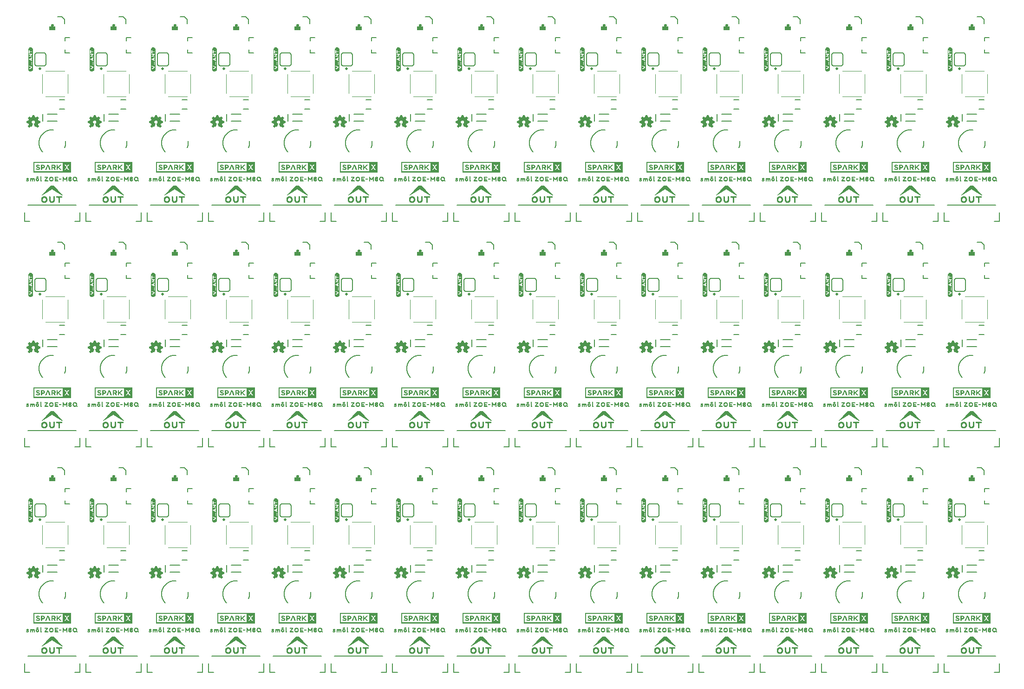
<source format=gto>
G04 EAGLE Gerber RS-274X export*
G75*
%MOMM*%
%FSLAX34Y34*%
%LPD*%
%INSilkscreen Top*%
%IPPOS*%
%AMOC8*
5,1,8,0,0,1.08239X$1,22.5*%
G01*
%ADD10C,0.203200*%
%ADD11C,0.152400*%
%ADD12C,0.508000*%
%ADD13C,0.100000*%
%ADD14C,0.254000*%

G36*
X87677Y509925D02*
X87677Y509925D01*
X87672Y509933D01*
X87679Y509939D01*
X87679Y528921D01*
X87643Y528969D01*
X87636Y528963D01*
X87630Y528971D01*
X19050Y528971D01*
X19003Y528935D01*
X19008Y528927D01*
X19001Y528921D01*
X19001Y509939D01*
X19037Y509891D01*
X19044Y509897D01*
X19050Y509889D01*
X87630Y509889D01*
X87677Y509925D01*
G37*
G36*
X199437Y509925D02*
X199437Y509925D01*
X199432Y509933D01*
X199439Y509939D01*
X199439Y528921D01*
X199403Y528969D01*
X199396Y528963D01*
X199390Y528971D01*
X130810Y528971D01*
X130763Y528935D01*
X130768Y528927D01*
X130761Y528921D01*
X130761Y509939D01*
X130797Y509891D01*
X130804Y509897D01*
X130810Y509889D01*
X199390Y509889D01*
X199437Y509925D01*
G37*
G36*
X1652317Y509925D02*
X1652317Y509925D01*
X1652312Y509933D01*
X1652319Y509939D01*
X1652319Y528921D01*
X1652283Y528969D01*
X1652276Y528963D01*
X1652270Y528971D01*
X1583690Y528971D01*
X1583643Y528935D01*
X1583648Y528927D01*
X1583641Y528921D01*
X1583641Y509939D01*
X1583677Y509891D01*
X1583684Y509897D01*
X1583690Y509889D01*
X1652270Y509889D01*
X1652317Y509925D01*
G37*
G36*
X981757Y509925D02*
X981757Y509925D01*
X981752Y509933D01*
X981759Y509939D01*
X981759Y528921D01*
X981723Y528969D01*
X981716Y528963D01*
X981710Y528971D01*
X913130Y528971D01*
X913083Y528935D01*
X913088Y528927D01*
X913081Y528921D01*
X913081Y509939D01*
X913117Y509891D01*
X913124Y509897D01*
X913130Y509889D01*
X981710Y509889D01*
X981757Y509925D01*
G37*
G36*
X1093517Y509925D02*
X1093517Y509925D01*
X1093512Y509933D01*
X1093519Y509939D01*
X1093519Y528921D01*
X1093483Y528969D01*
X1093476Y528963D01*
X1093470Y528971D01*
X1024890Y528971D01*
X1024843Y528935D01*
X1024848Y528927D01*
X1024841Y528921D01*
X1024841Y509939D01*
X1024877Y509891D01*
X1024884Y509897D01*
X1024890Y509889D01*
X1093470Y509889D01*
X1093517Y509925D01*
G37*
G36*
X422957Y509925D02*
X422957Y509925D01*
X422952Y509933D01*
X422959Y509939D01*
X422959Y528921D01*
X422923Y528969D01*
X422916Y528963D01*
X422910Y528971D01*
X354330Y528971D01*
X354283Y528935D01*
X354288Y528927D01*
X354281Y528921D01*
X354281Y509939D01*
X354317Y509891D01*
X354324Y509897D01*
X354330Y509889D01*
X422910Y509889D01*
X422957Y509925D01*
G37*
G36*
X758237Y509925D02*
X758237Y509925D01*
X758232Y509933D01*
X758239Y509939D01*
X758239Y528921D01*
X758203Y528969D01*
X758196Y528963D01*
X758190Y528971D01*
X689610Y528971D01*
X689563Y528935D01*
X689568Y528927D01*
X689561Y528921D01*
X689561Y509939D01*
X689597Y509891D01*
X689604Y509897D01*
X689610Y509889D01*
X758190Y509889D01*
X758237Y509925D01*
G37*
G36*
X199437Y98445D02*
X199437Y98445D01*
X199432Y98453D01*
X199439Y98459D01*
X199439Y117441D01*
X199403Y117489D01*
X199396Y117483D01*
X199390Y117491D01*
X130810Y117491D01*
X130763Y117455D01*
X130768Y117447D01*
X130761Y117441D01*
X130761Y98459D01*
X130797Y98411D01*
X130804Y98417D01*
X130810Y98409D01*
X199390Y98409D01*
X199437Y98445D01*
G37*
G36*
X534717Y509925D02*
X534717Y509925D01*
X534712Y509933D01*
X534719Y509939D01*
X534719Y528921D01*
X534683Y528969D01*
X534676Y528963D01*
X534670Y528971D01*
X466090Y528971D01*
X466043Y528935D01*
X466048Y528927D01*
X466041Y528921D01*
X466041Y509939D01*
X466077Y509891D01*
X466084Y509897D01*
X466090Y509889D01*
X534670Y509889D01*
X534717Y509925D01*
G37*
G36*
X869997Y509925D02*
X869997Y509925D01*
X869992Y509933D01*
X869999Y509939D01*
X869999Y528921D01*
X869963Y528969D01*
X869956Y528963D01*
X869950Y528971D01*
X801370Y528971D01*
X801323Y528935D01*
X801328Y528927D01*
X801321Y528921D01*
X801321Y509939D01*
X801357Y509891D01*
X801364Y509897D01*
X801370Y509889D01*
X869950Y509889D01*
X869997Y509925D01*
G37*
G36*
X1093517Y98445D02*
X1093517Y98445D01*
X1093512Y98453D01*
X1093519Y98459D01*
X1093519Y117441D01*
X1093483Y117489D01*
X1093476Y117483D01*
X1093470Y117491D01*
X1024890Y117491D01*
X1024843Y117455D01*
X1024848Y117447D01*
X1024841Y117441D01*
X1024841Y98459D01*
X1024877Y98411D01*
X1024884Y98417D01*
X1024890Y98409D01*
X1093470Y98409D01*
X1093517Y98445D01*
G37*
G36*
X1540557Y98445D02*
X1540557Y98445D01*
X1540552Y98453D01*
X1540559Y98459D01*
X1540559Y117441D01*
X1540523Y117489D01*
X1540516Y117483D01*
X1540510Y117491D01*
X1471930Y117491D01*
X1471883Y117455D01*
X1471888Y117447D01*
X1471881Y117441D01*
X1471881Y98459D01*
X1471917Y98411D01*
X1471924Y98417D01*
X1471930Y98409D01*
X1540510Y98409D01*
X1540557Y98445D01*
G37*
G36*
X311197Y98445D02*
X311197Y98445D01*
X311192Y98453D01*
X311199Y98459D01*
X311199Y117441D01*
X311163Y117489D01*
X311156Y117483D01*
X311150Y117491D01*
X242570Y117491D01*
X242523Y117455D01*
X242528Y117447D01*
X242521Y117441D01*
X242521Y98459D01*
X242557Y98411D01*
X242564Y98417D01*
X242570Y98409D01*
X311150Y98409D01*
X311197Y98445D01*
G37*
G36*
X758237Y98445D02*
X758237Y98445D01*
X758232Y98453D01*
X758239Y98459D01*
X758239Y117441D01*
X758203Y117489D01*
X758196Y117483D01*
X758190Y117491D01*
X689610Y117491D01*
X689563Y117455D01*
X689568Y117447D01*
X689561Y117441D01*
X689561Y98459D01*
X689597Y98411D01*
X689604Y98417D01*
X689610Y98409D01*
X758190Y98409D01*
X758237Y98445D01*
G37*
G36*
X1205277Y98445D02*
X1205277Y98445D01*
X1205272Y98453D01*
X1205279Y98459D01*
X1205279Y117441D01*
X1205243Y117489D01*
X1205236Y117483D01*
X1205230Y117491D01*
X1136650Y117491D01*
X1136603Y117455D01*
X1136608Y117447D01*
X1136601Y117441D01*
X1136601Y98459D01*
X1136637Y98411D01*
X1136644Y98417D01*
X1136650Y98409D01*
X1205230Y98409D01*
X1205277Y98445D01*
G37*
G36*
X869997Y98445D02*
X869997Y98445D01*
X869992Y98453D01*
X869999Y98459D01*
X869999Y117441D01*
X869963Y117489D01*
X869956Y117483D01*
X869950Y117491D01*
X801370Y117491D01*
X801323Y117455D01*
X801328Y117447D01*
X801321Y117441D01*
X801321Y98459D01*
X801357Y98411D01*
X801364Y98417D01*
X801370Y98409D01*
X869950Y98409D01*
X869997Y98445D01*
G37*
G36*
X1428797Y98445D02*
X1428797Y98445D01*
X1428792Y98453D01*
X1428799Y98459D01*
X1428799Y117441D01*
X1428763Y117489D01*
X1428756Y117483D01*
X1428750Y117491D01*
X1360170Y117491D01*
X1360123Y117455D01*
X1360128Y117447D01*
X1360121Y117441D01*
X1360121Y98459D01*
X1360157Y98411D01*
X1360164Y98417D01*
X1360170Y98409D01*
X1428750Y98409D01*
X1428797Y98445D01*
G37*
G36*
X87643Y117489D02*
X87643Y117489D01*
X87636Y117483D01*
X87630Y117491D01*
X19050Y117491D01*
X19003Y117455D01*
X19008Y117447D01*
X19001Y117441D01*
X19001Y98459D01*
X19037Y98411D01*
X19044Y98417D01*
X19050Y98409D01*
X87630Y98409D01*
X87677Y98445D01*
X87672Y98453D01*
X87679Y98459D01*
X87679Y117441D01*
X87643Y117489D01*
G37*
G36*
X981757Y98445D02*
X981757Y98445D01*
X981752Y98453D01*
X981759Y98459D01*
X981759Y117441D01*
X981723Y117489D01*
X981716Y117483D01*
X981710Y117491D01*
X913130Y117491D01*
X913083Y117455D01*
X913088Y117447D01*
X913081Y117441D01*
X913081Y98459D01*
X913117Y98411D01*
X913124Y98417D01*
X913130Y98409D01*
X981710Y98409D01*
X981757Y98445D01*
G37*
G36*
X646477Y98445D02*
X646477Y98445D01*
X646472Y98453D01*
X646479Y98459D01*
X646479Y117441D01*
X646443Y117489D01*
X646436Y117483D01*
X646430Y117491D01*
X577850Y117491D01*
X577803Y117455D01*
X577808Y117447D01*
X577801Y117441D01*
X577801Y98459D01*
X577837Y98411D01*
X577844Y98417D01*
X577850Y98409D01*
X646430Y98409D01*
X646477Y98445D01*
G37*
G36*
X534717Y98445D02*
X534717Y98445D01*
X534712Y98453D01*
X534719Y98459D01*
X534719Y117441D01*
X534683Y117489D01*
X534676Y117483D01*
X534670Y117491D01*
X466090Y117491D01*
X466043Y117455D01*
X466048Y117447D01*
X466041Y117441D01*
X466041Y98459D01*
X466077Y98411D01*
X466084Y98417D01*
X466090Y98409D01*
X534670Y98409D01*
X534717Y98445D01*
G37*
G36*
X1652317Y98445D02*
X1652317Y98445D01*
X1652312Y98453D01*
X1652319Y98459D01*
X1652319Y117441D01*
X1652283Y117489D01*
X1652276Y117483D01*
X1652270Y117491D01*
X1583690Y117491D01*
X1583643Y117455D01*
X1583648Y117447D01*
X1583641Y117441D01*
X1583641Y98459D01*
X1583677Y98411D01*
X1583684Y98417D01*
X1583690Y98409D01*
X1652270Y98409D01*
X1652317Y98445D01*
G37*
G36*
X422957Y98445D02*
X422957Y98445D01*
X422952Y98453D01*
X422959Y98459D01*
X422959Y117441D01*
X422923Y117489D01*
X422916Y117483D01*
X422910Y117491D01*
X354330Y117491D01*
X354283Y117455D01*
X354288Y117447D01*
X354281Y117441D01*
X354281Y98459D01*
X354317Y98411D01*
X354324Y98417D01*
X354330Y98409D01*
X422910Y98409D01*
X422957Y98445D01*
G37*
G36*
X1764077Y98445D02*
X1764077Y98445D01*
X1764072Y98453D01*
X1764079Y98459D01*
X1764079Y117441D01*
X1764043Y117489D01*
X1764036Y117483D01*
X1764030Y117491D01*
X1695450Y117491D01*
X1695403Y117455D01*
X1695408Y117447D01*
X1695401Y117441D01*
X1695401Y98459D01*
X1695437Y98411D01*
X1695444Y98417D01*
X1695450Y98409D01*
X1764030Y98409D01*
X1764077Y98445D01*
G37*
G36*
X646477Y921405D02*
X646477Y921405D01*
X646472Y921413D01*
X646479Y921419D01*
X646479Y940401D01*
X646443Y940449D01*
X646436Y940443D01*
X646430Y940451D01*
X577850Y940451D01*
X577803Y940415D01*
X577808Y940407D01*
X577801Y940401D01*
X577801Y921419D01*
X577837Y921371D01*
X577844Y921377D01*
X577850Y921369D01*
X646430Y921369D01*
X646477Y921405D01*
G37*
G36*
X87677Y921405D02*
X87677Y921405D01*
X87672Y921413D01*
X87679Y921419D01*
X87679Y940401D01*
X87643Y940449D01*
X87636Y940443D01*
X87630Y940451D01*
X19050Y940451D01*
X19003Y940415D01*
X19008Y940407D01*
X19001Y940401D01*
X19001Y921419D01*
X19037Y921371D01*
X19044Y921377D01*
X19050Y921369D01*
X87630Y921369D01*
X87677Y921405D01*
G37*
G36*
X1317037Y921405D02*
X1317037Y921405D01*
X1317032Y921413D01*
X1317039Y921419D01*
X1317039Y940401D01*
X1317003Y940449D01*
X1316996Y940443D01*
X1316990Y940451D01*
X1248410Y940451D01*
X1248363Y940415D01*
X1248368Y940407D01*
X1248361Y940401D01*
X1248361Y921419D01*
X1248397Y921371D01*
X1248404Y921377D01*
X1248410Y921369D01*
X1316990Y921369D01*
X1317037Y921405D01*
G37*
G36*
X1205277Y921405D02*
X1205277Y921405D01*
X1205272Y921413D01*
X1205279Y921419D01*
X1205279Y940401D01*
X1205243Y940449D01*
X1205236Y940443D01*
X1205230Y940451D01*
X1136650Y940451D01*
X1136603Y940415D01*
X1136608Y940407D01*
X1136601Y940401D01*
X1136601Y921419D01*
X1136637Y921371D01*
X1136644Y921377D01*
X1136650Y921369D01*
X1205230Y921369D01*
X1205277Y921405D01*
G37*
G36*
X534717Y921405D02*
X534717Y921405D01*
X534712Y921413D01*
X534719Y921419D01*
X534719Y940401D01*
X534683Y940449D01*
X534676Y940443D01*
X534670Y940451D01*
X466090Y940451D01*
X466043Y940415D01*
X466048Y940407D01*
X466041Y940401D01*
X466041Y921419D01*
X466077Y921371D01*
X466084Y921377D01*
X466090Y921369D01*
X534670Y921369D01*
X534717Y921405D01*
G37*
G36*
X1764077Y921405D02*
X1764077Y921405D01*
X1764072Y921413D01*
X1764079Y921419D01*
X1764079Y940401D01*
X1764043Y940449D01*
X1764036Y940443D01*
X1764030Y940451D01*
X1695450Y940451D01*
X1695403Y940415D01*
X1695408Y940407D01*
X1695401Y940401D01*
X1695401Y921419D01*
X1695437Y921371D01*
X1695444Y921377D01*
X1695450Y921369D01*
X1764030Y921369D01*
X1764077Y921405D01*
G37*
G36*
X1540557Y921405D02*
X1540557Y921405D01*
X1540552Y921413D01*
X1540559Y921419D01*
X1540559Y940401D01*
X1540523Y940449D01*
X1540516Y940443D01*
X1540510Y940451D01*
X1471930Y940451D01*
X1471883Y940415D01*
X1471888Y940407D01*
X1471881Y940401D01*
X1471881Y921419D01*
X1471917Y921371D01*
X1471924Y921377D01*
X1471930Y921369D01*
X1540510Y921369D01*
X1540557Y921405D01*
G37*
G36*
X311197Y921405D02*
X311197Y921405D01*
X311192Y921413D01*
X311199Y921419D01*
X311199Y940401D01*
X311163Y940449D01*
X311156Y940443D01*
X311150Y940451D01*
X242570Y940451D01*
X242523Y940415D01*
X242528Y940407D01*
X242521Y940401D01*
X242521Y921419D01*
X242557Y921371D01*
X242564Y921377D01*
X242570Y921369D01*
X311150Y921369D01*
X311197Y921405D01*
G37*
G36*
X1317037Y98445D02*
X1317037Y98445D01*
X1317032Y98453D01*
X1317039Y98459D01*
X1317039Y117441D01*
X1317003Y117489D01*
X1316996Y117483D01*
X1316990Y117491D01*
X1248410Y117491D01*
X1248363Y117455D01*
X1248368Y117447D01*
X1248361Y117441D01*
X1248361Y98459D01*
X1248397Y98411D01*
X1248404Y98417D01*
X1248410Y98409D01*
X1316990Y98409D01*
X1317037Y98445D01*
G37*
G36*
X1093517Y921405D02*
X1093517Y921405D01*
X1093512Y921413D01*
X1093519Y921419D01*
X1093519Y940401D01*
X1093483Y940449D01*
X1093476Y940443D01*
X1093470Y940451D01*
X1024890Y940451D01*
X1024843Y940415D01*
X1024848Y940407D01*
X1024841Y940401D01*
X1024841Y921419D01*
X1024877Y921371D01*
X1024884Y921377D01*
X1024890Y921369D01*
X1093470Y921369D01*
X1093517Y921405D01*
G37*
G36*
X869997Y921405D02*
X869997Y921405D01*
X869992Y921413D01*
X869999Y921419D01*
X869999Y940401D01*
X869963Y940449D01*
X869956Y940443D01*
X869950Y940451D01*
X801370Y940451D01*
X801323Y940415D01*
X801328Y940407D01*
X801321Y940401D01*
X801321Y921419D01*
X801357Y921371D01*
X801364Y921377D01*
X801370Y921369D01*
X869950Y921369D01*
X869997Y921405D01*
G37*
G36*
X199437Y921405D02*
X199437Y921405D01*
X199432Y921413D01*
X199439Y921419D01*
X199439Y940401D01*
X199403Y940449D01*
X199396Y940443D01*
X199390Y940451D01*
X130810Y940451D01*
X130763Y940415D01*
X130768Y940407D01*
X130761Y940401D01*
X130761Y921419D01*
X130797Y921371D01*
X130804Y921377D01*
X130810Y921369D01*
X199390Y921369D01*
X199437Y921405D01*
G37*
G36*
X981757Y921405D02*
X981757Y921405D01*
X981752Y921413D01*
X981759Y921419D01*
X981759Y940401D01*
X981723Y940449D01*
X981716Y940443D01*
X981710Y940451D01*
X913130Y940451D01*
X913083Y940415D01*
X913088Y940407D01*
X913081Y940401D01*
X913081Y921419D01*
X913117Y921371D01*
X913124Y921377D01*
X913130Y921369D01*
X981710Y921369D01*
X981757Y921405D01*
G37*
G36*
X758237Y921405D02*
X758237Y921405D01*
X758232Y921413D01*
X758239Y921419D01*
X758239Y940401D01*
X758203Y940449D01*
X758196Y940443D01*
X758190Y940451D01*
X689610Y940451D01*
X689563Y940415D01*
X689568Y940407D01*
X689561Y940401D01*
X689561Y921419D01*
X689597Y921371D01*
X689604Y921377D01*
X689610Y921369D01*
X758190Y921369D01*
X758237Y921405D01*
G37*
G36*
X422957Y921405D02*
X422957Y921405D01*
X422952Y921413D01*
X422959Y921419D01*
X422959Y940401D01*
X422923Y940449D01*
X422916Y940443D01*
X422910Y940451D01*
X354330Y940451D01*
X354283Y940415D01*
X354288Y940407D01*
X354281Y940401D01*
X354281Y921419D01*
X354317Y921371D01*
X354324Y921377D01*
X354330Y921369D01*
X422910Y921369D01*
X422957Y921405D01*
G37*
G36*
X1652317Y921405D02*
X1652317Y921405D01*
X1652312Y921413D01*
X1652319Y921419D01*
X1652319Y940401D01*
X1652283Y940449D01*
X1652276Y940443D01*
X1652270Y940451D01*
X1583690Y940451D01*
X1583643Y940415D01*
X1583648Y940407D01*
X1583641Y940401D01*
X1583641Y921419D01*
X1583677Y921371D01*
X1583684Y921377D01*
X1583690Y921369D01*
X1652270Y921369D01*
X1652317Y921405D01*
G37*
G36*
X1428797Y921405D02*
X1428797Y921405D01*
X1428792Y921413D01*
X1428799Y921419D01*
X1428799Y940401D01*
X1428763Y940449D01*
X1428756Y940443D01*
X1428750Y940451D01*
X1360170Y940451D01*
X1360123Y940415D01*
X1360128Y940407D01*
X1360121Y940401D01*
X1360121Y921419D01*
X1360157Y921371D01*
X1360164Y921377D01*
X1360170Y921369D01*
X1428750Y921369D01*
X1428797Y921405D01*
G37*
G36*
X1764077Y509925D02*
X1764077Y509925D01*
X1764072Y509933D01*
X1764079Y509939D01*
X1764079Y528921D01*
X1764043Y528969D01*
X1764036Y528963D01*
X1764030Y528971D01*
X1695450Y528971D01*
X1695403Y528935D01*
X1695408Y528927D01*
X1695401Y528921D01*
X1695401Y509939D01*
X1695437Y509891D01*
X1695444Y509897D01*
X1695450Y509889D01*
X1764030Y509889D01*
X1764077Y509925D01*
G37*
G36*
X646477Y509925D02*
X646477Y509925D01*
X646472Y509933D01*
X646479Y509939D01*
X646479Y528921D01*
X646443Y528969D01*
X646436Y528963D01*
X646430Y528971D01*
X577850Y528971D01*
X577803Y528935D01*
X577808Y528927D01*
X577801Y528921D01*
X577801Y509939D01*
X577837Y509891D01*
X577844Y509897D01*
X577850Y509889D01*
X646430Y509889D01*
X646477Y509925D01*
G37*
G36*
X1205277Y509925D02*
X1205277Y509925D01*
X1205272Y509933D01*
X1205279Y509939D01*
X1205279Y528921D01*
X1205243Y528969D01*
X1205236Y528963D01*
X1205230Y528971D01*
X1136650Y528971D01*
X1136603Y528935D01*
X1136608Y528927D01*
X1136601Y528921D01*
X1136601Y509939D01*
X1136637Y509891D01*
X1136644Y509897D01*
X1136650Y509889D01*
X1205230Y509889D01*
X1205277Y509925D01*
G37*
G36*
X311197Y509925D02*
X311197Y509925D01*
X311192Y509933D01*
X311199Y509939D01*
X311199Y528921D01*
X311163Y528969D01*
X311156Y528963D01*
X311150Y528971D01*
X242570Y528971D01*
X242523Y528935D01*
X242528Y528927D01*
X242521Y528921D01*
X242521Y509939D01*
X242557Y509891D01*
X242564Y509897D01*
X242570Y509889D01*
X311150Y509889D01*
X311197Y509925D01*
G37*
G36*
X1540557Y509925D02*
X1540557Y509925D01*
X1540552Y509933D01*
X1540559Y509939D01*
X1540559Y528921D01*
X1540523Y528969D01*
X1540516Y528963D01*
X1540510Y528971D01*
X1471930Y528971D01*
X1471883Y528935D01*
X1471888Y528927D01*
X1471881Y528921D01*
X1471881Y509939D01*
X1471917Y509891D01*
X1471924Y509897D01*
X1471930Y509889D01*
X1540510Y509889D01*
X1540557Y509925D01*
G37*
G36*
X1428797Y509925D02*
X1428797Y509925D01*
X1428792Y509933D01*
X1428799Y509939D01*
X1428799Y528921D01*
X1428763Y528969D01*
X1428756Y528963D01*
X1428750Y528971D01*
X1360170Y528971D01*
X1360123Y528935D01*
X1360128Y528927D01*
X1360121Y528921D01*
X1360121Y509939D01*
X1360157Y509891D01*
X1360164Y509897D01*
X1360170Y509889D01*
X1428750Y509889D01*
X1428797Y509925D01*
G37*
G36*
X1317037Y509925D02*
X1317037Y509925D01*
X1317032Y509933D01*
X1317039Y509939D01*
X1317039Y528921D01*
X1317003Y528969D01*
X1316996Y528963D01*
X1316990Y528971D01*
X1248410Y528971D01*
X1248363Y528935D01*
X1248368Y528927D01*
X1248361Y528921D01*
X1248361Y509939D01*
X1248397Y509891D01*
X1248404Y509897D01*
X1248410Y509889D01*
X1316990Y509889D01*
X1317037Y509925D01*
G37*
%LPC*%
G36*
X356142Y923230D02*
X356142Y923230D01*
X356142Y938590D01*
X407540Y938590D01*
X407540Y923230D01*
X356142Y923230D01*
G37*
%LPD*%
%LPC*%
G36*
X579662Y923230D02*
X579662Y923230D01*
X579662Y938590D01*
X631060Y938590D01*
X631060Y923230D01*
X579662Y923230D01*
G37*
%LPD*%
%LPC*%
G36*
X914942Y923230D02*
X914942Y923230D01*
X914942Y938590D01*
X966340Y938590D01*
X966340Y923230D01*
X914942Y923230D01*
G37*
%LPD*%
%LPC*%
G36*
X1250222Y923230D02*
X1250222Y923230D01*
X1250222Y938590D01*
X1301620Y938590D01*
X1301620Y923230D01*
X1250222Y923230D01*
G37*
%LPD*%
%LPC*%
G36*
X244382Y923230D02*
X244382Y923230D01*
X244382Y938590D01*
X295780Y938590D01*
X295780Y923230D01*
X244382Y923230D01*
G37*
%LPD*%
%LPC*%
G36*
X1361982Y923230D02*
X1361982Y923230D01*
X1361982Y938590D01*
X1413380Y938590D01*
X1413380Y923230D01*
X1361982Y923230D01*
G37*
%LPD*%
%LPC*%
G36*
X1026702Y923230D02*
X1026702Y923230D01*
X1026702Y938590D01*
X1078100Y938590D01*
X1078100Y923230D01*
X1026702Y923230D01*
G37*
%LPD*%
%LPC*%
G36*
X1585502Y923230D02*
X1585502Y923230D01*
X1585502Y938590D01*
X1636900Y938590D01*
X1636900Y923230D01*
X1585502Y923230D01*
G37*
%LPD*%
%LPC*%
G36*
X467902Y923230D02*
X467902Y923230D01*
X467902Y938590D01*
X519300Y938590D01*
X519300Y923230D01*
X467902Y923230D01*
G37*
%LPD*%
%LPC*%
G36*
X1138462Y923230D02*
X1138462Y923230D01*
X1138462Y938590D01*
X1189860Y938590D01*
X1189860Y923230D01*
X1138462Y923230D01*
G37*
%LPD*%
%LPC*%
G36*
X132622Y923230D02*
X132622Y923230D01*
X132622Y938590D01*
X184020Y938590D01*
X184020Y923230D01*
X132622Y923230D01*
G37*
%LPD*%
%LPC*%
G36*
X691422Y923230D02*
X691422Y923230D01*
X691422Y938590D01*
X742820Y938590D01*
X742820Y923230D01*
X691422Y923230D01*
G37*
%LPD*%
%LPC*%
G36*
X20862Y923230D02*
X20862Y923230D01*
X20862Y938590D01*
X72260Y938590D01*
X72260Y923230D01*
X20862Y923230D01*
G37*
%LPD*%
%LPC*%
G36*
X1697262Y923230D02*
X1697262Y923230D01*
X1697262Y938590D01*
X1748660Y938590D01*
X1748660Y923230D01*
X1697262Y923230D01*
G37*
%LPD*%
%LPC*%
G36*
X1473742Y923230D02*
X1473742Y923230D01*
X1473742Y938590D01*
X1525140Y938590D01*
X1525140Y923230D01*
X1473742Y923230D01*
G37*
%LPD*%
%LPC*%
G36*
X1138462Y100270D02*
X1138462Y100270D01*
X1138462Y115630D01*
X1189860Y115630D01*
X1189860Y100270D01*
X1138462Y100270D01*
G37*
%LPD*%
%LPC*%
G36*
X691422Y100270D02*
X691422Y100270D01*
X691422Y115630D01*
X742820Y115630D01*
X742820Y100270D01*
X691422Y100270D01*
G37*
%LPD*%
%LPC*%
G36*
X132622Y511750D02*
X132622Y511750D01*
X132622Y527110D01*
X184020Y527110D01*
X184020Y511750D01*
X132622Y511750D01*
G37*
%LPD*%
%LPC*%
G36*
X803182Y100270D02*
X803182Y100270D01*
X803182Y115630D01*
X854580Y115630D01*
X854580Y100270D01*
X803182Y100270D01*
G37*
%LPD*%
%LPC*%
G36*
X1250222Y100270D02*
X1250222Y100270D01*
X1250222Y115630D01*
X1301620Y115630D01*
X1301620Y100270D01*
X1250222Y100270D01*
G37*
%LPD*%
%LPC*%
G36*
X1697262Y100270D02*
X1697262Y100270D01*
X1697262Y115630D01*
X1748660Y115630D01*
X1748660Y100270D01*
X1697262Y100270D01*
G37*
%LPD*%
%LPC*%
G36*
X1361982Y100270D02*
X1361982Y100270D01*
X1361982Y115630D01*
X1413380Y115630D01*
X1413380Y100270D01*
X1361982Y100270D01*
G37*
%LPD*%
%LPC*%
G36*
X356142Y100270D02*
X356142Y100270D01*
X356142Y115630D01*
X407540Y115630D01*
X407540Y100270D01*
X356142Y100270D01*
G37*
%LPD*%
%LPC*%
G36*
X803182Y923230D02*
X803182Y923230D01*
X803182Y938590D01*
X854580Y938590D01*
X854580Y923230D01*
X803182Y923230D01*
G37*
%LPD*%
%LPC*%
G36*
X1361982Y511750D02*
X1361982Y511750D01*
X1361982Y527110D01*
X1413380Y527110D01*
X1413380Y511750D01*
X1361982Y511750D01*
G37*
%LPD*%
%LPC*%
G36*
X20862Y100270D02*
X20862Y100270D01*
X20862Y115630D01*
X72260Y115630D01*
X72260Y100270D01*
X20862Y100270D01*
G37*
%LPD*%
%LPC*%
G36*
X1585502Y100270D02*
X1585502Y100270D01*
X1585502Y115630D01*
X1636900Y115630D01*
X1636900Y100270D01*
X1585502Y100270D01*
G37*
%LPD*%
%LPC*%
G36*
X467902Y100270D02*
X467902Y100270D01*
X467902Y115630D01*
X519300Y115630D01*
X519300Y100270D01*
X467902Y100270D01*
G37*
%LPD*%
%LPC*%
G36*
X579662Y100270D02*
X579662Y100270D01*
X579662Y115630D01*
X631060Y115630D01*
X631060Y100270D01*
X579662Y100270D01*
G37*
%LPD*%
%LPC*%
G36*
X244382Y100270D02*
X244382Y100270D01*
X244382Y115630D01*
X295780Y115630D01*
X295780Y100270D01*
X244382Y100270D01*
G37*
%LPD*%
%LPC*%
G36*
X914942Y100270D02*
X914942Y100270D01*
X914942Y115630D01*
X966340Y115630D01*
X966340Y100270D01*
X914942Y100270D01*
G37*
%LPD*%
%LPC*%
G36*
X1026702Y100270D02*
X1026702Y100270D01*
X1026702Y115630D01*
X1078100Y115630D01*
X1078100Y100270D01*
X1026702Y100270D01*
G37*
%LPD*%
%LPC*%
G36*
X579662Y511750D02*
X579662Y511750D01*
X579662Y527110D01*
X631060Y527110D01*
X631060Y511750D01*
X579662Y511750D01*
G37*
%LPD*%
%LPC*%
G36*
X1697262Y511750D02*
X1697262Y511750D01*
X1697262Y527110D01*
X1748660Y527110D01*
X1748660Y511750D01*
X1697262Y511750D01*
G37*
%LPD*%
%LPC*%
G36*
X467902Y511750D02*
X467902Y511750D01*
X467902Y527110D01*
X519300Y527110D01*
X519300Y511750D01*
X467902Y511750D01*
G37*
%LPD*%
%LPC*%
G36*
X691422Y511750D02*
X691422Y511750D01*
X691422Y527110D01*
X742820Y527110D01*
X742820Y511750D01*
X691422Y511750D01*
G37*
%LPD*%
%LPC*%
G36*
X803182Y511750D02*
X803182Y511750D01*
X803182Y527110D01*
X854580Y527110D01*
X854580Y511750D01*
X803182Y511750D01*
G37*
%LPD*%
%LPC*%
G36*
X244382Y511750D02*
X244382Y511750D01*
X244382Y527110D01*
X295780Y527110D01*
X295780Y511750D01*
X244382Y511750D01*
G37*
%LPD*%
%LPC*%
G36*
X1473742Y511750D02*
X1473742Y511750D01*
X1473742Y527110D01*
X1525140Y527110D01*
X1525140Y511750D01*
X1473742Y511750D01*
G37*
%LPD*%
%LPC*%
G36*
X1585502Y511750D02*
X1585502Y511750D01*
X1585502Y527110D01*
X1636900Y527110D01*
X1636900Y511750D01*
X1585502Y511750D01*
G37*
%LPD*%
%LPC*%
G36*
X20862Y511750D02*
X20862Y511750D01*
X20862Y527110D01*
X72260Y527110D01*
X72260Y511750D01*
X20862Y511750D01*
G37*
%LPD*%
%LPC*%
G36*
X1026702Y511750D02*
X1026702Y511750D01*
X1026702Y527110D01*
X1078100Y527110D01*
X1078100Y511750D01*
X1026702Y511750D01*
G37*
%LPD*%
%LPC*%
G36*
X1250222Y511750D02*
X1250222Y511750D01*
X1250222Y527110D01*
X1301620Y527110D01*
X1301620Y511750D01*
X1250222Y511750D01*
G37*
%LPD*%
%LPC*%
G36*
X1473742Y100270D02*
X1473742Y100270D01*
X1473742Y115630D01*
X1525140Y115630D01*
X1525140Y100270D01*
X1473742Y100270D01*
G37*
%LPD*%
%LPC*%
G36*
X914942Y511750D02*
X914942Y511750D01*
X914942Y527110D01*
X966340Y527110D01*
X966340Y511750D01*
X914942Y511750D01*
G37*
%LPD*%
%LPC*%
G36*
X1138462Y511750D02*
X1138462Y511750D01*
X1138462Y527110D01*
X1189860Y527110D01*
X1189860Y511750D01*
X1138462Y511750D01*
G37*
%LPD*%
%LPC*%
G36*
X356142Y511750D02*
X356142Y511750D01*
X356142Y527110D01*
X407540Y527110D01*
X407540Y511750D01*
X356142Y511750D01*
G37*
%LPD*%
%LPC*%
G36*
X132622Y100270D02*
X132622Y100270D01*
X132622Y115630D01*
X184020Y115630D01*
X184020Y100270D01*
X132622Y100270D01*
G37*
%LPD*%
G36*
X126136Y1105615D02*
X126136Y1105615D01*
X126140Y1105612D01*
X126640Y1105712D01*
X126641Y1105713D01*
X126642Y1105712D01*
X127442Y1105912D01*
X127450Y1105922D01*
X127457Y1105919D01*
X127755Y1106117D01*
X128152Y1106316D01*
X128157Y1106326D01*
X128165Y1106325D01*
X128462Y1106623D01*
X128860Y1106921D01*
X128863Y1106932D01*
X128871Y1106933D01*
X129068Y1107229D01*
X129365Y1107525D01*
X129366Y1107537D01*
X129374Y1107538D01*
X129774Y1108338D01*
X129773Y1108346D01*
X129778Y1108348D01*
X129978Y1109148D01*
X129974Y1109156D01*
X129979Y1109160D01*
X129979Y1146460D01*
X129974Y1146467D01*
X129978Y1146472D01*
X129878Y1146872D01*
X129872Y1146877D01*
X129874Y1146882D01*
X129474Y1147682D01*
X129470Y1147684D01*
X129471Y1147687D01*
X129273Y1147985D01*
X129074Y1148382D01*
X129064Y1148387D01*
X129065Y1148395D01*
X128465Y1148995D01*
X128453Y1148996D01*
X128452Y1149004D01*
X128055Y1149203D01*
X127757Y1149401D01*
X127753Y1149401D01*
X127752Y1149404D01*
X126952Y1149804D01*
X126936Y1149801D01*
X126930Y1149809D01*
X126535Y1149809D01*
X126040Y1149908D01*
X126033Y1149905D01*
X126030Y1149909D01*
X125230Y1149909D01*
X125223Y1149904D01*
X125218Y1149908D01*
X124018Y1149608D01*
X124013Y1149602D01*
X124008Y1149604D01*
X123608Y1149404D01*
X123605Y1149398D01*
X123600Y1149399D01*
X123201Y1149100D01*
X122903Y1148901D01*
X122900Y1148894D01*
X122895Y1148895D01*
X122295Y1148295D01*
X122294Y1148283D01*
X122286Y1148282D01*
X121686Y1147082D01*
X121687Y1147074D01*
X121682Y1147072D01*
X121482Y1146272D01*
X121486Y1146264D01*
X121481Y1146260D01*
X121481Y1109160D01*
X121486Y1109153D01*
X121482Y1109148D01*
X121582Y1108748D01*
X121588Y1108743D01*
X121586Y1108738D01*
X121784Y1108343D01*
X121882Y1107948D01*
X121888Y1107943D01*
X121886Y1107938D01*
X122086Y1107538D01*
X122096Y1107533D01*
X122095Y1107525D01*
X122393Y1107228D01*
X122691Y1106830D01*
X122702Y1106827D01*
X122703Y1106819D01*
X122999Y1106622D01*
X123295Y1106325D01*
X123307Y1106324D01*
X123308Y1106316D01*
X124108Y1105916D01*
X124116Y1105917D01*
X124118Y1105912D01*
X125318Y1105612D01*
X125326Y1105616D01*
X125330Y1105611D01*
X126130Y1105611D01*
X126136Y1105615D01*
G37*
G36*
X1131976Y1105615D02*
X1131976Y1105615D01*
X1131980Y1105612D01*
X1132480Y1105712D01*
X1132481Y1105713D01*
X1132482Y1105712D01*
X1133282Y1105912D01*
X1133290Y1105922D01*
X1133297Y1105919D01*
X1133595Y1106117D01*
X1133992Y1106316D01*
X1133997Y1106326D01*
X1134005Y1106325D01*
X1134302Y1106623D01*
X1134700Y1106921D01*
X1134703Y1106932D01*
X1134711Y1106933D01*
X1134908Y1107229D01*
X1135205Y1107525D01*
X1135206Y1107537D01*
X1135214Y1107538D01*
X1135614Y1108338D01*
X1135613Y1108346D01*
X1135618Y1108348D01*
X1135818Y1109148D01*
X1135814Y1109156D01*
X1135819Y1109160D01*
X1135819Y1146460D01*
X1135814Y1146467D01*
X1135818Y1146472D01*
X1135718Y1146872D01*
X1135712Y1146877D01*
X1135714Y1146882D01*
X1135314Y1147682D01*
X1135310Y1147684D01*
X1135311Y1147687D01*
X1135113Y1147985D01*
X1134914Y1148382D01*
X1134904Y1148387D01*
X1134905Y1148395D01*
X1134305Y1148995D01*
X1134293Y1148996D01*
X1134292Y1149004D01*
X1133895Y1149203D01*
X1133597Y1149401D01*
X1133593Y1149401D01*
X1133592Y1149404D01*
X1132792Y1149804D01*
X1132776Y1149801D01*
X1132770Y1149809D01*
X1132375Y1149809D01*
X1131880Y1149908D01*
X1131873Y1149905D01*
X1131870Y1149909D01*
X1131070Y1149909D01*
X1131063Y1149904D01*
X1131058Y1149908D01*
X1129858Y1149608D01*
X1129853Y1149602D01*
X1129848Y1149604D01*
X1129448Y1149404D01*
X1129445Y1149398D01*
X1129440Y1149399D01*
X1129041Y1149100D01*
X1128743Y1148901D01*
X1128740Y1148894D01*
X1128735Y1148895D01*
X1128135Y1148295D01*
X1128134Y1148283D01*
X1128126Y1148282D01*
X1127526Y1147082D01*
X1127527Y1147074D01*
X1127522Y1147072D01*
X1127322Y1146272D01*
X1127326Y1146264D01*
X1127321Y1146260D01*
X1127321Y1109160D01*
X1127326Y1109153D01*
X1127322Y1109148D01*
X1127422Y1108748D01*
X1127428Y1108743D01*
X1127426Y1108738D01*
X1127624Y1108343D01*
X1127722Y1107948D01*
X1127728Y1107943D01*
X1127726Y1107938D01*
X1127926Y1107538D01*
X1127936Y1107533D01*
X1127935Y1107525D01*
X1128233Y1107228D01*
X1128531Y1106830D01*
X1128542Y1106827D01*
X1128543Y1106819D01*
X1128839Y1106622D01*
X1129135Y1106325D01*
X1129147Y1106324D01*
X1129148Y1106316D01*
X1129948Y1105916D01*
X1129956Y1105917D01*
X1129958Y1105912D01*
X1131158Y1105612D01*
X1131166Y1105616D01*
X1131170Y1105611D01*
X1131970Y1105611D01*
X1131976Y1105615D01*
G37*
G36*
X14376Y1105615D02*
X14376Y1105615D01*
X14380Y1105612D01*
X14880Y1105712D01*
X14881Y1105713D01*
X14882Y1105712D01*
X15682Y1105912D01*
X15690Y1105922D01*
X15697Y1105919D01*
X15995Y1106117D01*
X16392Y1106316D01*
X16397Y1106326D01*
X16405Y1106325D01*
X16702Y1106623D01*
X17100Y1106921D01*
X17103Y1106932D01*
X17111Y1106933D01*
X17308Y1107229D01*
X17605Y1107525D01*
X17606Y1107537D01*
X17614Y1107538D01*
X18014Y1108338D01*
X18013Y1108346D01*
X18018Y1108348D01*
X18218Y1109148D01*
X18214Y1109156D01*
X18219Y1109160D01*
X18219Y1146460D01*
X18214Y1146467D01*
X18218Y1146472D01*
X18118Y1146872D01*
X18112Y1146877D01*
X18114Y1146882D01*
X17714Y1147682D01*
X17710Y1147684D01*
X17711Y1147687D01*
X17513Y1147985D01*
X17314Y1148382D01*
X17304Y1148387D01*
X17305Y1148395D01*
X16705Y1148995D01*
X16693Y1148996D01*
X16692Y1149004D01*
X16295Y1149203D01*
X15997Y1149401D01*
X15993Y1149401D01*
X15992Y1149404D01*
X15192Y1149804D01*
X15176Y1149801D01*
X15170Y1149809D01*
X14775Y1149809D01*
X14280Y1149908D01*
X14273Y1149905D01*
X14270Y1149909D01*
X13470Y1149909D01*
X13463Y1149904D01*
X13458Y1149908D01*
X12258Y1149608D01*
X12253Y1149602D01*
X12248Y1149604D01*
X11848Y1149404D01*
X11845Y1149398D01*
X11840Y1149399D01*
X11441Y1149100D01*
X11143Y1148901D01*
X11140Y1148894D01*
X11135Y1148895D01*
X10535Y1148295D01*
X10534Y1148283D01*
X10526Y1148282D01*
X9926Y1147082D01*
X9927Y1147074D01*
X9922Y1147072D01*
X9722Y1146272D01*
X9726Y1146264D01*
X9721Y1146260D01*
X9721Y1109160D01*
X9726Y1109153D01*
X9722Y1109148D01*
X9822Y1108748D01*
X9828Y1108743D01*
X9826Y1108738D01*
X10024Y1108343D01*
X10122Y1107948D01*
X10128Y1107943D01*
X10126Y1107938D01*
X10326Y1107538D01*
X10336Y1107533D01*
X10335Y1107525D01*
X10633Y1107228D01*
X10931Y1106830D01*
X10942Y1106827D01*
X10943Y1106819D01*
X11239Y1106622D01*
X11535Y1106325D01*
X11547Y1106324D01*
X11548Y1106316D01*
X12348Y1105916D01*
X12356Y1105917D01*
X12358Y1105912D01*
X13558Y1105612D01*
X13566Y1105616D01*
X13570Y1105611D01*
X14370Y1105611D01*
X14376Y1105615D01*
G37*
G36*
X237896Y1105615D02*
X237896Y1105615D01*
X237900Y1105612D01*
X238400Y1105712D01*
X238401Y1105713D01*
X238402Y1105712D01*
X239202Y1105912D01*
X239210Y1105922D01*
X239217Y1105919D01*
X239515Y1106117D01*
X239912Y1106316D01*
X239917Y1106326D01*
X239925Y1106325D01*
X240222Y1106623D01*
X240620Y1106921D01*
X240623Y1106932D01*
X240631Y1106933D01*
X240828Y1107229D01*
X241125Y1107525D01*
X241126Y1107537D01*
X241134Y1107538D01*
X241534Y1108338D01*
X241533Y1108346D01*
X241538Y1108348D01*
X241738Y1109148D01*
X241734Y1109156D01*
X241739Y1109160D01*
X241739Y1146460D01*
X241734Y1146467D01*
X241738Y1146472D01*
X241638Y1146872D01*
X241632Y1146877D01*
X241634Y1146882D01*
X241234Y1147682D01*
X241230Y1147684D01*
X241231Y1147687D01*
X241033Y1147985D01*
X240834Y1148382D01*
X240824Y1148387D01*
X240825Y1148395D01*
X240225Y1148995D01*
X240213Y1148996D01*
X240212Y1149004D01*
X239815Y1149203D01*
X239517Y1149401D01*
X239513Y1149401D01*
X239512Y1149404D01*
X238712Y1149804D01*
X238696Y1149801D01*
X238690Y1149809D01*
X238295Y1149809D01*
X237800Y1149908D01*
X237793Y1149905D01*
X237790Y1149909D01*
X236990Y1149909D01*
X236983Y1149904D01*
X236978Y1149908D01*
X235778Y1149608D01*
X235773Y1149602D01*
X235768Y1149604D01*
X235368Y1149404D01*
X235365Y1149398D01*
X235360Y1149399D01*
X234961Y1149100D01*
X234663Y1148901D01*
X234660Y1148894D01*
X234655Y1148895D01*
X234055Y1148295D01*
X234054Y1148283D01*
X234046Y1148282D01*
X233446Y1147082D01*
X233447Y1147074D01*
X233442Y1147072D01*
X233242Y1146272D01*
X233246Y1146264D01*
X233241Y1146260D01*
X233241Y1109160D01*
X233246Y1109153D01*
X233242Y1109148D01*
X233342Y1108748D01*
X233348Y1108743D01*
X233346Y1108738D01*
X233544Y1108343D01*
X233642Y1107948D01*
X233648Y1107943D01*
X233646Y1107938D01*
X233846Y1107538D01*
X233856Y1107533D01*
X233855Y1107525D01*
X234153Y1107228D01*
X234451Y1106830D01*
X234462Y1106827D01*
X234463Y1106819D01*
X234759Y1106622D01*
X235055Y1106325D01*
X235067Y1106324D01*
X235068Y1106316D01*
X235868Y1105916D01*
X235876Y1105917D01*
X235878Y1105912D01*
X237078Y1105612D01*
X237086Y1105616D01*
X237090Y1105611D01*
X237890Y1105611D01*
X237896Y1105615D01*
G37*
G36*
X908456Y1105615D02*
X908456Y1105615D01*
X908460Y1105612D01*
X908960Y1105712D01*
X908961Y1105713D01*
X908962Y1105712D01*
X909762Y1105912D01*
X909770Y1105922D01*
X909777Y1105919D01*
X910075Y1106117D01*
X910472Y1106316D01*
X910477Y1106326D01*
X910485Y1106325D01*
X910782Y1106623D01*
X911180Y1106921D01*
X911183Y1106932D01*
X911191Y1106933D01*
X911388Y1107229D01*
X911685Y1107525D01*
X911686Y1107537D01*
X911694Y1107538D01*
X912094Y1108338D01*
X912093Y1108346D01*
X912098Y1108348D01*
X912298Y1109148D01*
X912294Y1109156D01*
X912299Y1109160D01*
X912299Y1146460D01*
X912294Y1146467D01*
X912298Y1146472D01*
X912198Y1146872D01*
X912192Y1146877D01*
X912194Y1146882D01*
X911794Y1147682D01*
X911790Y1147684D01*
X911791Y1147687D01*
X911593Y1147985D01*
X911394Y1148382D01*
X911384Y1148387D01*
X911385Y1148395D01*
X910785Y1148995D01*
X910773Y1148996D01*
X910772Y1149004D01*
X910375Y1149203D01*
X910077Y1149401D01*
X910073Y1149401D01*
X910072Y1149404D01*
X909272Y1149804D01*
X909256Y1149801D01*
X909250Y1149809D01*
X908855Y1149809D01*
X908360Y1149908D01*
X908353Y1149905D01*
X908350Y1149909D01*
X907550Y1149909D01*
X907543Y1149904D01*
X907538Y1149908D01*
X906338Y1149608D01*
X906333Y1149602D01*
X906328Y1149604D01*
X905928Y1149404D01*
X905925Y1149398D01*
X905920Y1149399D01*
X905521Y1149100D01*
X905223Y1148901D01*
X905220Y1148894D01*
X905215Y1148895D01*
X904615Y1148295D01*
X904614Y1148283D01*
X904606Y1148282D01*
X904006Y1147082D01*
X904007Y1147074D01*
X904002Y1147072D01*
X903802Y1146272D01*
X903806Y1146264D01*
X903801Y1146260D01*
X903801Y1109160D01*
X903806Y1109153D01*
X903802Y1109148D01*
X903902Y1108748D01*
X903908Y1108743D01*
X903906Y1108738D01*
X904104Y1108343D01*
X904202Y1107948D01*
X904208Y1107943D01*
X904206Y1107938D01*
X904406Y1107538D01*
X904416Y1107533D01*
X904415Y1107525D01*
X904713Y1107228D01*
X905011Y1106830D01*
X905022Y1106827D01*
X905023Y1106819D01*
X905319Y1106622D01*
X905615Y1106325D01*
X905627Y1106324D01*
X905628Y1106316D01*
X906428Y1105916D01*
X906436Y1105917D01*
X906438Y1105912D01*
X907638Y1105612D01*
X907646Y1105616D01*
X907650Y1105611D01*
X908450Y1105611D01*
X908456Y1105615D01*
G37*
G36*
X1690776Y1105615D02*
X1690776Y1105615D01*
X1690780Y1105612D01*
X1691280Y1105712D01*
X1691281Y1105713D01*
X1691282Y1105712D01*
X1692082Y1105912D01*
X1692090Y1105922D01*
X1692097Y1105919D01*
X1692395Y1106117D01*
X1692792Y1106316D01*
X1692797Y1106326D01*
X1692805Y1106325D01*
X1693102Y1106623D01*
X1693500Y1106921D01*
X1693503Y1106932D01*
X1693511Y1106933D01*
X1693708Y1107229D01*
X1694005Y1107525D01*
X1694006Y1107537D01*
X1694014Y1107538D01*
X1694414Y1108338D01*
X1694413Y1108346D01*
X1694418Y1108348D01*
X1694618Y1109148D01*
X1694614Y1109156D01*
X1694619Y1109160D01*
X1694619Y1146460D01*
X1694614Y1146467D01*
X1694618Y1146472D01*
X1694518Y1146872D01*
X1694512Y1146877D01*
X1694514Y1146882D01*
X1694114Y1147682D01*
X1694110Y1147684D01*
X1694111Y1147687D01*
X1693913Y1147985D01*
X1693714Y1148382D01*
X1693704Y1148387D01*
X1693705Y1148395D01*
X1693105Y1148995D01*
X1693093Y1148996D01*
X1693092Y1149004D01*
X1692695Y1149203D01*
X1692397Y1149401D01*
X1692393Y1149401D01*
X1692392Y1149404D01*
X1691592Y1149804D01*
X1691576Y1149801D01*
X1691570Y1149809D01*
X1691175Y1149809D01*
X1690680Y1149908D01*
X1690673Y1149905D01*
X1690670Y1149909D01*
X1689870Y1149909D01*
X1689863Y1149904D01*
X1689858Y1149908D01*
X1688658Y1149608D01*
X1688653Y1149602D01*
X1688648Y1149604D01*
X1688248Y1149404D01*
X1688245Y1149398D01*
X1688240Y1149399D01*
X1687841Y1149100D01*
X1687543Y1148901D01*
X1687540Y1148894D01*
X1687535Y1148895D01*
X1686935Y1148295D01*
X1686934Y1148283D01*
X1686926Y1148282D01*
X1686326Y1147082D01*
X1686327Y1147074D01*
X1686322Y1147072D01*
X1686122Y1146272D01*
X1686126Y1146264D01*
X1686121Y1146260D01*
X1686121Y1109160D01*
X1686126Y1109153D01*
X1686122Y1109148D01*
X1686222Y1108748D01*
X1686228Y1108743D01*
X1686226Y1108738D01*
X1686424Y1108343D01*
X1686522Y1107948D01*
X1686528Y1107943D01*
X1686526Y1107938D01*
X1686726Y1107538D01*
X1686736Y1107533D01*
X1686735Y1107525D01*
X1687033Y1107228D01*
X1687331Y1106830D01*
X1687342Y1106827D01*
X1687343Y1106819D01*
X1687639Y1106622D01*
X1687935Y1106325D01*
X1687947Y1106324D01*
X1687948Y1106316D01*
X1688748Y1105916D01*
X1688756Y1105917D01*
X1688758Y1105912D01*
X1689958Y1105612D01*
X1689966Y1105616D01*
X1689970Y1105611D01*
X1690770Y1105611D01*
X1690776Y1105615D01*
G37*
G36*
X1020216Y1105615D02*
X1020216Y1105615D01*
X1020220Y1105612D01*
X1020720Y1105712D01*
X1020721Y1105713D01*
X1020722Y1105712D01*
X1021522Y1105912D01*
X1021530Y1105922D01*
X1021537Y1105919D01*
X1021835Y1106117D01*
X1022232Y1106316D01*
X1022237Y1106326D01*
X1022245Y1106325D01*
X1022542Y1106623D01*
X1022940Y1106921D01*
X1022943Y1106932D01*
X1022951Y1106933D01*
X1023148Y1107229D01*
X1023445Y1107525D01*
X1023446Y1107537D01*
X1023454Y1107538D01*
X1023854Y1108338D01*
X1023853Y1108346D01*
X1023858Y1108348D01*
X1024058Y1109148D01*
X1024054Y1109156D01*
X1024059Y1109160D01*
X1024059Y1146460D01*
X1024054Y1146467D01*
X1024058Y1146472D01*
X1023958Y1146872D01*
X1023952Y1146877D01*
X1023954Y1146882D01*
X1023554Y1147682D01*
X1023550Y1147684D01*
X1023551Y1147687D01*
X1023353Y1147985D01*
X1023154Y1148382D01*
X1023144Y1148387D01*
X1023145Y1148395D01*
X1022545Y1148995D01*
X1022533Y1148996D01*
X1022532Y1149004D01*
X1022135Y1149203D01*
X1021837Y1149401D01*
X1021833Y1149401D01*
X1021832Y1149404D01*
X1021032Y1149804D01*
X1021016Y1149801D01*
X1021010Y1149809D01*
X1020615Y1149809D01*
X1020120Y1149908D01*
X1020113Y1149905D01*
X1020110Y1149909D01*
X1019310Y1149909D01*
X1019303Y1149904D01*
X1019298Y1149908D01*
X1018098Y1149608D01*
X1018093Y1149602D01*
X1018088Y1149604D01*
X1017688Y1149404D01*
X1017685Y1149398D01*
X1017680Y1149399D01*
X1017281Y1149100D01*
X1016983Y1148901D01*
X1016980Y1148894D01*
X1016975Y1148895D01*
X1016375Y1148295D01*
X1016374Y1148283D01*
X1016366Y1148282D01*
X1015766Y1147082D01*
X1015767Y1147074D01*
X1015762Y1147072D01*
X1015562Y1146272D01*
X1015566Y1146264D01*
X1015561Y1146260D01*
X1015561Y1109160D01*
X1015566Y1109153D01*
X1015562Y1109148D01*
X1015662Y1108748D01*
X1015668Y1108743D01*
X1015666Y1108738D01*
X1015864Y1108343D01*
X1015962Y1107948D01*
X1015968Y1107943D01*
X1015966Y1107938D01*
X1016166Y1107538D01*
X1016176Y1107533D01*
X1016175Y1107525D01*
X1016473Y1107228D01*
X1016771Y1106830D01*
X1016782Y1106827D01*
X1016783Y1106819D01*
X1017079Y1106622D01*
X1017375Y1106325D01*
X1017387Y1106324D01*
X1017388Y1106316D01*
X1018188Y1105916D01*
X1018196Y1105917D01*
X1018198Y1105912D01*
X1019398Y1105612D01*
X1019406Y1105616D01*
X1019410Y1105611D01*
X1020210Y1105611D01*
X1020216Y1105615D01*
G37*
G36*
X461416Y282655D02*
X461416Y282655D01*
X461420Y282652D01*
X461920Y282752D01*
X461921Y282753D01*
X461922Y282752D01*
X462722Y282952D01*
X462730Y282962D01*
X462737Y282959D01*
X463035Y283157D01*
X463432Y283356D01*
X463437Y283366D01*
X463445Y283365D01*
X463742Y283663D01*
X464140Y283961D01*
X464143Y283972D01*
X464151Y283973D01*
X464348Y284269D01*
X464645Y284565D01*
X464646Y284577D01*
X464654Y284578D01*
X465054Y285378D01*
X465053Y285386D01*
X465058Y285388D01*
X465258Y286188D01*
X465254Y286196D01*
X465259Y286200D01*
X465259Y323500D01*
X465254Y323507D01*
X465258Y323512D01*
X465158Y323912D01*
X465152Y323917D01*
X465154Y323922D01*
X464754Y324722D01*
X464750Y324724D01*
X464751Y324727D01*
X464553Y325025D01*
X464354Y325422D01*
X464344Y325427D01*
X464345Y325435D01*
X463745Y326035D01*
X463733Y326036D01*
X463732Y326044D01*
X463335Y326243D01*
X463037Y326441D01*
X463033Y326441D01*
X463032Y326444D01*
X462232Y326844D01*
X462216Y326841D01*
X462210Y326849D01*
X461815Y326849D01*
X461320Y326948D01*
X461313Y326945D01*
X461310Y326949D01*
X460510Y326949D01*
X460503Y326944D01*
X460498Y326948D01*
X459298Y326648D01*
X459293Y326642D01*
X459288Y326644D01*
X458888Y326444D01*
X458885Y326438D01*
X458880Y326439D01*
X458481Y326140D01*
X458183Y325941D01*
X458180Y325934D01*
X458175Y325935D01*
X457575Y325335D01*
X457574Y325323D01*
X457566Y325322D01*
X456966Y324122D01*
X456967Y324114D01*
X456962Y324112D01*
X456762Y323312D01*
X456766Y323304D01*
X456761Y323300D01*
X456761Y286200D01*
X456766Y286193D01*
X456762Y286188D01*
X456862Y285788D01*
X456868Y285783D01*
X456866Y285778D01*
X457064Y285383D01*
X457162Y284988D01*
X457168Y284983D01*
X457166Y284978D01*
X457366Y284578D01*
X457376Y284573D01*
X457375Y284565D01*
X457673Y284268D01*
X457971Y283870D01*
X457982Y283867D01*
X457983Y283859D01*
X458279Y283662D01*
X458575Y283365D01*
X458587Y283364D01*
X458588Y283356D01*
X459388Y282956D01*
X459396Y282957D01*
X459398Y282952D01*
X460598Y282652D01*
X460606Y282656D01*
X460610Y282651D01*
X461410Y282651D01*
X461416Y282655D01*
G37*
G36*
X684936Y282655D02*
X684936Y282655D01*
X684940Y282652D01*
X685440Y282752D01*
X685441Y282753D01*
X685442Y282752D01*
X686242Y282952D01*
X686250Y282962D01*
X686257Y282959D01*
X686555Y283157D01*
X686952Y283356D01*
X686957Y283366D01*
X686965Y283365D01*
X687262Y283663D01*
X687660Y283961D01*
X687663Y283972D01*
X687671Y283973D01*
X687868Y284269D01*
X688165Y284565D01*
X688166Y284577D01*
X688174Y284578D01*
X688574Y285378D01*
X688573Y285386D01*
X688578Y285388D01*
X688778Y286188D01*
X688774Y286196D01*
X688779Y286200D01*
X688779Y323500D01*
X688774Y323507D01*
X688778Y323512D01*
X688678Y323912D01*
X688672Y323917D01*
X688674Y323922D01*
X688274Y324722D01*
X688270Y324724D01*
X688271Y324727D01*
X688073Y325025D01*
X687874Y325422D01*
X687864Y325427D01*
X687865Y325435D01*
X687265Y326035D01*
X687253Y326036D01*
X687252Y326044D01*
X686855Y326243D01*
X686557Y326441D01*
X686553Y326441D01*
X686552Y326444D01*
X685752Y326844D01*
X685736Y326841D01*
X685730Y326849D01*
X685335Y326849D01*
X684840Y326948D01*
X684833Y326945D01*
X684830Y326949D01*
X684030Y326949D01*
X684023Y326944D01*
X684018Y326948D01*
X682818Y326648D01*
X682813Y326642D01*
X682808Y326644D01*
X682408Y326444D01*
X682405Y326438D01*
X682400Y326439D01*
X682001Y326140D01*
X681703Y325941D01*
X681700Y325934D01*
X681695Y325935D01*
X681095Y325335D01*
X681094Y325323D01*
X681086Y325322D01*
X680486Y324122D01*
X680487Y324114D01*
X680482Y324112D01*
X680282Y323312D01*
X680286Y323304D01*
X680281Y323300D01*
X680281Y286200D01*
X680286Y286193D01*
X680282Y286188D01*
X680382Y285788D01*
X680388Y285783D01*
X680386Y285778D01*
X680584Y285383D01*
X680682Y284988D01*
X680688Y284983D01*
X680686Y284978D01*
X680886Y284578D01*
X680896Y284573D01*
X680895Y284565D01*
X681193Y284268D01*
X681491Y283870D01*
X681502Y283867D01*
X681503Y283859D01*
X681799Y283662D01*
X682095Y283365D01*
X682107Y283364D01*
X682108Y283356D01*
X682908Y282956D01*
X682916Y282957D01*
X682918Y282952D01*
X684118Y282652D01*
X684126Y282656D01*
X684130Y282651D01*
X684930Y282651D01*
X684936Y282655D01*
G37*
G36*
X908456Y282655D02*
X908456Y282655D01*
X908460Y282652D01*
X908960Y282752D01*
X908961Y282753D01*
X908962Y282752D01*
X909762Y282952D01*
X909770Y282962D01*
X909777Y282959D01*
X910075Y283157D01*
X910472Y283356D01*
X910477Y283366D01*
X910485Y283365D01*
X910782Y283663D01*
X911180Y283961D01*
X911183Y283972D01*
X911191Y283973D01*
X911388Y284269D01*
X911685Y284565D01*
X911686Y284577D01*
X911694Y284578D01*
X912094Y285378D01*
X912093Y285386D01*
X912098Y285388D01*
X912298Y286188D01*
X912294Y286196D01*
X912299Y286200D01*
X912299Y323500D01*
X912294Y323507D01*
X912298Y323512D01*
X912198Y323912D01*
X912192Y323917D01*
X912194Y323922D01*
X911794Y324722D01*
X911790Y324724D01*
X911791Y324727D01*
X911593Y325025D01*
X911394Y325422D01*
X911384Y325427D01*
X911385Y325435D01*
X910785Y326035D01*
X910773Y326036D01*
X910772Y326044D01*
X910375Y326243D01*
X910077Y326441D01*
X910073Y326441D01*
X910072Y326444D01*
X909272Y326844D01*
X909256Y326841D01*
X909250Y326849D01*
X908855Y326849D01*
X908360Y326948D01*
X908353Y326945D01*
X908350Y326949D01*
X907550Y326949D01*
X907543Y326944D01*
X907538Y326948D01*
X906338Y326648D01*
X906333Y326642D01*
X906328Y326644D01*
X905928Y326444D01*
X905925Y326438D01*
X905920Y326439D01*
X905521Y326140D01*
X905223Y325941D01*
X905220Y325934D01*
X905215Y325935D01*
X904615Y325335D01*
X904614Y325323D01*
X904606Y325322D01*
X904006Y324122D01*
X904007Y324114D01*
X904002Y324112D01*
X903802Y323312D01*
X903806Y323304D01*
X903801Y323300D01*
X903801Y286200D01*
X903806Y286193D01*
X903802Y286188D01*
X903902Y285788D01*
X903908Y285783D01*
X903906Y285778D01*
X904104Y285383D01*
X904202Y284988D01*
X904208Y284983D01*
X904206Y284978D01*
X904406Y284578D01*
X904416Y284573D01*
X904415Y284565D01*
X904713Y284268D01*
X905011Y283870D01*
X905022Y283867D01*
X905023Y283859D01*
X905319Y283662D01*
X905615Y283365D01*
X905627Y283364D01*
X905628Y283356D01*
X906428Y282956D01*
X906436Y282957D01*
X906438Y282952D01*
X907638Y282652D01*
X907646Y282656D01*
X907650Y282651D01*
X908450Y282651D01*
X908456Y282655D01*
G37*
G36*
X1690776Y694135D02*
X1690776Y694135D01*
X1690780Y694132D01*
X1691280Y694232D01*
X1691281Y694233D01*
X1691282Y694232D01*
X1692082Y694432D01*
X1692090Y694442D01*
X1692097Y694439D01*
X1692395Y694637D01*
X1692792Y694836D01*
X1692797Y694846D01*
X1692805Y694845D01*
X1693102Y695143D01*
X1693500Y695441D01*
X1693503Y695452D01*
X1693511Y695453D01*
X1693708Y695749D01*
X1694005Y696045D01*
X1694006Y696057D01*
X1694014Y696058D01*
X1694414Y696858D01*
X1694413Y696866D01*
X1694418Y696868D01*
X1694618Y697668D01*
X1694614Y697676D01*
X1694619Y697680D01*
X1694619Y734980D01*
X1694614Y734987D01*
X1694618Y734992D01*
X1694518Y735392D01*
X1694512Y735397D01*
X1694514Y735402D01*
X1694114Y736202D01*
X1694110Y736204D01*
X1694111Y736207D01*
X1693913Y736505D01*
X1693714Y736902D01*
X1693704Y736907D01*
X1693705Y736915D01*
X1693105Y737515D01*
X1693093Y737516D01*
X1693092Y737524D01*
X1692695Y737723D01*
X1692397Y737921D01*
X1692393Y737921D01*
X1692392Y737924D01*
X1691592Y738324D01*
X1691576Y738321D01*
X1691570Y738329D01*
X1691175Y738329D01*
X1690680Y738428D01*
X1690673Y738425D01*
X1690670Y738429D01*
X1689870Y738429D01*
X1689863Y738424D01*
X1689858Y738428D01*
X1688658Y738128D01*
X1688653Y738122D01*
X1688648Y738124D01*
X1688248Y737924D01*
X1688245Y737918D01*
X1688240Y737919D01*
X1687841Y737620D01*
X1687543Y737421D01*
X1687540Y737414D01*
X1687535Y737415D01*
X1686935Y736815D01*
X1686934Y736803D01*
X1686926Y736802D01*
X1686326Y735602D01*
X1686327Y735594D01*
X1686322Y735592D01*
X1686122Y734792D01*
X1686126Y734784D01*
X1686121Y734780D01*
X1686121Y697680D01*
X1686126Y697673D01*
X1686122Y697668D01*
X1686222Y697268D01*
X1686228Y697263D01*
X1686226Y697258D01*
X1686424Y696863D01*
X1686522Y696468D01*
X1686528Y696463D01*
X1686526Y696458D01*
X1686726Y696058D01*
X1686736Y696053D01*
X1686735Y696045D01*
X1687033Y695748D01*
X1687331Y695350D01*
X1687342Y695347D01*
X1687343Y695339D01*
X1687639Y695142D01*
X1687935Y694845D01*
X1687947Y694844D01*
X1687948Y694836D01*
X1688748Y694436D01*
X1688756Y694437D01*
X1688758Y694432D01*
X1689958Y694132D01*
X1689966Y694136D01*
X1689970Y694131D01*
X1690770Y694131D01*
X1690776Y694135D01*
G37*
G36*
X1020216Y282655D02*
X1020216Y282655D01*
X1020220Y282652D01*
X1020720Y282752D01*
X1020721Y282753D01*
X1020722Y282752D01*
X1021522Y282952D01*
X1021530Y282962D01*
X1021537Y282959D01*
X1021835Y283157D01*
X1022232Y283356D01*
X1022237Y283366D01*
X1022245Y283365D01*
X1022542Y283663D01*
X1022940Y283961D01*
X1022943Y283972D01*
X1022951Y283973D01*
X1023148Y284269D01*
X1023445Y284565D01*
X1023446Y284577D01*
X1023454Y284578D01*
X1023854Y285378D01*
X1023853Y285386D01*
X1023858Y285388D01*
X1024058Y286188D01*
X1024054Y286196D01*
X1024059Y286200D01*
X1024059Y323500D01*
X1024054Y323507D01*
X1024058Y323512D01*
X1023958Y323912D01*
X1023952Y323917D01*
X1023954Y323922D01*
X1023554Y324722D01*
X1023550Y324724D01*
X1023551Y324727D01*
X1023353Y325025D01*
X1023154Y325422D01*
X1023144Y325427D01*
X1023145Y325435D01*
X1022545Y326035D01*
X1022533Y326036D01*
X1022532Y326044D01*
X1022135Y326243D01*
X1021837Y326441D01*
X1021833Y326441D01*
X1021832Y326444D01*
X1021032Y326844D01*
X1021016Y326841D01*
X1021010Y326849D01*
X1020615Y326849D01*
X1020120Y326948D01*
X1020113Y326945D01*
X1020110Y326949D01*
X1019310Y326949D01*
X1019303Y326944D01*
X1019298Y326948D01*
X1018098Y326648D01*
X1018093Y326642D01*
X1018088Y326644D01*
X1017688Y326444D01*
X1017685Y326438D01*
X1017680Y326439D01*
X1017281Y326140D01*
X1016983Y325941D01*
X1016980Y325934D01*
X1016975Y325935D01*
X1016375Y325335D01*
X1016374Y325323D01*
X1016366Y325322D01*
X1015766Y324122D01*
X1015767Y324114D01*
X1015762Y324112D01*
X1015562Y323312D01*
X1015566Y323304D01*
X1015561Y323300D01*
X1015561Y286200D01*
X1015566Y286193D01*
X1015562Y286188D01*
X1015662Y285788D01*
X1015668Y285783D01*
X1015666Y285778D01*
X1015864Y285383D01*
X1015962Y284988D01*
X1015968Y284983D01*
X1015966Y284978D01*
X1016166Y284578D01*
X1016176Y284573D01*
X1016175Y284565D01*
X1016473Y284268D01*
X1016771Y283870D01*
X1016782Y283867D01*
X1016783Y283859D01*
X1017079Y283662D01*
X1017375Y283365D01*
X1017387Y283364D01*
X1017388Y283356D01*
X1018188Y282956D01*
X1018196Y282957D01*
X1018198Y282952D01*
X1019398Y282652D01*
X1019406Y282656D01*
X1019410Y282651D01*
X1020210Y282651D01*
X1020216Y282655D01*
G37*
G36*
X1131976Y282655D02*
X1131976Y282655D01*
X1131980Y282652D01*
X1132480Y282752D01*
X1132481Y282753D01*
X1132482Y282752D01*
X1133282Y282952D01*
X1133290Y282962D01*
X1133297Y282959D01*
X1133595Y283157D01*
X1133992Y283356D01*
X1133997Y283366D01*
X1134005Y283365D01*
X1134302Y283663D01*
X1134700Y283961D01*
X1134703Y283972D01*
X1134711Y283973D01*
X1134908Y284269D01*
X1135205Y284565D01*
X1135206Y284577D01*
X1135214Y284578D01*
X1135614Y285378D01*
X1135613Y285386D01*
X1135618Y285388D01*
X1135818Y286188D01*
X1135814Y286196D01*
X1135819Y286200D01*
X1135819Y323500D01*
X1135814Y323507D01*
X1135818Y323512D01*
X1135718Y323912D01*
X1135712Y323917D01*
X1135714Y323922D01*
X1135314Y324722D01*
X1135310Y324724D01*
X1135311Y324727D01*
X1135113Y325025D01*
X1134914Y325422D01*
X1134904Y325427D01*
X1134905Y325435D01*
X1134305Y326035D01*
X1134293Y326036D01*
X1134292Y326044D01*
X1133895Y326243D01*
X1133597Y326441D01*
X1133593Y326441D01*
X1133592Y326444D01*
X1132792Y326844D01*
X1132776Y326841D01*
X1132770Y326849D01*
X1132375Y326849D01*
X1131880Y326948D01*
X1131873Y326945D01*
X1131870Y326949D01*
X1131070Y326949D01*
X1131063Y326944D01*
X1131058Y326948D01*
X1129858Y326648D01*
X1129853Y326642D01*
X1129848Y326644D01*
X1129448Y326444D01*
X1129445Y326438D01*
X1129440Y326439D01*
X1129041Y326140D01*
X1128743Y325941D01*
X1128740Y325934D01*
X1128735Y325935D01*
X1128135Y325335D01*
X1128134Y325323D01*
X1128126Y325322D01*
X1127526Y324122D01*
X1127527Y324114D01*
X1127522Y324112D01*
X1127322Y323312D01*
X1127326Y323304D01*
X1127321Y323300D01*
X1127321Y286200D01*
X1127326Y286193D01*
X1127322Y286188D01*
X1127422Y285788D01*
X1127428Y285783D01*
X1127426Y285778D01*
X1127624Y285383D01*
X1127722Y284988D01*
X1127728Y284983D01*
X1127726Y284978D01*
X1127926Y284578D01*
X1127936Y284573D01*
X1127935Y284565D01*
X1128233Y284268D01*
X1128531Y283870D01*
X1128542Y283867D01*
X1128543Y283859D01*
X1128839Y283662D01*
X1129135Y283365D01*
X1129147Y283364D01*
X1129148Y283356D01*
X1129948Y282956D01*
X1129956Y282957D01*
X1129958Y282952D01*
X1131158Y282652D01*
X1131166Y282656D01*
X1131170Y282651D01*
X1131970Y282651D01*
X1131976Y282655D01*
G37*
G36*
X1579016Y282655D02*
X1579016Y282655D01*
X1579020Y282652D01*
X1579520Y282752D01*
X1579521Y282753D01*
X1579522Y282752D01*
X1580322Y282952D01*
X1580330Y282962D01*
X1580337Y282959D01*
X1580635Y283157D01*
X1581032Y283356D01*
X1581037Y283366D01*
X1581045Y283365D01*
X1581342Y283663D01*
X1581740Y283961D01*
X1581743Y283972D01*
X1581751Y283973D01*
X1581948Y284269D01*
X1582245Y284565D01*
X1582246Y284577D01*
X1582254Y284578D01*
X1582654Y285378D01*
X1582653Y285386D01*
X1582658Y285388D01*
X1582858Y286188D01*
X1582854Y286196D01*
X1582859Y286200D01*
X1582859Y323500D01*
X1582854Y323507D01*
X1582858Y323512D01*
X1582758Y323912D01*
X1582752Y323917D01*
X1582754Y323922D01*
X1582354Y324722D01*
X1582350Y324724D01*
X1582351Y324727D01*
X1582153Y325025D01*
X1581954Y325422D01*
X1581944Y325427D01*
X1581945Y325435D01*
X1581345Y326035D01*
X1581333Y326036D01*
X1581332Y326044D01*
X1580935Y326243D01*
X1580637Y326441D01*
X1580633Y326441D01*
X1580632Y326444D01*
X1579832Y326844D01*
X1579816Y326841D01*
X1579810Y326849D01*
X1579415Y326849D01*
X1578920Y326948D01*
X1578913Y326945D01*
X1578910Y326949D01*
X1578110Y326949D01*
X1578103Y326944D01*
X1578098Y326948D01*
X1576898Y326648D01*
X1576893Y326642D01*
X1576888Y326644D01*
X1576488Y326444D01*
X1576485Y326438D01*
X1576480Y326439D01*
X1576081Y326140D01*
X1575783Y325941D01*
X1575780Y325934D01*
X1575775Y325935D01*
X1575175Y325335D01*
X1575174Y325323D01*
X1575166Y325322D01*
X1574566Y324122D01*
X1574567Y324114D01*
X1574562Y324112D01*
X1574362Y323312D01*
X1574366Y323304D01*
X1574361Y323300D01*
X1574361Y286200D01*
X1574366Y286193D01*
X1574362Y286188D01*
X1574462Y285788D01*
X1574468Y285783D01*
X1574466Y285778D01*
X1574664Y285383D01*
X1574762Y284988D01*
X1574768Y284983D01*
X1574766Y284978D01*
X1574966Y284578D01*
X1574976Y284573D01*
X1574975Y284565D01*
X1575273Y284268D01*
X1575571Y283870D01*
X1575582Y283867D01*
X1575583Y283859D01*
X1575879Y283662D01*
X1576175Y283365D01*
X1576187Y283364D01*
X1576188Y283356D01*
X1576988Y282956D01*
X1576996Y282957D01*
X1576998Y282952D01*
X1578198Y282652D01*
X1578206Y282656D01*
X1578210Y282651D01*
X1579010Y282651D01*
X1579016Y282655D01*
G37*
G36*
X1243736Y282655D02*
X1243736Y282655D01*
X1243740Y282652D01*
X1244240Y282752D01*
X1244241Y282753D01*
X1244242Y282752D01*
X1245042Y282952D01*
X1245050Y282962D01*
X1245057Y282959D01*
X1245355Y283157D01*
X1245752Y283356D01*
X1245757Y283366D01*
X1245765Y283365D01*
X1246062Y283663D01*
X1246460Y283961D01*
X1246463Y283972D01*
X1246471Y283973D01*
X1246668Y284269D01*
X1246965Y284565D01*
X1246966Y284577D01*
X1246974Y284578D01*
X1247374Y285378D01*
X1247373Y285386D01*
X1247378Y285388D01*
X1247578Y286188D01*
X1247574Y286196D01*
X1247579Y286200D01*
X1247579Y323500D01*
X1247574Y323507D01*
X1247578Y323512D01*
X1247478Y323912D01*
X1247472Y323917D01*
X1247474Y323922D01*
X1247074Y324722D01*
X1247070Y324724D01*
X1247071Y324727D01*
X1246873Y325025D01*
X1246674Y325422D01*
X1246664Y325427D01*
X1246665Y325435D01*
X1246065Y326035D01*
X1246053Y326036D01*
X1246052Y326044D01*
X1245655Y326243D01*
X1245357Y326441D01*
X1245353Y326441D01*
X1245352Y326444D01*
X1244552Y326844D01*
X1244536Y326841D01*
X1244530Y326849D01*
X1244135Y326849D01*
X1243640Y326948D01*
X1243633Y326945D01*
X1243630Y326949D01*
X1242830Y326949D01*
X1242823Y326944D01*
X1242818Y326948D01*
X1241618Y326648D01*
X1241613Y326642D01*
X1241608Y326644D01*
X1241208Y326444D01*
X1241205Y326438D01*
X1241200Y326439D01*
X1240801Y326140D01*
X1240503Y325941D01*
X1240500Y325934D01*
X1240495Y325935D01*
X1239895Y325335D01*
X1239894Y325323D01*
X1239886Y325322D01*
X1239286Y324122D01*
X1239287Y324114D01*
X1239282Y324112D01*
X1239082Y323312D01*
X1239086Y323304D01*
X1239081Y323300D01*
X1239081Y286200D01*
X1239086Y286193D01*
X1239082Y286188D01*
X1239182Y285788D01*
X1239188Y285783D01*
X1239186Y285778D01*
X1239384Y285383D01*
X1239482Y284988D01*
X1239488Y284983D01*
X1239486Y284978D01*
X1239686Y284578D01*
X1239696Y284573D01*
X1239695Y284565D01*
X1239993Y284268D01*
X1240291Y283870D01*
X1240302Y283867D01*
X1240303Y283859D01*
X1240599Y283662D01*
X1240895Y283365D01*
X1240907Y283364D01*
X1240908Y283356D01*
X1241708Y282956D01*
X1241716Y282957D01*
X1241718Y282952D01*
X1242918Y282652D01*
X1242926Y282656D01*
X1242930Y282651D01*
X1243730Y282651D01*
X1243736Y282655D01*
G37*
G36*
X1690776Y282655D02*
X1690776Y282655D01*
X1690780Y282652D01*
X1691280Y282752D01*
X1691281Y282753D01*
X1691282Y282752D01*
X1692082Y282952D01*
X1692090Y282962D01*
X1692097Y282959D01*
X1692395Y283157D01*
X1692792Y283356D01*
X1692797Y283366D01*
X1692805Y283365D01*
X1693102Y283663D01*
X1693500Y283961D01*
X1693503Y283972D01*
X1693511Y283973D01*
X1693708Y284269D01*
X1694005Y284565D01*
X1694006Y284577D01*
X1694014Y284578D01*
X1694414Y285378D01*
X1694413Y285386D01*
X1694418Y285388D01*
X1694618Y286188D01*
X1694614Y286196D01*
X1694619Y286200D01*
X1694619Y323500D01*
X1694614Y323507D01*
X1694618Y323512D01*
X1694518Y323912D01*
X1694512Y323917D01*
X1694514Y323922D01*
X1694114Y324722D01*
X1694110Y324724D01*
X1694111Y324727D01*
X1693913Y325025D01*
X1693714Y325422D01*
X1693704Y325427D01*
X1693705Y325435D01*
X1693105Y326035D01*
X1693093Y326036D01*
X1693092Y326044D01*
X1692695Y326243D01*
X1692397Y326441D01*
X1692393Y326441D01*
X1692392Y326444D01*
X1691592Y326844D01*
X1691576Y326841D01*
X1691570Y326849D01*
X1691175Y326849D01*
X1690680Y326948D01*
X1690673Y326945D01*
X1690670Y326949D01*
X1689870Y326949D01*
X1689863Y326944D01*
X1689858Y326948D01*
X1688658Y326648D01*
X1688653Y326642D01*
X1688648Y326644D01*
X1688248Y326444D01*
X1688245Y326438D01*
X1688240Y326439D01*
X1687841Y326140D01*
X1687543Y325941D01*
X1687540Y325934D01*
X1687535Y325935D01*
X1686935Y325335D01*
X1686934Y325323D01*
X1686926Y325322D01*
X1686326Y324122D01*
X1686327Y324114D01*
X1686322Y324112D01*
X1686122Y323312D01*
X1686126Y323304D01*
X1686121Y323300D01*
X1686121Y286200D01*
X1686126Y286193D01*
X1686122Y286188D01*
X1686222Y285788D01*
X1686228Y285783D01*
X1686226Y285778D01*
X1686424Y285383D01*
X1686522Y284988D01*
X1686528Y284983D01*
X1686526Y284978D01*
X1686726Y284578D01*
X1686736Y284573D01*
X1686735Y284565D01*
X1687033Y284268D01*
X1687331Y283870D01*
X1687342Y283867D01*
X1687343Y283859D01*
X1687639Y283662D01*
X1687935Y283365D01*
X1687947Y283364D01*
X1687948Y283356D01*
X1688748Y282956D01*
X1688756Y282957D01*
X1688758Y282952D01*
X1689958Y282652D01*
X1689966Y282656D01*
X1689970Y282651D01*
X1690770Y282651D01*
X1690776Y282655D01*
G37*
G36*
X349656Y282655D02*
X349656Y282655D01*
X349660Y282652D01*
X350160Y282752D01*
X350161Y282753D01*
X350162Y282752D01*
X350962Y282952D01*
X350970Y282962D01*
X350977Y282959D01*
X351275Y283157D01*
X351672Y283356D01*
X351677Y283366D01*
X351685Y283365D01*
X351982Y283663D01*
X352380Y283961D01*
X352383Y283972D01*
X352391Y283973D01*
X352588Y284269D01*
X352885Y284565D01*
X352886Y284577D01*
X352894Y284578D01*
X353294Y285378D01*
X353293Y285386D01*
X353298Y285388D01*
X353498Y286188D01*
X353494Y286196D01*
X353499Y286200D01*
X353499Y323500D01*
X353494Y323507D01*
X353498Y323512D01*
X353398Y323912D01*
X353392Y323917D01*
X353394Y323922D01*
X352994Y324722D01*
X352990Y324724D01*
X352991Y324727D01*
X352793Y325025D01*
X352594Y325422D01*
X352584Y325427D01*
X352585Y325435D01*
X351985Y326035D01*
X351973Y326036D01*
X351972Y326044D01*
X351575Y326243D01*
X351277Y326441D01*
X351273Y326441D01*
X351272Y326444D01*
X350472Y326844D01*
X350456Y326841D01*
X350450Y326849D01*
X350055Y326849D01*
X349560Y326948D01*
X349553Y326945D01*
X349550Y326949D01*
X348750Y326949D01*
X348743Y326944D01*
X348738Y326948D01*
X347538Y326648D01*
X347533Y326642D01*
X347528Y326644D01*
X347128Y326444D01*
X347125Y326438D01*
X347120Y326439D01*
X346721Y326140D01*
X346423Y325941D01*
X346420Y325934D01*
X346415Y325935D01*
X345815Y325335D01*
X345814Y325323D01*
X345806Y325322D01*
X345206Y324122D01*
X345207Y324114D01*
X345202Y324112D01*
X345002Y323312D01*
X345006Y323304D01*
X345001Y323300D01*
X345001Y286200D01*
X345006Y286193D01*
X345002Y286188D01*
X345102Y285788D01*
X345108Y285783D01*
X345106Y285778D01*
X345304Y285383D01*
X345402Y284988D01*
X345408Y284983D01*
X345406Y284978D01*
X345606Y284578D01*
X345616Y284573D01*
X345615Y284565D01*
X345913Y284268D01*
X346211Y283870D01*
X346222Y283867D01*
X346223Y283859D01*
X346519Y283662D01*
X346815Y283365D01*
X346827Y283364D01*
X346828Y283356D01*
X347628Y282956D01*
X347636Y282957D01*
X347638Y282952D01*
X348838Y282652D01*
X348846Y282656D01*
X348850Y282651D01*
X349650Y282651D01*
X349656Y282655D01*
G37*
G36*
X1020216Y694135D02*
X1020216Y694135D01*
X1020220Y694132D01*
X1020720Y694232D01*
X1020721Y694233D01*
X1020722Y694232D01*
X1021522Y694432D01*
X1021530Y694442D01*
X1021537Y694439D01*
X1021835Y694637D01*
X1022232Y694836D01*
X1022237Y694846D01*
X1022245Y694845D01*
X1022542Y695143D01*
X1022940Y695441D01*
X1022943Y695452D01*
X1022951Y695453D01*
X1023148Y695749D01*
X1023445Y696045D01*
X1023446Y696057D01*
X1023454Y696058D01*
X1023854Y696858D01*
X1023853Y696866D01*
X1023858Y696868D01*
X1024058Y697668D01*
X1024054Y697676D01*
X1024059Y697680D01*
X1024059Y734980D01*
X1024054Y734987D01*
X1024058Y734992D01*
X1023958Y735392D01*
X1023952Y735397D01*
X1023954Y735402D01*
X1023554Y736202D01*
X1023550Y736204D01*
X1023551Y736207D01*
X1023353Y736505D01*
X1023154Y736902D01*
X1023144Y736907D01*
X1023145Y736915D01*
X1022545Y737515D01*
X1022533Y737516D01*
X1022532Y737524D01*
X1022135Y737723D01*
X1021837Y737921D01*
X1021833Y737921D01*
X1021832Y737924D01*
X1021032Y738324D01*
X1021016Y738321D01*
X1021010Y738329D01*
X1020615Y738329D01*
X1020120Y738428D01*
X1020113Y738425D01*
X1020110Y738429D01*
X1019310Y738429D01*
X1019303Y738424D01*
X1019298Y738428D01*
X1018098Y738128D01*
X1018093Y738122D01*
X1018088Y738124D01*
X1017688Y737924D01*
X1017685Y737918D01*
X1017680Y737919D01*
X1017281Y737620D01*
X1016983Y737421D01*
X1016980Y737414D01*
X1016975Y737415D01*
X1016375Y736815D01*
X1016374Y736803D01*
X1016366Y736802D01*
X1015766Y735602D01*
X1015767Y735594D01*
X1015762Y735592D01*
X1015562Y734792D01*
X1015566Y734784D01*
X1015561Y734780D01*
X1015561Y697680D01*
X1015566Y697673D01*
X1015562Y697668D01*
X1015662Y697268D01*
X1015668Y697263D01*
X1015666Y697258D01*
X1015864Y696863D01*
X1015962Y696468D01*
X1015968Y696463D01*
X1015966Y696458D01*
X1016166Y696058D01*
X1016176Y696053D01*
X1016175Y696045D01*
X1016473Y695748D01*
X1016771Y695350D01*
X1016782Y695347D01*
X1016783Y695339D01*
X1017079Y695142D01*
X1017375Y694845D01*
X1017387Y694844D01*
X1017388Y694836D01*
X1018188Y694436D01*
X1018196Y694437D01*
X1018198Y694432D01*
X1019398Y694132D01*
X1019406Y694136D01*
X1019410Y694131D01*
X1020210Y694131D01*
X1020216Y694135D01*
G37*
G36*
X1579016Y694135D02*
X1579016Y694135D01*
X1579020Y694132D01*
X1579520Y694232D01*
X1579521Y694233D01*
X1579522Y694232D01*
X1580322Y694432D01*
X1580330Y694442D01*
X1580337Y694439D01*
X1580635Y694637D01*
X1581032Y694836D01*
X1581037Y694846D01*
X1581045Y694845D01*
X1581342Y695143D01*
X1581740Y695441D01*
X1581743Y695452D01*
X1581751Y695453D01*
X1581948Y695749D01*
X1582245Y696045D01*
X1582246Y696057D01*
X1582254Y696058D01*
X1582654Y696858D01*
X1582653Y696866D01*
X1582658Y696868D01*
X1582858Y697668D01*
X1582854Y697676D01*
X1582859Y697680D01*
X1582859Y734980D01*
X1582854Y734987D01*
X1582858Y734992D01*
X1582758Y735392D01*
X1582752Y735397D01*
X1582754Y735402D01*
X1582354Y736202D01*
X1582350Y736204D01*
X1582351Y736207D01*
X1582153Y736505D01*
X1581954Y736902D01*
X1581944Y736907D01*
X1581945Y736915D01*
X1581345Y737515D01*
X1581333Y737516D01*
X1581332Y737524D01*
X1580935Y737723D01*
X1580637Y737921D01*
X1580633Y737921D01*
X1580632Y737924D01*
X1579832Y738324D01*
X1579816Y738321D01*
X1579810Y738329D01*
X1579415Y738329D01*
X1578920Y738428D01*
X1578913Y738425D01*
X1578910Y738429D01*
X1578110Y738429D01*
X1578103Y738424D01*
X1578098Y738428D01*
X1576898Y738128D01*
X1576893Y738122D01*
X1576888Y738124D01*
X1576488Y737924D01*
X1576485Y737918D01*
X1576480Y737919D01*
X1576081Y737620D01*
X1575783Y737421D01*
X1575780Y737414D01*
X1575775Y737415D01*
X1575175Y736815D01*
X1575174Y736803D01*
X1575166Y736802D01*
X1574566Y735602D01*
X1574567Y735594D01*
X1574562Y735592D01*
X1574362Y734792D01*
X1574366Y734784D01*
X1574361Y734780D01*
X1574361Y697680D01*
X1574366Y697673D01*
X1574362Y697668D01*
X1574462Y697268D01*
X1574468Y697263D01*
X1574466Y697258D01*
X1574664Y696863D01*
X1574762Y696468D01*
X1574768Y696463D01*
X1574766Y696458D01*
X1574966Y696058D01*
X1574976Y696053D01*
X1574975Y696045D01*
X1575273Y695748D01*
X1575571Y695350D01*
X1575582Y695347D01*
X1575583Y695339D01*
X1575879Y695142D01*
X1576175Y694845D01*
X1576187Y694844D01*
X1576188Y694836D01*
X1576988Y694436D01*
X1576996Y694437D01*
X1576998Y694432D01*
X1578198Y694132D01*
X1578206Y694136D01*
X1578210Y694131D01*
X1579010Y694131D01*
X1579016Y694135D01*
G37*
G36*
X349656Y694135D02*
X349656Y694135D01*
X349660Y694132D01*
X350160Y694232D01*
X350161Y694233D01*
X350162Y694232D01*
X350962Y694432D01*
X350970Y694442D01*
X350977Y694439D01*
X351275Y694637D01*
X351672Y694836D01*
X351677Y694846D01*
X351685Y694845D01*
X351982Y695143D01*
X352380Y695441D01*
X352383Y695452D01*
X352391Y695453D01*
X352588Y695749D01*
X352885Y696045D01*
X352886Y696057D01*
X352894Y696058D01*
X353294Y696858D01*
X353293Y696866D01*
X353298Y696868D01*
X353498Y697668D01*
X353494Y697676D01*
X353499Y697680D01*
X353499Y734980D01*
X353494Y734987D01*
X353498Y734992D01*
X353398Y735392D01*
X353392Y735397D01*
X353394Y735402D01*
X352994Y736202D01*
X352990Y736204D01*
X352991Y736207D01*
X352793Y736505D01*
X352594Y736902D01*
X352584Y736907D01*
X352585Y736915D01*
X351985Y737515D01*
X351973Y737516D01*
X351972Y737524D01*
X351575Y737723D01*
X351277Y737921D01*
X351273Y737921D01*
X351272Y737924D01*
X350472Y738324D01*
X350456Y738321D01*
X350450Y738329D01*
X350055Y738329D01*
X349560Y738428D01*
X349553Y738425D01*
X349550Y738429D01*
X348750Y738429D01*
X348743Y738424D01*
X348738Y738428D01*
X347538Y738128D01*
X347533Y738122D01*
X347528Y738124D01*
X347128Y737924D01*
X347125Y737918D01*
X347120Y737919D01*
X346721Y737620D01*
X346423Y737421D01*
X346420Y737414D01*
X346415Y737415D01*
X345815Y736815D01*
X345814Y736803D01*
X345806Y736802D01*
X345206Y735602D01*
X345207Y735594D01*
X345202Y735592D01*
X345002Y734792D01*
X345006Y734784D01*
X345001Y734780D01*
X345001Y697680D01*
X345006Y697673D01*
X345002Y697668D01*
X345102Y697268D01*
X345108Y697263D01*
X345106Y697258D01*
X345304Y696863D01*
X345402Y696468D01*
X345408Y696463D01*
X345406Y696458D01*
X345606Y696058D01*
X345616Y696053D01*
X345615Y696045D01*
X345913Y695748D01*
X346211Y695350D01*
X346222Y695347D01*
X346223Y695339D01*
X346519Y695142D01*
X346815Y694845D01*
X346827Y694844D01*
X346828Y694836D01*
X347628Y694436D01*
X347636Y694437D01*
X347638Y694432D01*
X348838Y694132D01*
X348846Y694136D01*
X348850Y694131D01*
X349650Y694131D01*
X349656Y694135D01*
G37*
G36*
X237896Y694135D02*
X237896Y694135D01*
X237900Y694132D01*
X238400Y694232D01*
X238401Y694233D01*
X238402Y694232D01*
X239202Y694432D01*
X239210Y694442D01*
X239217Y694439D01*
X239515Y694637D01*
X239912Y694836D01*
X239917Y694846D01*
X239925Y694845D01*
X240222Y695143D01*
X240620Y695441D01*
X240623Y695452D01*
X240631Y695453D01*
X240828Y695749D01*
X241125Y696045D01*
X241126Y696057D01*
X241134Y696058D01*
X241534Y696858D01*
X241533Y696866D01*
X241538Y696868D01*
X241738Y697668D01*
X241734Y697676D01*
X241739Y697680D01*
X241739Y734980D01*
X241734Y734987D01*
X241738Y734992D01*
X241638Y735392D01*
X241632Y735397D01*
X241634Y735402D01*
X241234Y736202D01*
X241230Y736204D01*
X241231Y736207D01*
X241033Y736505D01*
X240834Y736902D01*
X240824Y736907D01*
X240825Y736915D01*
X240225Y737515D01*
X240213Y737516D01*
X240212Y737524D01*
X239815Y737723D01*
X239517Y737921D01*
X239513Y737921D01*
X239512Y737924D01*
X238712Y738324D01*
X238696Y738321D01*
X238690Y738329D01*
X238295Y738329D01*
X237800Y738428D01*
X237793Y738425D01*
X237790Y738429D01*
X236990Y738429D01*
X236983Y738424D01*
X236978Y738428D01*
X235778Y738128D01*
X235773Y738122D01*
X235768Y738124D01*
X235368Y737924D01*
X235365Y737918D01*
X235360Y737919D01*
X234961Y737620D01*
X234663Y737421D01*
X234660Y737414D01*
X234655Y737415D01*
X234055Y736815D01*
X234054Y736803D01*
X234046Y736802D01*
X233446Y735602D01*
X233447Y735594D01*
X233442Y735592D01*
X233242Y734792D01*
X233246Y734784D01*
X233241Y734780D01*
X233241Y697680D01*
X233246Y697673D01*
X233242Y697668D01*
X233342Y697268D01*
X233348Y697263D01*
X233346Y697258D01*
X233544Y696863D01*
X233642Y696468D01*
X233648Y696463D01*
X233646Y696458D01*
X233846Y696058D01*
X233856Y696053D01*
X233855Y696045D01*
X234153Y695748D01*
X234451Y695350D01*
X234462Y695347D01*
X234463Y695339D01*
X234759Y695142D01*
X235055Y694845D01*
X235067Y694844D01*
X235068Y694836D01*
X235868Y694436D01*
X235876Y694437D01*
X235878Y694432D01*
X237078Y694132D01*
X237086Y694136D01*
X237090Y694131D01*
X237890Y694131D01*
X237896Y694135D01*
G37*
G36*
X796696Y694135D02*
X796696Y694135D01*
X796700Y694132D01*
X797200Y694232D01*
X797201Y694233D01*
X797202Y694232D01*
X798002Y694432D01*
X798010Y694442D01*
X798017Y694439D01*
X798315Y694637D01*
X798712Y694836D01*
X798717Y694846D01*
X798725Y694845D01*
X799022Y695143D01*
X799420Y695441D01*
X799423Y695452D01*
X799431Y695453D01*
X799628Y695749D01*
X799925Y696045D01*
X799926Y696057D01*
X799934Y696058D01*
X800334Y696858D01*
X800333Y696866D01*
X800338Y696868D01*
X800538Y697668D01*
X800534Y697676D01*
X800539Y697680D01*
X800539Y734980D01*
X800534Y734987D01*
X800538Y734992D01*
X800438Y735392D01*
X800432Y735397D01*
X800434Y735402D01*
X800034Y736202D01*
X800030Y736204D01*
X800031Y736207D01*
X799833Y736505D01*
X799634Y736902D01*
X799624Y736907D01*
X799625Y736915D01*
X799025Y737515D01*
X799013Y737516D01*
X799012Y737524D01*
X798615Y737723D01*
X798317Y737921D01*
X798313Y737921D01*
X798312Y737924D01*
X797512Y738324D01*
X797496Y738321D01*
X797490Y738329D01*
X797095Y738329D01*
X796600Y738428D01*
X796593Y738425D01*
X796590Y738429D01*
X795790Y738429D01*
X795783Y738424D01*
X795778Y738428D01*
X794578Y738128D01*
X794573Y738122D01*
X794568Y738124D01*
X794168Y737924D01*
X794165Y737918D01*
X794160Y737919D01*
X793761Y737620D01*
X793463Y737421D01*
X793460Y737414D01*
X793455Y737415D01*
X792855Y736815D01*
X792854Y736803D01*
X792846Y736802D01*
X792246Y735602D01*
X792247Y735594D01*
X792242Y735592D01*
X792042Y734792D01*
X792046Y734784D01*
X792041Y734780D01*
X792041Y697680D01*
X792046Y697673D01*
X792042Y697668D01*
X792142Y697268D01*
X792148Y697263D01*
X792146Y697258D01*
X792344Y696863D01*
X792442Y696468D01*
X792448Y696463D01*
X792446Y696458D01*
X792646Y696058D01*
X792656Y696053D01*
X792655Y696045D01*
X792953Y695748D01*
X793251Y695350D01*
X793262Y695347D01*
X793263Y695339D01*
X793559Y695142D01*
X793855Y694845D01*
X793867Y694844D01*
X793868Y694836D01*
X794668Y694436D01*
X794676Y694437D01*
X794678Y694432D01*
X795878Y694132D01*
X795886Y694136D01*
X795890Y694131D01*
X796690Y694131D01*
X796696Y694135D01*
G37*
G36*
X1355496Y694135D02*
X1355496Y694135D01*
X1355500Y694132D01*
X1356000Y694232D01*
X1356001Y694233D01*
X1356002Y694232D01*
X1356802Y694432D01*
X1356810Y694442D01*
X1356817Y694439D01*
X1357115Y694637D01*
X1357512Y694836D01*
X1357517Y694846D01*
X1357525Y694845D01*
X1357822Y695143D01*
X1358220Y695441D01*
X1358223Y695452D01*
X1358231Y695453D01*
X1358428Y695749D01*
X1358725Y696045D01*
X1358726Y696057D01*
X1358734Y696058D01*
X1359134Y696858D01*
X1359133Y696866D01*
X1359138Y696868D01*
X1359338Y697668D01*
X1359334Y697676D01*
X1359339Y697680D01*
X1359339Y734980D01*
X1359334Y734987D01*
X1359338Y734992D01*
X1359238Y735392D01*
X1359232Y735397D01*
X1359234Y735402D01*
X1358834Y736202D01*
X1358830Y736204D01*
X1358831Y736207D01*
X1358633Y736505D01*
X1358434Y736902D01*
X1358424Y736907D01*
X1358425Y736915D01*
X1357825Y737515D01*
X1357813Y737516D01*
X1357812Y737524D01*
X1357415Y737723D01*
X1357117Y737921D01*
X1357113Y737921D01*
X1357112Y737924D01*
X1356312Y738324D01*
X1356296Y738321D01*
X1356290Y738329D01*
X1355895Y738329D01*
X1355400Y738428D01*
X1355393Y738425D01*
X1355390Y738429D01*
X1354590Y738429D01*
X1354583Y738424D01*
X1354578Y738428D01*
X1353378Y738128D01*
X1353373Y738122D01*
X1353368Y738124D01*
X1352968Y737924D01*
X1352965Y737918D01*
X1352960Y737919D01*
X1352561Y737620D01*
X1352263Y737421D01*
X1352260Y737414D01*
X1352255Y737415D01*
X1351655Y736815D01*
X1351654Y736803D01*
X1351646Y736802D01*
X1351046Y735602D01*
X1351047Y735594D01*
X1351042Y735592D01*
X1350842Y734792D01*
X1350846Y734784D01*
X1350841Y734780D01*
X1350841Y697680D01*
X1350846Y697673D01*
X1350842Y697668D01*
X1350942Y697268D01*
X1350948Y697263D01*
X1350946Y697258D01*
X1351144Y696863D01*
X1351242Y696468D01*
X1351248Y696463D01*
X1351246Y696458D01*
X1351446Y696058D01*
X1351456Y696053D01*
X1351455Y696045D01*
X1351753Y695748D01*
X1352051Y695350D01*
X1352062Y695347D01*
X1352063Y695339D01*
X1352359Y695142D01*
X1352655Y694845D01*
X1352667Y694844D01*
X1352668Y694836D01*
X1353468Y694436D01*
X1353476Y694437D01*
X1353478Y694432D01*
X1354678Y694132D01*
X1354686Y694136D01*
X1354690Y694131D01*
X1355490Y694131D01*
X1355496Y694135D01*
G37*
G36*
X461416Y694135D02*
X461416Y694135D01*
X461420Y694132D01*
X461920Y694232D01*
X461921Y694233D01*
X461922Y694232D01*
X462722Y694432D01*
X462730Y694442D01*
X462737Y694439D01*
X463035Y694637D01*
X463432Y694836D01*
X463437Y694846D01*
X463445Y694845D01*
X463742Y695143D01*
X464140Y695441D01*
X464143Y695452D01*
X464151Y695453D01*
X464348Y695749D01*
X464645Y696045D01*
X464646Y696057D01*
X464654Y696058D01*
X465054Y696858D01*
X465053Y696866D01*
X465058Y696868D01*
X465258Y697668D01*
X465254Y697676D01*
X465259Y697680D01*
X465259Y734980D01*
X465254Y734987D01*
X465258Y734992D01*
X465158Y735392D01*
X465152Y735397D01*
X465154Y735402D01*
X464754Y736202D01*
X464750Y736204D01*
X464751Y736207D01*
X464553Y736505D01*
X464354Y736902D01*
X464344Y736907D01*
X464345Y736915D01*
X463745Y737515D01*
X463733Y737516D01*
X463732Y737524D01*
X463335Y737723D01*
X463037Y737921D01*
X463033Y737921D01*
X463032Y737924D01*
X462232Y738324D01*
X462216Y738321D01*
X462210Y738329D01*
X461815Y738329D01*
X461320Y738428D01*
X461313Y738425D01*
X461310Y738429D01*
X460510Y738429D01*
X460503Y738424D01*
X460498Y738428D01*
X459298Y738128D01*
X459293Y738122D01*
X459288Y738124D01*
X458888Y737924D01*
X458885Y737918D01*
X458880Y737919D01*
X458481Y737620D01*
X458183Y737421D01*
X458180Y737414D01*
X458175Y737415D01*
X457575Y736815D01*
X457574Y736803D01*
X457566Y736802D01*
X456966Y735602D01*
X456967Y735594D01*
X456962Y735592D01*
X456762Y734792D01*
X456766Y734784D01*
X456761Y734780D01*
X456761Y697680D01*
X456766Y697673D01*
X456762Y697668D01*
X456862Y697268D01*
X456868Y697263D01*
X456866Y697258D01*
X457064Y696863D01*
X457162Y696468D01*
X457168Y696463D01*
X457166Y696458D01*
X457366Y696058D01*
X457376Y696053D01*
X457375Y696045D01*
X457673Y695748D01*
X457971Y695350D01*
X457982Y695347D01*
X457983Y695339D01*
X458279Y695142D01*
X458575Y694845D01*
X458587Y694844D01*
X458588Y694836D01*
X459388Y694436D01*
X459396Y694437D01*
X459398Y694432D01*
X460598Y694132D01*
X460606Y694136D01*
X460610Y694131D01*
X461410Y694131D01*
X461416Y694135D01*
G37*
G36*
X1131976Y694135D02*
X1131976Y694135D01*
X1131980Y694132D01*
X1132480Y694232D01*
X1132481Y694233D01*
X1132482Y694232D01*
X1133282Y694432D01*
X1133290Y694442D01*
X1133297Y694439D01*
X1133595Y694637D01*
X1133992Y694836D01*
X1133997Y694846D01*
X1134005Y694845D01*
X1134302Y695143D01*
X1134700Y695441D01*
X1134703Y695452D01*
X1134711Y695453D01*
X1134908Y695749D01*
X1135205Y696045D01*
X1135206Y696057D01*
X1135214Y696058D01*
X1135614Y696858D01*
X1135613Y696866D01*
X1135618Y696868D01*
X1135818Y697668D01*
X1135814Y697676D01*
X1135819Y697680D01*
X1135819Y734980D01*
X1135814Y734987D01*
X1135818Y734992D01*
X1135718Y735392D01*
X1135712Y735397D01*
X1135714Y735402D01*
X1135314Y736202D01*
X1135310Y736204D01*
X1135311Y736207D01*
X1135113Y736505D01*
X1134914Y736902D01*
X1134904Y736907D01*
X1134905Y736915D01*
X1134305Y737515D01*
X1134293Y737516D01*
X1134292Y737524D01*
X1133895Y737723D01*
X1133597Y737921D01*
X1133593Y737921D01*
X1133592Y737924D01*
X1132792Y738324D01*
X1132776Y738321D01*
X1132770Y738329D01*
X1132375Y738329D01*
X1131880Y738428D01*
X1131873Y738425D01*
X1131870Y738429D01*
X1131070Y738429D01*
X1131063Y738424D01*
X1131058Y738428D01*
X1129858Y738128D01*
X1129853Y738122D01*
X1129848Y738124D01*
X1129448Y737924D01*
X1129445Y737918D01*
X1129440Y737919D01*
X1129041Y737620D01*
X1128743Y737421D01*
X1128740Y737414D01*
X1128735Y737415D01*
X1128135Y736815D01*
X1128134Y736803D01*
X1128126Y736802D01*
X1127526Y735602D01*
X1127527Y735594D01*
X1127522Y735592D01*
X1127322Y734792D01*
X1127326Y734784D01*
X1127321Y734780D01*
X1127321Y697680D01*
X1127326Y697673D01*
X1127322Y697668D01*
X1127422Y697268D01*
X1127428Y697263D01*
X1127426Y697258D01*
X1127624Y696863D01*
X1127722Y696468D01*
X1127728Y696463D01*
X1127726Y696458D01*
X1127926Y696058D01*
X1127936Y696053D01*
X1127935Y696045D01*
X1128233Y695748D01*
X1128531Y695350D01*
X1128542Y695347D01*
X1128543Y695339D01*
X1128839Y695142D01*
X1129135Y694845D01*
X1129147Y694844D01*
X1129148Y694836D01*
X1129948Y694436D01*
X1129956Y694437D01*
X1129958Y694432D01*
X1131158Y694132D01*
X1131166Y694136D01*
X1131170Y694131D01*
X1131970Y694131D01*
X1131976Y694135D01*
G37*
G36*
X908456Y694135D02*
X908456Y694135D01*
X908460Y694132D01*
X908960Y694232D01*
X908961Y694233D01*
X908962Y694232D01*
X909762Y694432D01*
X909770Y694442D01*
X909777Y694439D01*
X910075Y694637D01*
X910472Y694836D01*
X910477Y694846D01*
X910485Y694845D01*
X910782Y695143D01*
X911180Y695441D01*
X911183Y695452D01*
X911191Y695453D01*
X911388Y695749D01*
X911685Y696045D01*
X911686Y696057D01*
X911694Y696058D01*
X912094Y696858D01*
X912093Y696866D01*
X912098Y696868D01*
X912298Y697668D01*
X912294Y697676D01*
X912299Y697680D01*
X912299Y734980D01*
X912294Y734987D01*
X912298Y734992D01*
X912198Y735392D01*
X912192Y735397D01*
X912194Y735402D01*
X911794Y736202D01*
X911790Y736204D01*
X911791Y736207D01*
X911593Y736505D01*
X911394Y736902D01*
X911384Y736907D01*
X911385Y736915D01*
X910785Y737515D01*
X910773Y737516D01*
X910772Y737524D01*
X910375Y737723D01*
X910077Y737921D01*
X910073Y737921D01*
X910072Y737924D01*
X909272Y738324D01*
X909256Y738321D01*
X909250Y738329D01*
X908855Y738329D01*
X908360Y738428D01*
X908353Y738425D01*
X908350Y738429D01*
X907550Y738429D01*
X907543Y738424D01*
X907538Y738428D01*
X906338Y738128D01*
X906333Y738122D01*
X906328Y738124D01*
X905928Y737924D01*
X905925Y737918D01*
X905920Y737919D01*
X905521Y737620D01*
X905223Y737421D01*
X905220Y737414D01*
X905215Y737415D01*
X904615Y736815D01*
X904614Y736803D01*
X904606Y736802D01*
X904006Y735602D01*
X904007Y735594D01*
X904002Y735592D01*
X903802Y734792D01*
X903806Y734784D01*
X903801Y734780D01*
X903801Y697680D01*
X903806Y697673D01*
X903802Y697668D01*
X903902Y697268D01*
X903908Y697263D01*
X903906Y697258D01*
X904104Y696863D01*
X904202Y696468D01*
X904208Y696463D01*
X904206Y696458D01*
X904406Y696058D01*
X904416Y696053D01*
X904415Y696045D01*
X904713Y695748D01*
X905011Y695350D01*
X905022Y695347D01*
X905023Y695339D01*
X905319Y695142D01*
X905615Y694845D01*
X905627Y694844D01*
X905628Y694836D01*
X906428Y694436D01*
X906436Y694437D01*
X906438Y694432D01*
X907638Y694132D01*
X907646Y694136D01*
X907650Y694131D01*
X908450Y694131D01*
X908456Y694135D01*
G37*
G36*
X126136Y694135D02*
X126136Y694135D01*
X126140Y694132D01*
X126640Y694232D01*
X126641Y694233D01*
X126642Y694232D01*
X127442Y694432D01*
X127450Y694442D01*
X127457Y694439D01*
X127755Y694637D01*
X128152Y694836D01*
X128157Y694846D01*
X128165Y694845D01*
X128462Y695143D01*
X128860Y695441D01*
X128863Y695452D01*
X128871Y695453D01*
X129068Y695749D01*
X129365Y696045D01*
X129366Y696057D01*
X129374Y696058D01*
X129774Y696858D01*
X129773Y696866D01*
X129778Y696868D01*
X129978Y697668D01*
X129974Y697676D01*
X129979Y697680D01*
X129979Y734980D01*
X129974Y734987D01*
X129978Y734992D01*
X129878Y735392D01*
X129872Y735397D01*
X129874Y735402D01*
X129474Y736202D01*
X129470Y736204D01*
X129471Y736207D01*
X129273Y736505D01*
X129074Y736902D01*
X129064Y736907D01*
X129065Y736915D01*
X128465Y737515D01*
X128453Y737516D01*
X128452Y737524D01*
X128055Y737723D01*
X127757Y737921D01*
X127753Y737921D01*
X127752Y737924D01*
X126952Y738324D01*
X126936Y738321D01*
X126930Y738329D01*
X126535Y738329D01*
X126040Y738428D01*
X126033Y738425D01*
X126030Y738429D01*
X125230Y738429D01*
X125223Y738424D01*
X125218Y738428D01*
X124018Y738128D01*
X124013Y738122D01*
X124008Y738124D01*
X123608Y737924D01*
X123605Y737918D01*
X123600Y737919D01*
X123201Y737620D01*
X122903Y737421D01*
X122900Y737414D01*
X122895Y737415D01*
X122295Y736815D01*
X122294Y736803D01*
X122286Y736802D01*
X121686Y735602D01*
X121687Y735594D01*
X121682Y735592D01*
X121482Y734792D01*
X121486Y734784D01*
X121481Y734780D01*
X121481Y697680D01*
X121486Y697673D01*
X121482Y697668D01*
X121582Y697268D01*
X121588Y697263D01*
X121586Y697258D01*
X121784Y696863D01*
X121882Y696468D01*
X121888Y696463D01*
X121886Y696458D01*
X122086Y696058D01*
X122096Y696053D01*
X122095Y696045D01*
X122393Y695748D01*
X122691Y695350D01*
X122702Y695347D01*
X122703Y695339D01*
X122999Y695142D01*
X123295Y694845D01*
X123307Y694844D01*
X123308Y694836D01*
X124108Y694436D01*
X124116Y694437D01*
X124118Y694432D01*
X125318Y694132D01*
X125326Y694136D01*
X125330Y694131D01*
X126130Y694131D01*
X126136Y694135D01*
G37*
G36*
X684936Y694135D02*
X684936Y694135D01*
X684940Y694132D01*
X685440Y694232D01*
X685441Y694233D01*
X685442Y694232D01*
X686242Y694432D01*
X686250Y694442D01*
X686257Y694439D01*
X686555Y694637D01*
X686952Y694836D01*
X686957Y694846D01*
X686965Y694845D01*
X687262Y695143D01*
X687660Y695441D01*
X687663Y695452D01*
X687671Y695453D01*
X687868Y695749D01*
X688165Y696045D01*
X688166Y696057D01*
X688174Y696058D01*
X688574Y696858D01*
X688573Y696866D01*
X688578Y696868D01*
X688778Y697668D01*
X688774Y697676D01*
X688779Y697680D01*
X688779Y734980D01*
X688774Y734987D01*
X688778Y734992D01*
X688678Y735392D01*
X688672Y735397D01*
X688674Y735402D01*
X688274Y736202D01*
X688270Y736204D01*
X688271Y736207D01*
X688073Y736505D01*
X687874Y736902D01*
X687864Y736907D01*
X687865Y736915D01*
X687265Y737515D01*
X687253Y737516D01*
X687252Y737524D01*
X686855Y737723D01*
X686557Y737921D01*
X686553Y737921D01*
X686552Y737924D01*
X685752Y738324D01*
X685736Y738321D01*
X685730Y738329D01*
X685335Y738329D01*
X684840Y738428D01*
X684833Y738425D01*
X684830Y738429D01*
X684030Y738429D01*
X684023Y738424D01*
X684018Y738428D01*
X682818Y738128D01*
X682813Y738122D01*
X682808Y738124D01*
X682408Y737924D01*
X682405Y737918D01*
X682400Y737919D01*
X682001Y737620D01*
X681703Y737421D01*
X681700Y737414D01*
X681695Y737415D01*
X681095Y736815D01*
X681094Y736803D01*
X681086Y736802D01*
X680486Y735602D01*
X680487Y735594D01*
X680482Y735592D01*
X680282Y734792D01*
X680286Y734784D01*
X680281Y734780D01*
X680281Y697680D01*
X680286Y697673D01*
X680282Y697668D01*
X680382Y697268D01*
X680388Y697263D01*
X680386Y697258D01*
X680584Y696863D01*
X680682Y696468D01*
X680688Y696463D01*
X680686Y696458D01*
X680886Y696058D01*
X680896Y696053D01*
X680895Y696045D01*
X681193Y695748D01*
X681491Y695350D01*
X681502Y695347D01*
X681503Y695339D01*
X681799Y695142D01*
X682095Y694845D01*
X682107Y694844D01*
X682108Y694836D01*
X682908Y694436D01*
X682916Y694437D01*
X682918Y694432D01*
X684118Y694132D01*
X684126Y694136D01*
X684130Y694131D01*
X684930Y694131D01*
X684936Y694135D01*
G37*
G36*
X1243736Y694135D02*
X1243736Y694135D01*
X1243740Y694132D01*
X1244240Y694232D01*
X1244241Y694233D01*
X1244242Y694232D01*
X1245042Y694432D01*
X1245050Y694442D01*
X1245057Y694439D01*
X1245355Y694637D01*
X1245752Y694836D01*
X1245757Y694846D01*
X1245765Y694845D01*
X1246062Y695143D01*
X1246460Y695441D01*
X1246463Y695452D01*
X1246471Y695453D01*
X1246668Y695749D01*
X1246965Y696045D01*
X1246966Y696057D01*
X1246974Y696058D01*
X1247374Y696858D01*
X1247373Y696866D01*
X1247378Y696868D01*
X1247578Y697668D01*
X1247574Y697676D01*
X1247579Y697680D01*
X1247579Y734980D01*
X1247574Y734987D01*
X1247578Y734992D01*
X1247478Y735392D01*
X1247472Y735397D01*
X1247474Y735402D01*
X1247074Y736202D01*
X1247070Y736204D01*
X1247071Y736207D01*
X1246873Y736505D01*
X1246674Y736902D01*
X1246664Y736907D01*
X1246665Y736915D01*
X1246065Y737515D01*
X1246053Y737516D01*
X1246052Y737524D01*
X1245655Y737723D01*
X1245357Y737921D01*
X1245353Y737921D01*
X1245352Y737924D01*
X1244552Y738324D01*
X1244536Y738321D01*
X1244530Y738329D01*
X1244135Y738329D01*
X1243640Y738428D01*
X1243633Y738425D01*
X1243630Y738429D01*
X1242830Y738429D01*
X1242823Y738424D01*
X1242818Y738428D01*
X1241618Y738128D01*
X1241613Y738122D01*
X1241608Y738124D01*
X1241208Y737924D01*
X1241205Y737918D01*
X1241200Y737919D01*
X1240801Y737620D01*
X1240503Y737421D01*
X1240500Y737414D01*
X1240495Y737415D01*
X1239895Y736815D01*
X1239894Y736803D01*
X1239886Y736802D01*
X1239286Y735602D01*
X1239287Y735594D01*
X1239282Y735592D01*
X1239082Y734792D01*
X1239086Y734784D01*
X1239081Y734780D01*
X1239081Y697680D01*
X1239086Y697673D01*
X1239082Y697668D01*
X1239182Y697268D01*
X1239188Y697263D01*
X1239186Y697258D01*
X1239384Y696863D01*
X1239482Y696468D01*
X1239488Y696463D01*
X1239486Y696458D01*
X1239686Y696058D01*
X1239696Y696053D01*
X1239695Y696045D01*
X1239993Y695748D01*
X1240291Y695350D01*
X1240302Y695347D01*
X1240303Y695339D01*
X1240599Y695142D01*
X1240895Y694845D01*
X1240907Y694844D01*
X1240908Y694836D01*
X1241708Y694436D01*
X1241716Y694437D01*
X1241718Y694432D01*
X1242918Y694132D01*
X1242926Y694136D01*
X1242930Y694131D01*
X1243730Y694131D01*
X1243736Y694135D01*
G37*
G36*
X1467256Y1105615D02*
X1467256Y1105615D01*
X1467260Y1105612D01*
X1467760Y1105712D01*
X1467761Y1105713D01*
X1467762Y1105712D01*
X1468562Y1105912D01*
X1468570Y1105922D01*
X1468577Y1105919D01*
X1468875Y1106117D01*
X1469272Y1106316D01*
X1469277Y1106326D01*
X1469285Y1106325D01*
X1469582Y1106623D01*
X1469980Y1106921D01*
X1469983Y1106932D01*
X1469991Y1106933D01*
X1470188Y1107229D01*
X1470485Y1107525D01*
X1470486Y1107537D01*
X1470494Y1107538D01*
X1470894Y1108338D01*
X1470893Y1108346D01*
X1470898Y1108348D01*
X1471098Y1109148D01*
X1471094Y1109156D01*
X1471099Y1109160D01*
X1471099Y1146460D01*
X1471094Y1146467D01*
X1471098Y1146472D01*
X1470998Y1146872D01*
X1470992Y1146877D01*
X1470994Y1146882D01*
X1470594Y1147682D01*
X1470590Y1147684D01*
X1470591Y1147687D01*
X1470393Y1147985D01*
X1470194Y1148382D01*
X1470184Y1148387D01*
X1470185Y1148395D01*
X1469585Y1148995D01*
X1469573Y1148996D01*
X1469572Y1149004D01*
X1469175Y1149203D01*
X1468877Y1149401D01*
X1468873Y1149401D01*
X1468872Y1149404D01*
X1468072Y1149804D01*
X1468056Y1149801D01*
X1468050Y1149809D01*
X1467655Y1149809D01*
X1467160Y1149908D01*
X1467153Y1149905D01*
X1467150Y1149909D01*
X1466350Y1149909D01*
X1466343Y1149904D01*
X1466338Y1149908D01*
X1465138Y1149608D01*
X1465133Y1149602D01*
X1465128Y1149604D01*
X1464728Y1149404D01*
X1464725Y1149398D01*
X1464720Y1149399D01*
X1464321Y1149100D01*
X1464023Y1148901D01*
X1464020Y1148894D01*
X1464015Y1148895D01*
X1463415Y1148295D01*
X1463414Y1148283D01*
X1463406Y1148282D01*
X1462806Y1147082D01*
X1462807Y1147074D01*
X1462802Y1147072D01*
X1462602Y1146272D01*
X1462606Y1146264D01*
X1462601Y1146260D01*
X1462601Y1109160D01*
X1462606Y1109153D01*
X1462602Y1109148D01*
X1462702Y1108748D01*
X1462708Y1108743D01*
X1462706Y1108738D01*
X1462904Y1108343D01*
X1463002Y1107948D01*
X1463008Y1107943D01*
X1463006Y1107938D01*
X1463206Y1107538D01*
X1463216Y1107533D01*
X1463215Y1107525D01*
X1463513Y1107228D01*
X1463811Y1106830D01*
X1463822Y1106827D01*
X1463823Y1106819D01*
X1464119Y1106622D01*
X1464415Y1106325D01*
X1464427Y1106324D01*
X1464428Y1106316D01*
X1465228Y1105916D01*
X1465236Y1105917D01*
X1465238Y1105912D01*
X1466438Y1105612D01*
X1466446Y1105616D01*
X1466450Y1105611D01*
X1467250Y1105611D01*
X1467256Y1105615D01*
G37*
G36*
X573176Y694135D02*
X573176Y694135D01*
X573180Y694132D01*
X573680Y694232D01*
X573681Y694233D01*
X573682Y694232D01*
X574482Y694432D01*
X574490Y694442D01*
X574497Y694439D01*
X574795Y694637D01*
X575192Y694836D01*
X575197Y694846D01*
X575205Y694845D01*
X575502Y695143D01*
X575900Y695441D01*
X575903Y695452D01*
X575911Y695453D01*
X576108Y695749D01*
X576405Y696045D01*
X576406Y696057D01*
X576414Y696058D01*
X576814Y696858D01*
X576813Y696866D01*
X576818Y696868D01*
X577018Y697668D01*
X577014Y697676D01*
X577019Y697680D01*
X577019Y734980D01*
X577014Y734987D01*
X577018Y734992D01*
X576918Y735392D01*
X576912Y735397D01*
X576914Y735402D01*
X576514Y736202D01*
X576510Y736204D01*
X576511Y736207D01*
X576313Y736505D01*
X576114Y736902D01*
X576104Y736907D01*
X576105Y736915D01*
X575505Y737515D01*
X575493Y737516D01*
X575492Y737524D01*
X575095Y737723D01*
X574797Y737921D01*
X574793Y737921D01*
X574792Y737924D01*
X573992Y738324D01*
X573976Y738321D01*
X573970Y738329D01*
X573575Y738329D01*
X573080Y738428D01*
X573073Y738425D01*
X573070Y738429D01*
X572270Y738429D01*
X572263Y738424D01*
X572258Y738428D01*
X571058Y738128D01*
X571053Y738122D01*
X571048Y738124D01*
X570648Y737924D01*
X570645Y737918D01*
X570640Y737919D01*
X570241Y737620D01*
X569943Y737421D01*
X569940Y737414D01*
X569935Y737415D01*
X569335Y736815D01*
X569334Y736803D01*
X569326Y736802D01*
X568726Y735602D01*
X568727Y735594D01*
X568722Y735592D01*
X568522Y734792D01*
X568526Y734784D01*
X568521Y734780D01*
X568521Y697680D01*
X568526Y697673D01*
X568522Y697668D01*
X568622Y697268D01*
X568628Y697263D01*
X568626Y697258D01*
X568824Y696863D01*
X568922Y696468D01*
X568928Y696463D01*
X568926Y696458D01*
X569126Y696058D01*
X569136Y696053D01*
X569135Y696045D01*
X569433Y695748D01*
X569731Y695350D01*
X569742Y695347D01*
X569743Y695339D01*
X570039Y695142D01*
X570335Y694845D01*
X570347Y694844D01*
X570348Y694836D01*
X571148Y694436D01*
X571156Y694437D01*
X571158Y694432D01*
X572358Y694132D01*
X572366Y694136D01*
X572370Y694131D01*
X573170Y694131D01*
X573176Y694135D01*
G37*
G36*
X14376Y694135D02*
X14376Y694135D01*
X14380Y694132D01*
X14880Y694232D01*
X14881Y694233D01*
X14882Y694232D01*
X15682Y694432D01*
X15690Y694442D01*
X15697Y694439D01*
X15995Y694637D01*
X16392Y694836D01*
X16397Y694846D01*
X16405Y694845D01*
X16702Y695143D01*
X17100Y695441D01*
X17103Y695452D01*
X17111Y695453D01*
X17308Y695749D01*
X17605Y696045D01*
X17606Y696057D01*
X17614Y696058D01*
X18014Y696858D01*
X18013Y696866D01*
X18018Y696868D01*
X18218Y697668D01*
X18214Y697676D01*
X18219Y697680D01*
X18219Y734980D01*
X18214Y734987D01*
X18218Y734992D01*
X18118Y735392D01*
X18112Y735397D01*
X18114Y735402D01*
X17714Y736202D01*
X17710Y736204D01*
X17711Y736207D01*
X17513Y736505D01*
X17314Y736902D01*
X17304Y736907D01*
X17305Y736915D01*
X16705Y737515D01*
X16693Y737516D01*
X16692Y737524D01*
X16295Y737723D01*
X15997Y737921D01*
X15993Y737921D01*
X15992Y737924D01*
X15192Y738324D01*
X15176Y738321D01*
X15170Y738329D01*
X14775Y738329D01*
X14280Y738428D01*
X14273Y738425D01*
X14270Y738429D01*
X13470Y738429D01*
X13463Y738424D01*
X13458Y738428D01*
X12258Y738128D01*
X12253Y738122D01*
X12248Y738124D01*
X11848Y737924D01*
X11845Y737918D01*
X11840Y737919D01*
X11441Y737620D01*
X11143Y737421D01*
X11140Y737414D01*
X11135Y737415D01*
X10535Y736815D01*
X10534Y736803D01*
X10526Y736802D01*
X9926Y735602D01*
X9927Y735594D01*
X9922Y735592D01*
X9722Y734792D01*
X9726Y734784D01*
X9721Y734780D01*
X9721Y697680D01*
X9726Y697673D01*
X9722Y697668D01*
X9822Y697268D01*
X9828Y697263D01*
X9826Y697258D01*
X10024Y696863D01*
X10122Y696468D01*
X10128Y696463D01*
X10126Y696458D01*
X10326Y696058D01*
X10336Y696053D01*
X10335Y696045D01*
X10633Y695748D01*
X10931Y695350D01*
X10942Y695347D01*
X10943Y695339D01*
X11239Y695142D01*
X11535Y694845D01*
X11547Y694844D01*
X11548Y694836D01*
X12348Y694436D01*
X12356Y694437D01*
X12358Y694432D01*
X13558Y694132D01*
X13566Y694136D01*
X13570Y694131D01*
X14370Y694131D01*
X14376Y694135D01*
G37*
G36*
X796696Y282655D02*
X796696Y282655D01*
X796700Y282652D01*
X797200Y282752D01*
X797201Y282753D01*
X797202Y282752D01*
X798002Y282952D01*
X798010Y282962D01*
X798017Y282959D01*
X798315Y283157D01*
X798712Y283356D01*
X798717Y283366D01*
X798725Y283365D01*
X799022Y283663D01*
X799420Y283961D01*
X799423Y283972D01*
X799431Y283973D01*
X799628Y284269D01*
X799925Y284565D01*
X799926Y284577D01*
X799934Y284578D01*
X800334Y285378D01*
X800333Y285386D01*
X800338Y285388D01*
X800538Y286188D01*
X800534Y286196D01*
X800539Y286200D01*
X800539Y323500D01*
X800534Y323507D01*
X800538Y323512D01*
X800438Y323912D01*
X800432Y323917D01*
X800434Y323922D01*
X800034Y324722D01*
X800030Y324724D01*
X800031Y324727D01*
X799833Y325025D01*
X799634Y325422D01*
X799624Y325427D01*
X799625Y325435D01*
X799025Y326035D01*
X799013Y326036D01*
X799012Y326044D01*
X798615Y326243D01*
X798317Y326441D01*
X798313Y326441D01*
X798312Y326444D01*
X797512Y326844D01*
X797496Y326841D01*
X797490Y326849D01*
X797095Y326849D01*
X796600Y326948D01*
X796593Y326945D01*
X796590Y326949D01*
X795790Y326949D01*
X795783Y326944D01*
X795778Y326948D01*
X794578Y326648D01*
X794573Y326642D01*
X794568Y326644D01*
X794168Y326444D01*
X794165Y326438D01*
X794160Y326439D01*
X793761Y326140D01*
X793463Y325941D01*
X793460Y325934D01*
X793455Y325935D01*
X792855Y325335D01*
X792854Y325323D01*
X792846Y325322D01*
X792246Y324122D01*
X792247Y324114D01*
X792242Y324112D01*
X792042Y323312D01*
X792046Y323304D01*
X792041Y323300D01*
X792041Y286200D01*
X792046Y286193D01*
X792042Y286188D01*
X792142Y285788D01*
X792148Y285783D01*
X792146Y285778D01*
X792344Y285383D01*
X792442Y284988D01*
X792448Y284983D01*
X792446Y284978D01*
X792646Y284578D01*
X792656Y284573D01*
X792655Y284565D01*
X792953Y284268D01*
X793251Y283870D01*
X793262Y283867D01*
X793263Y283859D01*
X793559Y283662D01*
X793855Y283365D01*
X793867Y283364D01*
X793868Y283356D01*
X794668Y282956D01*
X794676Y282957D01*
X794678Y282952D01*
X795878Y282652D01*
X795886Y282656D01*
X795890Y282651D01*
X796690Y282651D01*
X796696Y282655D01*
G37*
G36*
X14376Y282655D02*
X14376Y282655D01*
X14380Y282652D01*
X14880Y282752D01*
X14881Y282753D01*
X14882Y282752D01*
X15682Y282952D01*
X15690Y282962D01*
X15697Y282959D01*
X15995Y283157D01*
X16392Y283356D01*
X16397Y283366D01*
X16405Y283365D01*
X16702Y283663D01*
X17100Y283961D01*
X17103Y283972D01*
X17111Y283973D01*
X17308Y284269D01*
X17605Y284565D01*
X17606Y284577D01*
X17614Y284578D01*
X18014Y285378D01*
X18013Y285386D01*
X18018Y285388D01*
X18218Y286188D01*
X18214Y286196D01*
X18219Y286200D01*
X18219Y323500D01*
X18214Y323507D01*
X18218Y323512D01*
X18118Y323912D01*
X18112Y323917D01*
X18114Y323922D01*
X17714Y324722D01*
X17710Y324724D01*
X17711Y324727D01*
X17513Y325025D01*
X17314Y325422D01*
X17304Y325427D01*
X17305Y325435D01*
X16705Y326035D01*
X16693Y326036D01*
X16692Y326044D01*
X16295Y326243D01*
X15997Y326441D01*
X15993Y326441D01*
X15992Y326444D01*
X15192Y326844D01*
X15176Y326841D01*
X15170Y326849D01*
X14775Y326849D01*
X14280Y326948D01*
X14273Y326945D01*
X14270Y326949D01*
X13470Y326949D01*
X13463Y326944D01*
X13458Y326948D01*
X12258Y326648D01*
X12253Y326642D01*
X12248Y326644D01*
X11848Y326444D01*
X11845Y326438D01*
X11840Y326439D01*
X11441Y326140D01*
X11143Y325941D01*
X11140Y325934D01*
X11135Y325935D01*
X10535Y325335D01*
X10534Y325323D01*
X10526Y325322D01*
X9926Y324122D01*
X9927Y324114D01*
X9922Y324112D01*
X9722Y323312D01*
X9726Y323304D01*
X9721Y323300D01*
X9721Y286200D01*
X9726Y286193D01*
X9722Y286188D01*
X9822Y285788D01*
X9828Y285783D01*
X9826Y285778D01*
X10024Y285383D01*
X10122Y284988D01*
X10128Y284983D01*
X10126Y284978D01*
X10326Y284578D01*
X10336Y284573D01*
X10335Y284565D01*
X10633Y284268D01*
X10931Y283870D01*
X10942Y283867D01*
X10943Y283859D01*
X11239Y283662D01*
X11535Y283365D01*
X11547Y283364D01*
X11548Y283356D01*
X12348Y282956D01*
X12356Y282957D01*
X12358Y282952D01*
X13558Y282652D01*
X13566Y282656D01*
X13570Y282651D01*
X14370Y282651D01*
X14376Y282655D01*
G37*
G36*
X1355496Y282655D02*
X1355496Y282655D01*
X1355500Y282652D01*
X1356000Y282752D01*
X1356001Y282753D01*
X1356002Y282752D01*
X1356802Y282952D01*
X1356810Y282962D01*
X1356817Y282959D01*
X1357115Y283157D01*
X1357512Y283356D01*
X1357517Y283366D01*
X1357525Y283365D01*
X1357822Y283663D01*
X1358220Y283961D01*
X1358223Y283972D01*
X1358231Y283973D01*
X1358428Y284269D01*
X1358725Y284565D01*
X1358726Y284577D01*
X1358734Y284578D01*
X1359134Y285378D01*
X1359133Y285386D01*
X1359138Y285388D01*
X1359338Y286188D01*
X1359334Y286196D01*
X1359339Y286200D01*
X1359339Y323500D01*
X1359334Y323507D01*
X1359338Y323512D01*
X1359238Y323912D01*
X1359232Y323917D01*
X1359234Y323922D01*
X1358834Y324722D01*
X1358830Y324724D01*
X1358831Y324727D01*
X1358633Y325025D01*
X1358434Y325422D01*
X1358424Y325427D01*
X1358425Y325435D01*
X1357825Y326035D01*
X1357813Y326036D01*
X1357812Y326044D01*
X1357415Y326243D01*
X1357117Y326441D01*
X1357113Y326441D01*
X1357112Y326444D01*
X1356312Y326844D01*
X1356296Y326841D01*
X1356290Y326849D01*
X1355895Y326849D01*
X1355400Y326948D01*
X1355393Y326945D01*
X1355390Y326949D01*
X1354590Y326949D01*
X1354583Y326944D01*
X1354578Y326948D01*
X1353378Y326648D01*
X1353373Y326642D01*
X1353368Y326644D01*
X1352968Y326444D01*
X1352965Y326438D01*
X1352960Y326439D01*
X1352561Y326140D01*
X1352263Y325941D01*
X1352260Y325934D01*
X1352255Y325935D01*
X1351655Y325335D01*
X1351654Y325323D01*
X1351646Y325322D01*
X1351046Y324122D01*
X1351047Y324114D01*
X1351042Y324112D01*
X1350842Y323312D01*
X1350846Y323304D01*
X1350841Y323300D01*
X1350841Y286200D01*
X1350846Y286193D01*
X1350842Y286188D01*
X1350942Y285788D01*
X1350948Y285783D01*
X1350946Y285778D01*
X1351144Y285383D01*
X1351242Y284988D01*
X1351248Y284983D01*
X1351246Y284978D01*
X1351446Y284578D01*
X1351456Y284573D01*
X1351455Y284565D01*
X1351753Y284268D01*
X1352051Y283870D01*
X1352062Y283867D01*
X1352063Y283859D01*
X1352359Y283662D01*
X1352655Y283365D01*
X1352667Y283364D01*
X1352668Y283356D01*
X1353468Y282956D01*
X1353476Y282957D01*
X1353478Y282952D01*
X1354678Y282652D01*
X1354686Y282656D01*
X1354690Y282651D01*
X1355490Y282651D01*
X1355496Y282655D01*
G37*
G36*
X237896Y282655D02*
X237896Y282655D01*
X237900Y282652D01*
X238400Y282752D01*
X238401Y282753D01*
X238402Y282752D01*
X239202Y282952D01*
X239210Y282962D01*
X239217Y282959D01*
X239515Y283157D01*
X239912Y283356D01*
X239917Y283366D01*
X239925Y283365D01*
X240222Y283663D01*
X240620Y283961D01*
X240623Y283972D01*
X240631Y283973D01*
X240828Y284269D01*
X241125Y284565D01*
X241126Y284577D01*
X241134Y284578D01*
X241534Y285378D01*
X241533Y285386D01*
X241538Y285388D01*
X241738Y286188D01*
X241734Y286196D01*
X241739Y286200D01*
X241739Y323500D01*
X241734Y323507D01*
X241738Y323512D01*
X241638Y323912D01*
X241632Y323917D01*
X241634Y323922D01*
X241234Y324722D01*
X241230Y324724D01*
X241231Y324727D01*
X241033Y325025D01*
X240834Y325422D01*
X240824Y325427D01*
X240825Y325435D01*
X240225Y326035D01*
X240213Y326036D01*
X240212Y326044D01*
X239815Y326243D01*
X239517Y326441D01*
X239513Y326441D01*
X239512Y326444D01*
X238712Y326844D01*
X238696Y326841D01*
X238690Y326849D01*
X238295Y326849D01*
X237800Y326948D01*
X237793Y326945D01*
X237790Y326949D01*
X236990Y326949D01*
X236983Y326944D01*
X236978Y326948D01*
X235778Y326648D01*
X235773Y326642D01*
X235768Y326644D01*
X235368Y326444D01*
X235365Y326438D01*
X235360Y326439D01*
X234961Y326140D01*
X234663Y325941D01*
X234660Y325934D01*
X234655Y325935D01*
X234055Y325335D01*
X234054Y325323D01*
X234046Y325322D01*
X233446Y324122D01*
X233447Y324114D01*
X233442Y324112D01*
X233242Y323312D01*
X233246Y323304D01*
X233241Y323300D01*
X233241Y286200D01*
X233246Y286193D01*
X233242Y286188D01*
X233342Y285788D01*
X233348Y285783D01*
X233346Y285778D01*
X233544Y285383D01*
X233642Y284988D01*
X233648Y284983D01*
X233646Y284978D01*
X233846Y284578D01*
X233856Y284573D01*
X233855Y284565D01*
X234153Y284268D01*
X234451Y283870D01*
X234462Y283867D01*
X234463Y283859D01*
X234759Y283662D01*
X235055Y283365D01*
X235067Y283364D01*
X235068Y283356D01*
X235868Y282956D01*
X235876Y282957D01*
X235878Y282952D01*
X237078Y282652D01*
X237086Y282656D01*
X237090Y282651D01*
X237890Y282651D01*
X237896Y282655D01*
G37*
G36*
X1467256Y282655D02*
X1467256Y282655D01*
X1467260Y282652D01*
X1467760Y282752D01*
X1467761Y282753D01*
X1467762Y282752D01*
X1468562Y282952D01*
X1468570Y282962D01*
X1468577Y282959D01*
X1468875Y283157D01*
X1469272Y283356D01*
X1469277Y283366D01*
X1469285Y283365D01*
X1469582Y283663D01*
X1469980Y283961D01*
X1469983Y283972D01*
X1469991Y283973D01*
X1470188Y284269D01*
X1470485Y284565D01*
X1470486Y284577D01*
X1470494Y284578D01*
X1470894Y285378D01*
X1470893Y285386D01*
X1470898Y285388D01*
X1471098Y286188D01*
X1471094Y286196D01*
X1471099Y286200D01*
X1471099Y323500D01*
X1471094Y323507D01*
X1471098Y323512D01*
X1470998Y323912D01*
X1470992Y323917D01*
X1470994Y323922D01*
X1470594Y324722D01*
X1470590Y324724D01*
X1470591Y324727D01*
X1470393Y325025D01*
X1470194Y325422D01*
X1470184Y325427D01*
X1470185Y325435D01*
X1469585Y326035D01*
X1469573Y326036D01*
X1469572Y326044D01*
X1469175Y326243D01*
X1468877Y326441D01*
X1468873Y326441D01*
X1468872Y326444D01*
X1468072Y326844D01*
X1468056Y326841D01*
X1468050Y326849D01*
X1467655Y326849D01*
X1467160Y326948D01*
X1467153Y326945D01*
X1467150Y326949D01*
X1466350Y326949D01*
X1466343Y326944D01*
X1466338Y326948D01*
X1465138Y326648D01*
X1465133Y326642D01*
X1465128Y326644D01*
X1464728Y326444D01*
X1464725Y326438D01*
X1464720Y326439D01*
X1464321Y326140D01*
X1464023Y325941D01*
X1464020Y325934D01*
X1464015Y325935D01*
X1463415Y325335D01*
X1463414Y325323D01*
X1463406Y325322D01*
X1462806Y324122D01*
X1462807Y324114D01*
X1462802Y324112D01*
X1462602Y323312D01*
X1462606Y323304D01*
X1462601Y323300D01*
X1462601Y286200D01*
X1462606Y286193D01*
X1462602Y286188D01*
X1462702Y285788D01*
X1462708Y285783D01*
X1462706Y285778D01*
X1462904Y285383D01*
X1463002Y284988D01*
X1463008Y284983D01*
X1463006Y284978D01*
X1463206Y284578D01*
X1463216Y284573D01*
X1463215Y284565D01*
X1463513Y284268D01*
X1463811Y283870D01*
X1463822Y283867D01*
X1463823Y283859D01*
X1464119Y283662D01*
X1464415Y283365D01*
X1464427Y283364D01*
X1464428Y283356D01*
X1465228Y282956D01*
X1465236Y282957D01*
X1465238Y282952D01*
X1466438Y282652D01*
X1466446Y282656D01*
X1466450Y282651D01*
X1467250Y282651D01*
X1467256Y282655D01*
G37*
G36*
X573176Y282655D02*
X573176Y282655D01*
X573180Y282652D01*
X573680Y282752D01*
X573681Y282753D01*
X573682Y282752D01*
X574482Y282952D01*
X574490Y282962D01*
X574497Y282959D01*
X574795Y283157D01*
X575192Y283356D01*
X575197Y283366D01*
X575205Y283365D01*
X575502Y283663D01*
X575900Y283961D01*
X575903Y283972D01*
X575911Y283973D01*
X576108Y284269D01*
X576405Y284565D01*
X576406Y284577D01*
X576414Y284578D01*
X576814Y285378D01*
X576813Y285386D01*
X576818Y285388D01*
X577018Y286188D01*
X577014Y286196D01*
X577019Y286200D01*
X577019Y323500D01*
X577014Y323507D01*
X577018Y323512D01*
X576918Y323912D01*
X576912Y323917D01*
X576914Y323922D01*
X576514Y324722D01*
X576510Y324724D01*
X576511Y324727D01*
X576313Y325025D01*
X576114Y325422D01*
X576104Y325427D01*
X576105Y325435D01*
X575505Y326035D01*
X575493Y326036D01*
X575492Y326044D01*
X575095Y326243D01*
X574797Y326441D01*
X574793Y326441D01*
X574792Y326444D01*
X573992Y326844D01*
X573976Y326841D01*
X573970Y326849D01*
X573575Y326849D01*
X573080Y326948D01*
X573073Y326945D01*
X573070Y326949D01*
X572270Y326949D01*
X572263Y326944D01*
X572258Y326948D01*
X571058Y326648D01*
X571053Y326642D01*
X571048Y326644D01*
X570648Y326444D01*
X570645Y326438D01*
X570640Y326439D01*
X570241Y326140D01*
X569943Y325941D01*
X569940Y325934D01*
X569935Y325935D01*
X569335Y325335D01*
X569334Y325323D01*
X569326Y325322D01*
X568726Y324122D01*
X568727Y324114D01*
X568722Y324112D01*
X568522Y323312D01*
X568526Y323304D01*
X568521Y323300D01*
X568521Y286200D01*
X568526Y286193D01*
X568522Y286188D01*
X568622Y285788D01*
X568628Y285783D01*
X568626Y285778D01*
X568824Y285383D01*
X568922Y284988D01*
X568928Y284983D01*
X568926Y284978D01*
X569126Y284578D01*
X569136Y284573D01*
X569135Y284565D01*
X569433Y284268D01*
X569731Y283870D01*
X569742Y283867D01*
X569743Y283859D01*
X570039Y283662D01*
X570335Y283365D01*
X570347Y283364D01*
X570348Y283356D01*
X571148Y282956D01*
X571156Y282957D01*
X571158Y282952D01*
X572358Y282652D01*
X572366Y282656D01*
X572370Y282651D01*
X573170Y282651D01*
X573176Y282655D01*
G37*
G36*
X126136Y282655D02*
X126136Y282655D01*
X126140Y282652D01*
X126640Y282752D01*
X126641Y282753D01*
X126642Y282752D01*
X127442Y282952D01*
X127450Y282962D01*
X127457Y282959D01*
X127755Y283157D01*
X128152Y283356D01*
X128157Y283366D01*
X128165Y283365D01*
X128462Y283663D01*
X128860Y283961D01*
X128863Y283972D01*
X128871Y283973D01*
X129068Y284269D01*
X129365Y284565D01*
X129366Y284577D01*
X129374Y284578D01*
X129774Y285378D01*
X129773Y285386D01*
X129778Y285388D01*
X129978Y286188D01*
X129974Y286196D01*
X129979Y286200D01*
X129979Y323500D01*
X129974Y323507D01*
X129978Y323512D01*
X129878Y323912D01*
X129872Y323917D01*
X129874Y323922D01*
X129474Y324722D01*
X129470Y324724D01*
X129471Y324727D01*
X129273Y325025D01*
X129074Y325422D01*
X129064Y325427D01*
X129065Y325435D01*
X128465Y326035D01*
X128453Y326036D01*
X128452Y326044D01*
X128055Y326243D01*
X127757Y326441D01*
X127753Y326441D01*
X127752Y326444D01*
X126952Y326844D01*
X126936Y326841D01*
X126930Y326849D01*
X126535Y326849D01*
X126040Y326948D01*
X126033Y326945D01*
X126030Y326949D01*
X125230Y326949D01*
X125223Y326944D01*
X125218Y326948D01*
X124018Y326648D01*
X124013Y326642D01*
X124008Y326644D01*
X123608Y326444D01*
X123605Y326438D01*
X123600Y326439D01*
X123201Y326140D01*
X122903Y325941D01*
X122900Y325934D01*
X122895Y325935D01*
X122295Y325335D01*
X122294Y325323D01*
X122286Y325322D01*
X121686Y324122D01*
X121687Y324114D01*
X121682Y324112D01*
X121482Y323312D01*
X121486Y323304D01*
X121481Y323300D01*
X121481Y286200D01*
X121486Y286193D01*
X121482Y286188D01*
X121582Y285788D01*
X121588Y285783D01*
X121586Y285778D01*
X121784Y285383D01*
X121882Y284988D01*
X121888Y284983D01*
X121886Y284978D01*
X122086Y284578D01*
X122096Y284573D01*
X122095Y284565D01*
X122393Y284268D01*
X122691Y283870D01*
X122702Y283867D01*
X122703Y283859D01*
X122999Y283662D01*
X123295Y283365D01*
X123307Y283364D01*
X123308Y283356D01*
X124108Y282956D01*
X124116Y282957D01*
X124118Y282952D01*
X125318Y282652D01*
X125326Y282656D01*
X125330Y282651D01*
X126130Y282651D01*
X126136Y282655D01*
G37*
G36*
X1579016Y1105615D02*
X1579016Y1105615D01*
X1579020Y1105612D01*
X1579520Y1105712D01*
X1579521Y1105713D01*
X1579522Y1105712D01*
X1580322Y1105912D01*
X1580330Y1105922D01*
X1580337Y1105919D01*
X1580635Y1106117D01*
X1581032Y1106316D01*
X1581037Y1106326D01*
X1581045Y1106325D01*
X1581342Y1106623D01*
X1581740Y1106921D01*
X1581743Y1106932D01*
X1581751Y1106933D01*
X1581948Y1107229D01*
X1582245Y1107525D01*
X1582246Y1107537D01*
X1582254Y1107538D01*
X1582654Y1108338D01*
X1582653Y1108346D01*
X1582658Y1108348D01*
X1582858Y1109148D01*
X1582854Y1109156D01*
X1582859Y1109160D01*
X1582859Y1146460D01*
X1582854Y1146467D01*
X1582858Y1146472D01*
X1582758Y1146872D01*
X1582752Y1146877D01*
X1582754Y1146882D01*
X1582354Y1147682D01*
X1582350Y1147684D01*
X1582351Y1147687D01*
X1582153Y1147985D01*
X1581954Y1148382D01*
X1581944Y1148387D01*
X1581945Y1148395D01*
X1581345Y1148995D01*
X1581333Y1148996D01*
X1581332Y1149004D01*
X1580935Y1149203D01*
X1580637Y1149401D01*
X1580633Y1149401D01*
X1580632Y1149404D01*
X1579832Y1149804D01*
X1579816Y1149801D01*
X1579810Y1149809D01*
X1579415Y1149809D01*
X1578920Y1149908D01*
X1578913Y1149905D01*
X1578910Y1149909D01*
X1578110Y1149909D01*
X1578103Y1149904D01*
X1578098Y1149908D01*
X1576898Y1149608D01*
X1576893Y1149602D01*
X1576888Y1149604D01*
X1576488Y1149404D01*
X1576485Y1149398D01*
X1576480Y1149399D01*
X1576081Y1149100D01*
X1575783Y1148901D01*
X1575780Y1148894D01*
X1575775Y1148895D01*
X1575175Y1148295D01*
X1575174Y1148283D01*
X1575166Y1148282D01*
X1574566Y1147082D01*
X1574567Y1147074D01*
X1574562Y1147072D01*
X1574362Y1146272D01*
X1574366Y1146264D01*
X1574361Y1146260D01*
X1574361Y1109160D01*
X1574366Y1109153D01*
X1574362Y1109148D01*
X1574462Y1108748D01*
X1574468Y1108743D01*
X1574466Y1108738D01*
X1574664Y1108343D01*
X1574762Y1107948D01*
X1574768Y1107943D01*
X1574766Y1107938D01*
X1574966Y1107538D01*
X1574976Y1107533D01*
X1574975Y1107525D01*
X1575273Y1107228D01*
X1575571Y1106830D01*
X1575582Y1106827D01*
X1575583Y1106819D01*
X1575879Y1106622D01*
X1576175Y1106325D01*
X1576187Y1106324D01*
X1576188Y1106316D01*
X1576988Y1105916D01*
X1576996Y1105917D01*
X1576998Y1105912D01*
X1578198Y1105612D01*
X1578206Y1105616D01*
X1578210Y1105611D01*
X1579010Y1105611D01*
X1579016Y1105615D01*
G37*
G36*
X461416Y1105615D02*
X461416Y1105615D01*
X461420Y1105612D01*
X461920Y1105712D01*
X461921Y1105713D01*
X461922Y1105712D01*
X462722Y1105912D01*
X462730Y1105922D01*
X462737Y1105919D01*
X463035Y1106117D01*
X463432Y1106316D01*
X463437Y1106326D01*
X463445Y1106325D01*
X463742Y1106623D01*
X464140Y1106921D01*
X464143Y1106932D01*
X464151Y1106933D01*
X464348Y1107229D01*
X464645Y1107525D01*
X464646Y1107537D01*
X464654Y1107538D01*
X465054Y1108338D01*
X465053Y1108346D01*
X465058Y1108348D01*
X465258Y1109148D01*
X465254Y1109156D01*
X465259Y1109160D01*
X465259Y1146460D01*
X465254Y1146467D01*
X465258Y1146472D01*
X465158Y1146872D01*
X465152Y1146877D01*
X465154Y1146882D01*
X464754Y1147682D01*
X464750Y1147684D01*
X464751Y1147687D01*
X464553Y1147985D01*
X464354Y1148382D01*
X464344Y1148387D01*
X464345Y1148395D01*
X463745Y1148995D01*
X463733Y1148996D01*
X463732Y1149004D01*
X463335Y1149203D01*
X463037Y1149401D01*
X463033Y1149401D01*
X463032Y1149404D01*
X462232Y1149804D01*
X462216Y1149801D01*
X462210Y1149809D01*
X461815Y1149809D01*
X461320Y1149908D01*
X461313Y1149905D01*
X461310Y1149909D01*
X460510Y1149909D01*
X460503Y1149904D01*
X460498Y1149908D01*
X459298Y1149608D01*
X459293Y1149602D01*
X459288Y1149604D01*
X458888Y1149404D01*
X458885Y1149398D01*
X458880Y1149399D01*
X458481Y1149100D01*
X458183Y1148901D01*
X458180Y1148894D01*
X458175Y1148895D01*
X457575Y1148295D01*
X457574Y1148283D01*
X457566Y1148282D01*
X456966Y1147082D01*
X456967Y1147074D01*
X456962Y1147072D01*
X456762Y1146272D01*
X456766Y1146264D01*
X456761Y1146260D01*
X456761Y1109160D01*
X456766Y1109153D01*
X456762Y1109148D01*
X456862Y1108748D01*
X456868Y1108743D01*
X456866Y1108738D01*
X457064Y1108343D01*
X457162Y1107948D01*
X457168Y1107943D01*
X457166Y1107938D01*
X457366Y1107538D01*
X457376Y1107533D01*
X457375Y1107525D01*
X457673Y1107228D01*
X457971Y1106830D01*
X457982Y1106827D01*
X457983Y1106819D01*
X458279Y1106622D01*
X458575Y1106325D01*
X458587Y1106324D01*
X458588Y1106316D01*
X459388Y1105916D01*
X459396Y1105917D01*
X459398Y1105912D01*
X460598Y1105612D01*
X460606Y1105616D01*
X460610Y1105611D01*
X461410Y1105611D01*
X461416Y1105615D01*
G37*
G36*
X684936Y1105615D02*
X684936Y1105615D01*
X684940Y1105612D01*
X685440Y1105712D01*
X685441Y1105713D01*
X685442Y1105712D01*
X686242Y1105912D01*
X686250Y1105922D01*
X686257Y1105919D01*
X686555Y1106117D01*
X686952Y1106316D01*
X686957Y1106326D01*
X686965Y1106325D01*
X687262Y1106623D01*
X687660Y1106921D01*
X687663Y1106932D01*
X687671Y1106933D01*
X687868Y1107229D01*
X688165Y1107525D01*
X688166Y1107537D01*
X688174Y1107538D01*
X688574Y1108338D01*
X688573Y1108346D01*
X688578Y1108348D01*
X688778Y1109148D01*
X688774Y1109156D01*
X688779Y1109160D01*
X688779Y1146460D01*
X688774Y1146467D01*
X688778Y1146472D01*
X688678Y1146872D01*
X688672Y1146877D01*
X688674Y1146882D01*
X688274Y1147682D01*
X688270Y1147684D01*
X688271Y1147687D01*
X688073Y1147985D01*
X687874Y1148382D01*
X687864Y1148387D01*
X687865Y1148395D01*
X687265Y1148995D01*
X687253Y1148996D01*
X687252Y1149004D01*
X686855Y1149203D01*
X686557Y1149401D01*
X686553Y1149401D01*
X686552Y1149404D01*
X685752Y1149804D01*
X685736Y1149801D01*
X685730Y1149809D01*
X685335Y1149809D01*
X684840Y1149908D01*
X684833Y1149905D01*
X684830Y1149909D01*
X684030Y1149909D01*
X684023Y1149904D01*
X684018Y1149908D01*
X682818Y1149608D01*
X682813Y1149602D01*
X682808Y1149604D01*
X682408Y1149404D01*
X682405Y1149398D01*
X682400Y1149399D01*
X682001Y1149100D01*
X681703Y1148901D01*
X681700Y1148894D01*
X681695Y1148895D01*
X681095Y1148295D01*
X681094Y1148283D01*
X681086Y1148282D01*
X680486Y1147082D01*
X680487Y1147074D01*
X680482Y1147072D01*
X680282Y1146272D01*
X680286Y1146264D01*
X680281Y1146260D01*
X680281Y1109160D01*
X680286Y1109153D01*
X680282Y1109148D01*
X680382Y1108748D01*
X680388Y1108743D01*
X680386Y1108738D01*
X680584Y1108343D01*
X680682Y1107948D01*
X680688Y1107943D01*
X680686Y1107938D01*
X680886Y1107538D01*
X680896Y1107533D01*
X680895Y1107525D01*
X681193Y1107228D01*
X681491Y1106830D01*
X681502Y1106827D01*
X681503Y1106819D01*
X681799Y1106622D01*
X682095Y1106325D01*
X682107Y1106324D01*
X682108Y1106316D01*
X682908Y1105916D01*
X682916Y1105917D01*
X682918Y1105912D01*
X684118Y1105612D01*
X684126Y1105616D01*
X684130Y1105611D01*
X684930Y1105611D01*
X684936Y1105615D01*
G37*
G36*
X1355496Y1105615D02*
X1355496Y1105615D01*
X1355500Y1105612D01*
X1356000Y1105712D01*
X1356001Y1105713D01*
X1356002Y1105712D01*
X1356802Y1105912D01*
X1356810Y1105922D01*
X1356817Y1105919D01*
X1357115Y1106117D01*
X1357512Y1106316D01*
X1357517Y1106326D01*
X1357525Y1106325D01*
X1357822Y1106623D01*
X1358220Y1106921D01*
X1358223Y1106932D01*
X1358231Y1106933D01*
X1358428Y1107229D01*
X1358725Y1107525D01*
X1358726Y1107537D01*
X1358734Y1107538D01*
X1359134Y1108338D01*
X1359133Y1108346D01*
X1359138Y1108348D01*
X1359338Y1109148D01*
X1359334Y1109156D01*
X1359339Y1109160D01*
X1359339Y1146460D01*
X1359334Y1146467D01*
X1359338Y1146472D01*
X1359238Y1146872D01*
X1359232Y1146877D01*
X1359234Y1146882D01*
X1358834Y1147682D01*
X1358830Y1147684D01*
X1358831Y1147687D01*
X1358633Y1147985D01*
X1358434Y1148382D01*
X1358424Y1148387D01*
X1358425Y1148395D01*
X1357825Y1148995D01*
X1357813Y1148996D01*
X1357812Y1149004D01*
X1357415Y1149203D01*
X1357117Y1149401D01*
X1357113Y1149401D01*
X1357112Y1149404D01*
X1356312Y1149804D01*
X1356296Y1149801D01*
X1356290Y1149809D01*
X1355895Y1149809D01*
X1355400Y1149908D01*
X1355393Y1149905D01*
X1355390Y1149909D01*
X1354590Y1149909D01*
X1354583Y1149904D01*
X1354578Y1149908D01*
X1353378Y1149608D01*
X1353373Y1149602D01*
X1353368Y1149604D01*
X1352968Y1149404D01*
X1352965Y1149398D01*
X1352960Y1149399D01*
X1352561Y1149100D01*
X1352263Y1148901D01*
X1352260Y1148894D01*
X1352255Y1148895D01*
X1351655Y1148295D01*
X1351654Y1148283D01*
X1351646Y1148282D01*
X1351046Y1147082D01*
X1351047Y1147074D01*
X1351042Y1147072D01*
X1350842Y1146272D01*
X1350846Y1146264D01*
X1350841Y1146260D01*
X1350841Y1109160D01*
X1350846Y1109153D01*
X1350842Y1109148D01*
X1350942Y1108748D01*
X1350948Y1108743D01*
X1350946Y1108738D01*
X1351144Y1108343D01*
X1351242Y1107948D01*
X1351248Y1107943D01*
X1351246Y1107938D01*
X1351446Y1107538D01*
X1351456Y1107533D01*
X1351455Y1107525D01*
X1351753Y1107228D01*
X1352051Y1106830D01*
X1352062Y1106827D01*
X1352063Y1106819D01*
X1352359Y1106622D01*
X1352655Y1106325D01*
X1352667Y1106324D01*
X1352668Y1106316D01*
X1353468Y1105916D01*
X1353476Y1105917D01*
X1353478Y1105912D01*
X1354678Y1105612D01*
X1354686Y1105616D01*
X1354690Y1105611D01*
X1355490Y1105611D01*
X1355496Y1105615D01*
G37*
G36*
X349656Y1105615D02*
X349656Y1105615D01*
X349660Y1105612D01*
X350160Y1105712D01*
X350161Y1105713D01*
X350162Y1105712D01*
X350962Y1105912D01*
X350970Y1105922D01*
X350977Y1105919D01*
X351275Y1106117D01*
X351672Y1106316D01*
X351677Y1106326D01*
X351685Y1106325D01*
X351982Y1106623D01*
X352380Y1106921D01*
X352383Y1106932D01*
X352391Y1106933D01*
X352588Y1107229D01*
X352885Y1107525D01*
X352886Y1107537D01*
X352894Y1107538D01*
X353294Y1108338D01*
X353293Y1108346D01*
X353298Y1108348D01*
X353498Y1109148D01*
X353494Y1109156D01*
X353499Y1109160D01*
X353499Y1146460D01*
X353494Y1146467D01*
X353498Y1146472D01*
X353398Y1146872D01*
X353392Y1146877D01*
X353394Y1146882D01*
X352994Y1147682D01*
X352990Y1147684D01*
X352991Y1147687D01*
X352793Y1147985D01*
X352594Y1148382D01*
X352584Y1148387D01*
X352585Y1148395D01*
X351985Y1148995D01*
X351973Y1148996D01*
X351972Y1149004D01*
X351575Y1149203D01*
X351277Y1149401D01*
X351273Y1149401D01*
X351272Y1149404D01*
X350472Y1149804D01*
X350456Y1149801D01*
X350450Y1149809D01*
X350055Y1149809D01*
X349560Y1149908D01*
X349553Y1149905D01*
X349550Y1149909D01*
X348750Y1149909D01*
X348743Y1149904D01*
X348738Y1149908D01*
X347538Y1149608D01*
X347533Y1149602D01*
X347528Y1149604D01*
X347128Y1149404D01*
X347125Y1149398D01*
X347120Y1149399D01*
X346721Y1149100D01*
X346423Y1148901D01*
X346420Y1148894D01*
X346415Y1148895D01*
X345815Y1148295D01*
X345814Y1148283D01*
X345806Y1148282D01*
X345206Y1147082D01*
X345207Y1147074D01*
X345202Y1147072D01*
X345002Y1146272D01*
X345006Y1146264D01*
X345001Y1146260D01*
X345001Y1109160D01*
X345006Y1109153D01*
X345002Y1109148D01*
X345102Y1108748D01*
X345108Y1108743D01*
X345106Y1108738D01*
X345304Y1108343D01*
X345402Y1107948D01*
X345408Y1107943D01*
X345406Y1107938D01*
X345606Y1107538D01*
X345616Y1107533D01*
X345615Y1107525D01*
X345913Y1107228D01*
X346211Y1106830D01*
X346222Y1106827D01*
X346223Y1106819D01*
X346519Y1106622D01*
X346815Y1106325D01*
X346827Y1106324D01*
X346828Y1106316D01*
X347628Y1105916D01*
X347636Y1105917D01*
X347638Y1105912D01*
X348838Y1105612D01*
X348846Y1105616D01*
X348850Y1105611D01*
X349650Y1105611D01*
X349656Y1105615D01*
G37*
G36*
X796696Y1105615D02*
X796696Y1105615D01*
X796700Y1105612D01*
X797200Y1105712D01*
X797201Y1105713D01*
X797202Y1105712D01*
X798002Y1105912D01*
X798010Y1105922D01*
X798017Y1105919D01*
X798315Y1106117D01*
X798712Y1106316D01*
X798717Y1106326D01*
X798725Y1106325D01*
X799022Y1106623D01*
X799420Y1106921D01*
X799423Y1106932D01*
X799431Y1106933D01*
X799628Y1107229D01*
X799925Y1107525D01*
X799926Y1107537D01*
X799934Y1107538D01*
X800334Y1108338D01*
X800333Y1108346D01*
X800338Y1108348D01*
X800538Y1109148D01*
X800534Y1109156D01*
X800539Y1109160D01*
X800539Y1146460D01*
X800534Y1146467D01*
X800538Y1146472D01*
X800438Y1146872D01*
X800432Y1146877D01*
X800434Y1146882D01*
X800034Y1147682D01*
X800030Y1147684D01*
X800031Y1147687D01*
X799833Y1147985D01*
X799634Y1148382D01*
X799624Y1148387D01*
X799625Y1148395D01*
X799025Y1148995D01*
X799013Y1148996D01*
X799012Y1149004D01*
X798615Y1149203D01*
X798317Y1149401D01*
X798313Y1149401D01*
X798312Y1149404D01*
X797512Y1149804D01*
X797496Y1149801D01*
X797490Y1149809D01*
X797095Y1149809D01*
X796600Y1149908D01*
X796593Y1149905D01*
X796590Y1149909D01*
X795790Y1149909D01*
X795783Y1149904D01*
X795778Y1149908D01*
X794578Y1149608D01*
X794573Y1149602D01*
X794568Y1149604D01*
X794168Y1149404D01*
X794165Y1149398D01*
X794160Y1149399D01*
X793761Y1149100D01*
X793463Y1148901D01*
X793460Y1148894D01*
X793455Y1148895D01*
X792855Y1148295D01*
X792854Y1148283D01*
X792846Y1148282D01*
X792246Y1147082D01*
X792247Y1147074D01*
X792242Y1147072D01*
X792042Y1146272D01*
X792046Y1146264D01*
X792041Y1146260D01*
X792041Y1109160D01*
X792046Y1109153D01*
X792042Y1109148D01*
X792142Y1108748D01*
X792148Y1108743D01*
X792146Y1108738D01*
X792344Y1108343D01*
X792442Y1107948D01*
X792448Y1107943D01*
X792446Y1107938D01*
X792646Y1107538D01*
X792656Y1107533D01*
X792655Y1107525D01*
X792953Y1107228D01*
X793251Y1106830D01*
X793262Y1106827D01*
X793263Y1106819D01*
X793559Y1106622D01*
X793855Y1106325D01*
X793867Y1106324D01*
X793868Y1106316D01*
X794668Y1105916D01*
X794676Y1105917D01*
X794678Y1105912D01*
X795878Y1105612D01*
X795886Y1105616D01*
X795890Y1105611D01*
X796690Y1105611D01*
X796696Y1105615D01*
G37*
G36*
X1243736Y1105615D02*
X1243736Y1105615D01*
X1243740Y1105612D01*
X1244240Y1105712D01*
X1244241Y1105713D01*
X1244242Y1105712D01*
X1245042Y1105912D01*
X1245050Y1105922D01*
X1245057Y1105919D01*
X1245355Y1106117D01*
X1245752Y1106316D01*
X1245757Y1106326D01*
X1245765Y1106325D01*
X1246062Y1106623D01*
X1246460Y1106921D01*
X1246463Y1106932D01*
X1246471Y1106933D01*
X1246668Y1107229D01*
X1246965Y1107525D01*
X1246966Y1107537D01*
X1246974Y1107538D01*
X1247374Y1108338D01*
X1247373Y1108346D01*
X1247378Y1108348D01*
X1247578Y1109148D01*
X1247574Y1109156D01*
X1247579Y1109160D01*
X1247579Y1146460D01*
X1247574Y1146467D01*
X1247578Y1146472D01*
X1247478Y1146872D01*
X1247472Y1146877D01*
X1247474Y1146882D01*
X1247074Y1147682D01*
X1247070Y1147684D01*
X1247071Y1147687D01*
X1246873Y1147985D01*
X1246674Y1148382D01*
X1246664Y1148387D01*
X1246665Y1148395D01*
X1246065Y1148995D01*
X1246053Y1148996D01*
X1246052Y1149004D01*
X1245655Y1149203D01*
X1245357Y1149401D01*
X1245353Y1149401D01*
X1245352Y1149404D01*
X1244552Y1149804D01*
X1244536Y1149801D01*
X1244530Y1149809D01*
X1244135Y1149809D01*
X1243640Y1149908D01*
X1243633Y1149905D01*
X1243630Y1149909D01*
X1242830Y1149909D01*
X1242823Y1149904D01*
X1242818Y1149908D01*
X1241618Y1149608D01*
X1241613Y1149602D01*
X1241608Y1149604D01*
X1241208Y1149404D01*
X1241205Y1149398D01*
X1241200Y1149399D01*
X1240801Y1149100D01*
X1240503Y1148901D01*
X1240500Y1148894D01*
X1240495Y1148895D01*
X1239895Y1148295D01*
X1239894Y1148283D01*
X1239886Y1148282D01*
X1239286Y1147082D01*
X1239287Y1147074D01*
X1239282Y1147072D01*
X1239082Y1146272D01*
X1239086Y1146264D01*
X1239081Y1146260D01*
X1239081Y1109160D01*
X1239086Y1109153D01*
X1239082Y1109148D01*
X1239182Y1108748D01*
X1239188Y1108743D01*
X1239186Y1108738D01*
X1239384Y1108343D01*
X1239482Y1107948D01*
X1239488Y1107943D01*
X1239486Y1107938D01*
X1239686Y1107538D01*
X1239696Y1107533D01*
X1239695Y1107525D01*
X1239993Y1107228D01*
X1240291Y1106830D01*
X1240302Y1106827D01*
X1240303Y1106819D01*
X1240599Y1106622D01*
X1240895Y1106325D01*
X1240907Y1106324D01*
X1240908Y1106316D01*
X1241708Y1105916D01*
X1241716Y1105917D01*
X1241718Y1105912D01*
X1242918Y1105612D01*
X1242926Y1105616D01*
X1242930Y1105611D01*
X1243730Y1105611D01*
X1243736Y1105615D01*
G37*
G36*
X573176Y1105615D02*
X573176Y1105615D01*
X573180Y1105612D01*
X573680Y1105712D01*
X573681Y1105713D01*
X573682Y1105712D01*
X574482Y1105912D01*
X574490Y1105922D01*
X574497Y1105919D01*
X574795Y1106117D01*
X575192Y1106316D01*
X575197Y1106326D01*
X575205Y1106325D01*
X575502Y1106623D01*
X575900Y1106921D01*
X575903Y1106932D01*
X575911Y1106933D01*
X576108Y1107229D01*
X576405Y1107525D01*
X576406Y1107537D01*
X576414Y1107538D01*
X576814Y1108338D01*
X576813Y1108346D01*
X576818Y1108348D01*
X577018Y1109148D01*
X577014Y1109156D01*
X577019Y1109160D01*
X577019Y1146460D01*
X577014Y1146467D01*
X577018Y1146472D01*
X576918Y1146872D01*
X576912Y1146877D01*
X576914Y1146882D01*
X576514Y1147682D01*
X576510Y1147684D01*
X576511Y1147687D01*
X576313Y1147985D01*
X576114Y1148382D01*
X576104Y1148387D01*
X576105Y1148395D01*
X575505Y1148995D01*
X575493Y1148996D01*
X575492Y1149004D01*
X575095Y1149203D01*
X574797Y1149401D01*
X574793Y1149401D01*
X574792Y1149404D01*
X573992Y1149804D01*
X573976Y1149801D01*
X573970Y1149809D01*
X573575Y1149809D01*
X573080Y1149908D01*
X573073Y1149905D01*
X573070Y1149909D01*
X572270Y1149909D01*
X572263Y1149904D01*
X572258Y1149908D01*
X571058Y1149608D01*
X571053Y1149602D01*
X571048Y1149604D01*
X570648Y1149404D01*
X570645Y1149398D01*
X570640Y1149399D01*
X570241Y1149100D01*
X569943Y1148901D01*
X569940Y1148894D01*
X569935Y1148895D01*
X569335Y1148295D01*
X569334Y1148283D01*
X569326Y1148282D01*
X568726Y1147082D01*
X568727Y1147074D01*
X568722Y1147072D01*
X568522Y1146272D01*
X568526Y1146264D01*
X568521Y1146260D01*
X568521Y1109160D01*
X568526Y1109153D01*
X568522Y1109148D01*
X568622Y1108748D01*
X568628Y1108743D01*
X568626Y1108738D01*
X568824Y1108343D01*
X568922Y1107948D01*
X568928Y1107943D01*
X568926Y1107938D01*
X569126Y1107538D01*
X569136Y1107533D01*
X569135Y1107525D01*
X569433Y1107228D01*
X569731Y1106830D01*
X569742Y1106827D01*
X569743Y1106819D01*
X570039Y1106622D01*
X570335Y1106325D01*
X570347Y1106324D01*
X570348Y1106316D01*
X571148Y1105916D01*
X571156Y1105917D01*
X571158Y1105912D01*
X572358Y1105612D01*
X572366Y1105616D01*
X572370Y1105611D01*
X573170Y1105611D01*
X573176Y1105615D01*
G37*
G36*
X1467256Y694135D02*
X1467256Y694135D01*
X1467260Y694132D01*
X1467760Y694232D01*
X1467761Y694233D01*
X1467762Y694232D01*
X1468562Y694432D01*
X1468570Y694442D01*
X1468577Y694439D01*
X1468875Y694637D01*
X1469272Y694836D01*
X1469277Y694846D01*
X1469285Y694845D01*
X1469582Y695143D01*
X1469980Y695441D01*
X1469983Y695452D01*
X1469991Y695453D01*
X1470188Y695749D01*
X1470485Y696045D01*
X1470486Y696057D01*
X1470494Y696058D01*
X1470894Y696858D01*
X1470893Y696866D01*
X1470898Y696868D01*
X1471098Y697668D01*
X1471094Y697676D01*
X1471099Y697680D01*
X1471099Y734980D01*
X1471094Y734987D01*
X1471098Y734992D01*
X1470998Y735392D01*
X1470992Y735397D01*
X1470994Y735402D01*
X1470594Y736202D01*
X1470590Y736204D01*
X1470591Y736207D01*
X1470393Y736505D01*
X1470194Y736902D01*
X1470184Y736907D01*
X1470185Y736915D01*
X1469585Y737515D01*
X1469573Y737516D01*
X1469572Y737524D01*
X1469175Y737723D01*
X1468877Y737921D01*
X1468873Y737921D01*
X1468872Y737924D01*
X1468072Y738324D01*
X1468056Y738321D01*
X1468050Y738329D01*
X1467655Y738329D01*
X1467160Y738428D01*
X1467153Y738425D01*
X1467150Y738429D01*
X1466350Y738429D01*
X1466343Y738424D01*
X1466338Y738428D01*
X1465138Y738128D01*
X1465133Y738122D01*
X1465128Y738124D01*
X1464728Y737924D01*
X1464725Y737918D01*
X1464720Y737919D01*
X1464321Y737620D01*
X1464023Y737421D01*
X1464020Y737414D01*
X1464015Y737415D01*
X1463415Y736815D01*
X1463414Y736803D01*
X1463406Y736802D01*
X1462806Y735602D01*
X1462807Y735594D01*
X1462802Y735592D01*
X1462602Y734792D01*
X1462606Y734784D01*
X1462601Y734780D01*
X1462601Y697680D01*
X1462606Y697673D01*
X1462602Y697668D01*
X1462702Y697268D01*
X1462708Y697263D01*
X1462706Y697258D01*
X1462904Y696863D01*
X1463002Y696468D01*
X1463008Y696463D01*
X1463006Y696458D01*
X1463206Y696058D01*
X1463216Y696053D01*
X1463215Y696045D01*
X1463513Y695748D01*
X1463811Y695350D01*
X1463822Y695347D01*
X1463823Y695339D01*
X1464119Y695142D01*
X1464415Y694845D01*
X1464427Y694844D01*
X1464428Y694836D01*
X1465228Y694436D01*
X1465236Y694437D01*
X1465238Y694432D01*
X1466438Y694132D01*
X1466446Y694136D01*
X1466450Y694131D01*
X1467250Y694131D01*
X1467256Y694135D01*
G37*
G36*
X1703064Y1003167D02*
X1703064Y1003167D01*
X1703134Y1003173D01*
X1703149Y1003182D01*
X1703166Y1003185D01*
X1703272Y1003257D01*
X1703282Y1003263D01*
X1703283Y1003265D01*
X1703284Y1003266D01*
X1705584Y1005566D01*
X1705592Y1005579D01*
X1705593Y1005580D01*
X1705595Y1005582D01*
X1705597Y1005586D01*
X1705616Y1005602D01*
X1705642Y1005659D01*
X1705675Y1005713D01*
X1705678Y1005737D01*
X1705688Y1005760D01*
X1705686Y1005822D01*
X1705692Y1005885D01*
X1705683Y1005908D01*
X1705682Y1005933D01*
X1705642Y1006015D01*
X1705630Y1006046D01*
X1705624Y1006052D01*
X1705619Y1006061D01*
X1703674Y1008655D01*
X1703684Y1008666D01*
X1703703Y1008696D01*
X1703755Y1008764D01*
X1703855Y1008964D01*
X1703859Y1008980D01*
X1703868Y1008993D01*
X1703894Y1009127D01*
X1703895Y1009132D01*
X1703895Y1009133D01*
X1703895Y1009134D01*
X1703895Y1009144D01*
X1703928Y1009209D01*
X1703984Y1009266D01*
X1704003Y1009296D01*
X1704055Y1009364D01*
X1704155Y1009564D01*
X1704159Y1009580D01*
X1704168Y1009593D01*
X1704194Y1009727D01*
X1704195Y1009732D01*
X1704195Y1009733D01*
X1704195Y1009734D01*
X1704195Y1009744D01*
X1704355Y1010064D01*
X1704359Y1010080D01*
X1704368Y1010093D01*
X1704394Y1010227D01*
X1704395Y1010232D01*
X1704395Y1010233D01*
X1704395Y1010234D01*
X1704395Y1010244D01*
X1704455Y1010364D01*
X1704459Y1010380D01*
X1704468Y1010393D01*
X1704494Y1010527D01*
X1704495Y1010532D01*
X1704495Y1010533D01*
X1704495Y1010534D01*
X1704495Y1010544D01*
X1704555Y1010664D01*
X1704559Y1010680D01*
X1704568Y1010693D01*
X1704588Y1010796D01*
X1707880Y1011360D01*
X1707898Y1011367D01*
X1707917Y1011368D01*
X1707977Y1011401D01*
X1708039Y1011427D01*
X1708052Y1011442D01*
X1708069Y1011451D01*
X1708108Y1011507D01*
X1708152Y1011558D01*
X1708157Y1011577D01*
X1708168Y1011593D01*
X1708190Y1011704D01*
X1708195Y1011726D01*
X1708194Y1011730D01*
X1708195Y1011734D01*
X1708195Y1014934D01*
X1708191Y1014953D01*
X1708193Y1014974D01*
X1708182Y1015006D01*
X1708181Y1015013D01*
X1708176Y1015022D01*
X1708171Y1015037D01*
X1708156Y1015102D01*
X1708143Y1015118D01*
X1708136Y1015137D01*
X1708088Y1015184D01*
X1708046Y1015236D01*
X1708027Y1015244D01*
X1708013Y1015258D01*
X1707911Y1015296D01*
X1707888Y1015306D01*
X1707883Y1015306D01*
X1707878Y1015308D01*
X1704595Y1015855D01*
X1704595Y1015934D01*
X1704578Y1016008D01*
X1704564Y1016083D01*
X1704558Y1016093D01*
X1704556Y1016102D01*
X1704533Y1016130D01*
X1704495Y1016185D01*
X1704495Y1016234D01*
X1704478Y1016308D01*
X1704464Y1016383D01*
X1704458Y1016393D01*
X1704456Y1016402D01*
X1704433Y1016430D01*
X1704384Y1016502D01*
X1704328Y1016558D01*
X1704295Y1016623D01*
X1704295Y1016734D01*
X1704278Y1016808D01*
X1704264Y1016883D01*
X1704258Y1016893D01*
X1704256Y1016902D01*
X1704233Y1016930D01*
X1704195Y1016985D01*
X1704195Y1017034D01*
X1704178Y1017108D01*
X1704164Y1017183D01*
X1704158Y1017193D01*
X1704156Y1017202D01*
X1704133Y1017230D01*
X1704084Y1017302D01*
X1704028Y1017358D01*
X1703955Y1017503D01*
X1703932Y1017531D01*
X1703895Y1017585D01*
X1703895Y1017634D01*
X1703878Y1017708D01*
X1703864Y1017783D01*
X1703858Y1017793D01*
X1703856Y1017802D01*
X1703833Y1017830D01*
X1703784Y1017902D01*
X1703728Y1017958D01*
X1703688Y1018038D01*
X1705623Y1020711D01*
X1705633Y1020735D01*
X1705650Y1020754D01*
X1705666Y1020814D01*
X1705690Y1020871D01*
X1705688Y1020896D01*
X1705695Y1020921D01*
X1705683Y1020982D01*
X1705679Y1021044D01*
X1705666Y1021066D01*
X1705661Y1021091D01*
X1705610Y1021163D01*
X1705592Y1021193D01*
X1705585Y1021198D01*
X1705578Y1021208D01*
X1703278Y1023408D01*
X1703267Y1023414D01*
X1703259Y1023425D01*
X1703193Y1023458D01*
X1703129Y1023496D01*
X1703116Y1023497D01*
X1703105Y1023502D01*
X1703031Y1023503D01*
X1702957Y1023508D01*
X1702945Y1023503D01*
X1702932Y1023503D01*
X1702801Y1023446D01*
X1700127Y1021602D01*
X1699986Y1021673D01*
X1699970Y1021677D01*
X1699957Y1021686D01*
X1699823Y1021712D01*
X1699817Y1021713D01*
X1699816Y1021713D01*
X1699806Y1021713D01*
X1699741Y1021745D01*
X1699684Y1021802D01*
X1699654Y1021821D01*
X1699586Y1021873D01*
X1699386Y1021973D01*
X1699370Y1021977D01*
X1699357Y1021986D01*
X1699223Y1022012D01*
X1699217Y1022013D01*
X1699216Y1022013D01*
X1699206Y1022013D01*
X1699141Y1022045D01*
X1699084Y1022102D01*
X1699019Y1022142D01*
X1698957Y1022186D01*
X1698945Y1022188D01*
X1698937Y1022193D01*
X1698902Y1022196D01*
X1698816Y1022213D01*
X1698706Y1022213D01*
X1698586Y1022273D01*
X1698570Y1022277D01*
X1698557Y1022286D01*
X1698423Y1022312D01*
X1698417Y1022313D01*
X1698416Y1022313D01*
X1698406Y1022313D01*
X1698286Y1022373D01*
X1698270Y1022377D01*
X1698257Y1022386D01*
X1698123Y1022412D01*
X1698117Y1022413D01*
X1698116Y1022413D01*
X1698106Y1022413D01*
X1697986Y1022473D01*
X1697970Y1022477D01*
X1697957Y1022486D01*
X1697940Y1022489D01*
X1697390Y1025698D01*
X1697382Y1025716D01*
X1697381Y1025735D01*
X1697349Y1025794D01*
X1697322Y1025857D01*
X1697308Y1025870D01*
X1697298Y1025887D01*
X1697243Y1025926D01*
X1697191Y1025970D01*
X1697172Y1025975D01*
X1697157Y1025986D01*
X1697046Y1026007D01*
X1697024Y1026013D01*
X1697020Y1026012D01*
X1697016Y1026013D01*
X1693816Y1026013D01*
X1693797Y1026009D01*
X1693778Y1026011D01*
X1693714Y1025989D01*
X1693648Y1025973D01*
X1693633Y1025961D01*
X1693614Y1025955D01*
X1693567Y1025907D01*
X1693514Y1025863D01*
X1693506Y1025846D01*
X1693493Y1025832D01*
X1693453Y1025726D01*
X1693444Y1025705D01*
X1693444Y1025702D01*
X1693442Y1025698D01*
X1692884Y1022442D01*
X1692826Y1022413D01*
X1692716Y1022413D01*
X1692642Y1022396D01*
X1692566Y1022382D01*
X1692557Y1022376D01*
X1692548Y1022373D01*
X1692520Y1022351D01*
X1692464Y1022313D01*
X1692416Y1022313D01*
X1692400Y1022309D01*
X1692384Y1022312D01*
X1692253Y1022275D01*
X1692248Y1022273D01*
X1692247Y1022273D01*
X1692246Y1022273D01*
X1692126Y1022213D01*
X1692116Y1022213D01*
X1692100Y1022209D01*
X1692084Y1022212D01*
X1691953Y1022175D01*
X1691948Y1022173D01*
X1691947Y1022173D01*
X1691946Y1022173D01*
X1691746Y1022073D01*
X1691719Y1022050D01*
X1691664Y1022013D01*
X1691616Y1022013D01*
X1691542Y1021996D01*
X1691466Y1021982D01*
X1691457Y1021976D01*
X1691448Y1021973D01*
X1691420Y1021951D01*
X1691348Y1021902D01*
X1691291Y1021845D01*
X1691146Y1021773D01*
X1691119Y1021750D01*
X1691064Y1021713D01*
X1691016Y1021713D01*
X1690942Y1021696D01*
X1690866Y1021682D01*
X1690857Y1021676D01*
X1690848Y1021673D01*
X1690820Y1021651D01*
X1690748Y1021602D01*
X1690730Y1021584D01*
X1688031Y1023446D01*
X1688015Y1023452D01*
X1688003Y1023464D01*
X1687936Y1023483D01*
X1687870Y1023509D01*
X1687853Y1023508D01*
X1687837Y1023512D01*
X1687768Y1023500D01*
X1687698Y1023494D01*
X1687683Y1023485D01*
X1687666Y1023482D01*
X1687560Y1023410D01*
X1687550Y1023404D01*
X1687549Y1023403D01*
X1687548Y1023402D01*
X1685348Y1021202D01*
X1685339Y1021187D01*
X1685325Y1021177D01*
X1685294Y1021114D01*
X1685257Y1021055D01*
X1685255Y1021038D01*
X1685247Y1021023D01*
X1685247Y1020952D01*
X1685240Y1020883D01*
X1685246Y1020867D01*
X1685246Y1020849D01*
X1685298Y1020732D01*
X1685302Y1020721D01*
X1685303Y1020720D01*
X1685304Y1020718D01*
X1687155Y1018035D01*
X1687153Y1018020D01*
X1687137Y1017934D01*
X1687137Y1017884D01*
X1687129Y1017871D01*
X1687077Y1017803D01*
X1687004Y1017658D01*
X1686948Y1017602D01*
X1686908Y1017537D01*
X1686864Y1017474D01*
X1686862Y1017463D01*
X1686857Y1017455D01*
X1686853Y1017420D01*
X1686837Y1017334D01*
X1686837Y1017284D01*
X1686829Y1017271D01*
X1686777Y1017203D01*
X1686677Y1017003D01*
X1686673Y1016988D01*
X1686664Y1016974D01*
X1686647Y1016887D01*
X1686644Y1016879D01*
X1686644Y1016871D01*
X1686638Y1016840D01*
X1686637Y1016835D01*
X1686637Y1016834D01*
X1686637Y1016823D01*
X1686477Y1016503D01*
X1686473Y1016488D01*
X1686464Y1016474D01*
X1686438Y1016340D01*
X1686437Y1016335D01*
X1686437Y1016334D01*
X1686437Y1016323D01*
X1686377Y1016203D01*
X1686373Y1016188D01*
X1686364Y1016174D01*
X1686355Y1016129D01*
X1686351Y1016121D01*
X1686352Y1016111D01*
X1686338Y1016040D01*
X1686337Y1016035D01*
X1686337Y1016034D01*
X1686337Y1016023D01*
X1686277Y1015903D01*
X1686273Y1015888D01*
X1686264Y1015874D01*
X1686261Y1015858D01*
X1683052Y1015308D01*
X1683034Y1015300D01*
X1683015Y1015299D01*
X1682955Y1015267D01*
X1682893Y1015240D01*
X1682880Y1015225D01*
X1682863Y1015216D01*
X1682824Y1015161D01*
X1682780Y1015109D01*
X1682775Y1015090D01*
X1682764Y1015074D01*
X1682748Y1014993D01*
X1682744Y1014983D01*
X1682744Y1014972D01*
X1682742Y1014963D01*
X1682737Y1014941D01*
X1682738Y1014938D01*
X1682737Y1014934D01*
X1682737Y1011734D01*
X1682741Y1011715D01*
X1682739Y1011696D01*
X1682761Y1011631D01*
X1682776Y1011565D01*
X1682789Y1011550D01*
X1682795Y1011532D01*
X1682843Y1011484D01*
X1682886Y1011432D01*
X1682904Y1011424D01*
X1682918Y1011410D01*
X1683024Y1011370D01*
X1683044Y1011361D01*
X1683048Y1011361D01*
X1683052Y1011360D01*
X1686308Y1010802D01*
X1686337Y1010744D01*
X1686337Y1010634D01*
X1686354Y1010559D01*
X1686368Y1010484D01*
X1686374Y1010474D01*
X1686376Y1010465D01*
X1686399Y1010438D01*
X1686437Y1010382D01*
X1686437Y1010334D01*
X1686450Y1010278D01*
X1686451Y1010259D01*
X1686456Y1010249D01*
X1686468Y1010184D01*
X1686474Y1010174D01*
X1686476Y1010165D01*
X1686499Y1010138D01*
X1686548Y1010066D01*
X1686604Y1010009D01*
X1686637Y1009944D01*
X1686637Y1009834D01*
X1686654Y1009759D01*
X1686668Y1009684D01*
X1686674Y1009674D01*
X1686676Y1009665D01*
X1686699Y1009638D01*
X1686737Y1009582D01*
X1686737Y1009534D01*
X1686754Y1009459D01*
X1686768Y1009384D01*
X1686774Y1009374D01*
X1686776Y1009365D01*
X1686799Y1009338D01*
X1686848Y1009266D01*
X1686904Y1009209D01*
X1686977Y1009064D01*
X1687000Y1009036D01*
X1687043Y1008973D01*
X1687045Y1008969D01*
X1687046Y1008969D01*
X1687048Y1008966D01*
X1687104Y1008909D01*
X1687137Y1008844D01*
X1687137Y1008834D01*
X1687140Y1008818D01*
X1687138Y1008802D01*
X1687150Y1008760D01*
X1687151Y1008742D01*
X1687160Y1008725D01*
X1687175Y1008671D01*
X1687175Y1008669D01*
X1685307Y1006054D01*
X1685301Y1006039D01*
X1685290Y1006028D01*
X1685269Y1005960D01*
X1685242Y1005894D01*
X1685243Y1005878D01*
X1685238Y1005863D01*
X1685249Y1005793D01*
X1685254Y1005721D01*
X1685262Y1005708D01*
X1685264Y1005692D01*
X1685339Y1005576D01*
X1685341Y1005572D01*
X1685342Y1005572D01*
X1687542Y1003272D01*
X1687560Y1003260D01*
X1687573Y1003243D01*
X1687632Y1003213D01*
X1687687Y1003177D01*
X1687708Y1003175D01*
X1687727Y1003165D01*
X1687793Y1003165D01*
X1687859Y1003157D01*
X1687879Y1003164D01*
X1687900Y1003164D01*
X1687995Y1003206D01*
X1688022Y1003215D01*
X1688025Y1003219D01*
X1688031Y1003221D01*
X1690752Y1005098D01*
X1690775Y1005081D01*
X1690787Y1005079D01*
X1690795Y1005074D01*
X1690830Y1005071D01*
X1690845Y1005068D01*
X1690848Y1005066D01*
X1690913Y1005025D01*
X1690975Y1004981D01*
X1690987Y1004979D01*
X1690995Y1004974D01*
X1691030Y1004971D01*
X1691045Y1004968D01*
X1691048Y1004966D01*
X1691113Y1004925D01*
X1691175Y1004881D01*
X1691187Y1004879D01*
X1691195Y1004874D01*
X1691230Y1004871D01*
X1691245Y1004868D01*
X1691248Y1004866D01*
X1691313Y1004825D01*
X1691375Y1004781D01*
X1691387Y1004779D01*
X1691395Y1004774D01*
X1691430Y1004771D01*
X1691445Y1004768D01*
X1691448Y1004766D01*
X1691513Y1004725D01*
X1691575Y1004681D01*
X1691587Y1004679D01*
X1691595Y1004674D01*
X1691630Y1004671D01*
X1691645Y1004668D01*
X1691648Y1004666D01*
X1691713Y1004625D01*
X1691775Y1004581D01*
X1691787Y1004579D01*
X1691795Y1004574D01*
X1691830Y1004571D01*
X1691916Y1004554D01*
X1691966Y1004554D01*
X1691987Y1004541D01*
X1692020Y1004509D01*
X1692059Y1004496D01*
X1692095Y1004474D01*
X1692140Y1004470D01*
X1692184Y1004456D01*
X1692226Y1004462D01*
X1692267Y1004458D01*
X1692310Y1004474D01*
X1692355Y1004481D01*
X1692390Y1004505D01*
X1692429Y1004520D01*
X1692460Y1004553D01*
X1692497Y1004580D01*
X1692523Y1004622D01*
X1692546Y1004647D01*
X1692553Y1004672D01*
X1692572Y1004702D01*
X1694572Y1010102D01*
X1694579Y1010159D01*
X1694595Y1010214D01*
X1694589Y1010244D01*
X1694593Y1010274D01*
X1694574Y1010328D01*
X1694564Y1010385D01*
X1694546Y1010409D01*
X1694536Y1010437D01*
X1694495Y1010477D01*
X1694461Y1010523D01*
X1694431Y1010540D01*
X1694412Y1010558D01*
X1694380Y1010568D01*
X1694336Y1010593D01*
X1694062Y1010685D01*
X1693741Y1010845D01*
X1693584Y1011002D01*
X1693554Y1011021D01*
X1693486Y1011073D01*
X1693341Y1011145D01*
X1693228Y1011258D01*
X1693155Y1011403D01*
X1693132Y1011431D01*
X1693084Y1011502D01*
X1692928Y1011658D01*
X1692767Y1011979D01*
X1692676Y1012254D01*
X1692664Y1012273D01*
X1692655Y1012303D01*
X1692495Y1012623D01*
X1692495Y1012834D01*
X1692487Y1012869D01*
X1692476Y1012954D01*
X1692395Y1013195D01*
X1692395Y1013672D01*
X1692760Y1014766D01*
X1693111Y1015292D01*
X1693258Y1015439D01*
X1693526Y1015618D01*
X1693548Y1015641D01*
X1693584Y1015666D01*
X1693758Y1015839D01*
X1693984Y1015990D01*
X1694236Y1016074D01*
X1694254Y1016085D01*
X1694268Y1016088D01*
X1694281Y1016099D01*
X1694326Y1016118D01*
X1694531Y1016254D01*
X1694716Y1016254D01*
X1694751Y1016263D01*
X1694808Y1016266D01*
X1695163Y1016354D01*
X1695754Y1016354D01*
X1695996Y1016274D01*
X1696032Y1016271D01*
X1696116Y1016254D01*
X1696301Y1016254D01*
X1696506Y1016118D01*
X1696541Y1016105D01*
X1696590Y1016077D01*
X1696592Y1016076D01*
X1696593Y1016076D01*
X1696596Y1016074D01*
X1696848Y1015990D01*
X1697375Y1015639D01*
X1697721Y1015292D01*
X1698072Y1014766D01*
X1698156Y1014514D01*
X1698176Y1014482D01*
X1698200Y1014423D01*
X1698337Y1014219D01*
X1698337Y1014034D01*
X1698345Y1013999D01*
X1698356Y1013914D01*
X1698437Y1013672D01*
X1698437Y1012895D01*
X1698356Y1012654D01*
X1698353Y1012618D01*
X1698337Y1012534D01*
X1698337Y1012423D01*
X1698277Y1012303D01*
X1698271Y1012281D01*
X1698256Y1012254D01*
X1698165Y1011979D01*
X1698104Y1011858D01*
X1697948Y1011702D01*
X1697929Y1011671D01*
X1697877Y1011603D01*
X1697804Y1011458D01*
X1697491Y1011145D01*
X1697346Y1011073D01*
X1697319Y1011050D01*
X1697248Y1011002D01*
X1697091Y1010845D01*
X1696546Y1010573D01*
X1696523Y1010553D01*
X1696494Y1010541D01*
X1696457Y1010498D01*
X1696413Y1010462D01*
X1696401Y1010434D01*
X1696381Y1010411D01*
X1696366Y1010356D01*
X1696343Y1010304D01*
X1696345Y1010273D01*
X1696337Y1010243D01*
X1696349Y1010169D01*
X1696351Y1010131D01*
X1696358Y1010119D01*
X1696360Y1010102D01*
X1698360Y1004702D01*
X1698372Y1004685D01*
X1698376Y1004665D01*
X1698419Y1004614D01*
X1698456Y1004558D01*
X1698474Y1004547D01*
X1698486Y1004532D01*
X1698548Y1004505D01*
X1698606Y1004471D01*
X1698626Y1004470D01*
X1698644Y1004461D01*
X1698711Y1004464D01*
X1698778Y1004460D01*
X1698797Y1004467D01*
X1698817Y1004468D01*
X1698876Y1004500D01*
X1698938Y1004526D01*
X1698951Y1004542D01*
X1698969Y1004551D01*
X1698982Y1004570D01*
X1698990Y1004572D01*
X1699066Y1004585D01*
X1699075Y1004592D01*
X1699084Y1004594D01*
X1699112Y1004617D01*
X1699184Y1004666D01*
X1699191Y1004672D01*
X1699266Y1004685D01*
X1699275Y1004692D01*
X1699284Y1004694D01*
X1699312Y1004717D01*
X1699384Y1004766D01*
X1699391Y1004772D01*
X1699466Y1004785D01*
X1699475Y1004792D01*
X1699484Y1004794D01*
X1699512Y1004817D01*
X1699568Y1004854D01*
X1699616Y1004854D01*
X1699690Y1004872D01*
X1699766Y1004885D01*
X1699775Y1004892D01*
X1699784Y1004894D01*
X1699812Y1004917D01*
X1699884Y1004966D01*
X1699891Y1004972D01*
X1699966Y1004985D01*
X1699975Y1004992D01*
X1699984Y1004994D01*
X1700012Y1005017D01*
X1700084Y1005066D01*
X1700102Y1005083D01*
X1702801Y1003221D01*
X1702817Y1003215D01*
X1702829Y1003204D01*
X1702897Y1003184D01*
X1702962Y1003158D01*
X1702979Y1003160D01*
X1702995Y1003155D01*
X1703064Y1003167D01*
G37*
G36*
X697224Y1003167D02*
X697224Y1003167D01*
X697294Y1003173D01*
X697309Y1003182D01*
X697326Y1003185D01*
X697432Y1003257D01*
X697442Y1003263D01*
X697443Y1003265D01*
X697444Y1003266D01*
X699744Y1005566D01*
X699752Y1005579D01*
X699753Y1005580D01*
X699755Y1005582D01*
X699757Y1005586D01*
X699776Y1005602D01*
X699802Y1005659D01*
X699835Y1005713D01*
X699838Y1005737D01*
X699848Y1005760D01*
X699846Y1005822D01*
X699852Y1005885D01*
X699843Y1005908D01*
X699842Y1005933D01*
X699802Y1006015D01*
X699790Y1006046D01*
X699784Y1006052D01*
X699779Y1006061D01*
X697834Y1008655D01*
X697844Y1008666D01*
X697863Y1008696D01*
X697915Y1008764D01*
X698015Y1008964D01*
X698019Y1008980D01*
X698028Y1008993D01*
X698054Y1009127D01*
X698055Y1009132D01*
X698055Y1009133D01*
X698055Y1009134D01*
X698055Y1009144D01*
X698088Y1009209D01*
X698144Y1009266D01*
X698163Y1009296D01*
X698215Y1009364D01*
X698315Y1009564D01*
X698319Y1009580D01*
X698328Y1009593D01*
X698354Y1009727D01*
X698355Y1009732D01*
X698355Y1009733D01*
X698355Y1009734D01*
X698355Y1009744D01*
X698515Y1010064D01*
X698519Y1010080D01*
X698528Y1010093D01*
X698554Y1010227D01*
X698555Y1010232D01*
X698555Y1010233D01*
X698555Y1010234D01*
X698555Y1010244D01*
X698615Y1010364D01*
X698619Y1010380D01*
X698628Y1010393D01*
X698654Y1010527D01*
X698655Y1010532D01*
X698655Y1010533D01*
X698655Y1010534D01*
X698655Y1010544D01*
X698715Y1010664D01*
X698719Y1010680D01*
X698728Y1010693D01*
X698748Y1010796D01*
X702040Y1011360D01*
X702058Y1011367D01*
X702077Y1011368D01*
X702137Y1011401D01*
X702199Y1011427D01*
X702212Y1011442D01*
X702229Y1011451D01*
X702268Y1011507D01*
X702312Y1011558D01*
X702317Y1011577D01*
X702328Y1011593D01*
X702350Y1011704D01*
X702355Y1011726D01*
X702354Y1011730D01*
X702355Y1011734D01*
X702355Y1014934D01*
X702351Y1014953D01*
X702353Y1014974D01*
X702342Y1015006D01*
X702341Y1015013D01*
X702336Y1015022D01*
X702331Y1015037D01*
X702316Y1015102D01*
X702303Y1015118D01*
X702296Y1015137D01*
X702248Y1015184D01*
X702206Y1015236D01*
X702187Y1015244D01*
X702173Y1015258D01*
X702071Y1015296D01*
X702048Y1015306D01*
X702043Y1015306D01*
X702038Y1015308D01*
X698755Y1015855D01*
X698755Y1015934D01*
X698738Y1016008D01*
X698724Y1016083D01*
X698718Y1016093D01*
X698716Y1016102D01*
X698693Y1016130D01*
X698655Y1016185D01*
X698655Y1016234D01*
X698638Y1016308D01*
X698624Y1016383D01*
X698618Y1016393D01*
X698616Y1016402D01*
X698593Y1016430D01*
X698544Y1016502D01*
X698488Y1016558D01*
X698455Y1016623D01*
X698455Y1016734D01*
X698438Y1016808D01*
X698424Y1016883D01*
X698418Y1016893D01*
X698416Y1016902D01*
X698393Y1016930D01*
X698355Y1016985D01*
X698355Y1017034D01*
X698338Y1017108D01*
X698324Y1017183D01*
X698318Y1017193D01*
X698316Y1017202D01*
X698293Y1017230D01*
X698244Y1017302D01*
X698188Y1017358D01*
X698115Y1017503D01*
X698092Y1017531D01*
X698055Y1017585D01*
X698055Y1017634D01*
X698038Y1017708D01*
X698024Y1017783D01*
X698018Y1017793D01*
X698016Y1017802D01*
X697993Y1017830D01*
X697944Y1017902D01*
X697888Y1017958D01*
X697848Y1018038D01*
X699783Y1020711D01*
X699793Y1020735D01*
X699810Y1020754D01*
X699826Y1020814D01*
X699850Y1020871D01*
X699848Y1020896D01*
X699855Y1020921D01*
X699843Y1020982D01*
X699839Y1021044D01*
X699826Y1021066D01*
X699821Y1021091D01*
X699770Y1021163D01*
X699752Y1021193D01*
X699745Y1021198D01*
X699738Y1021208D01*
X697438Y1023408D01*
X697427Y1023414D01*
X697419Y1023425D01*
X697353Y1023458D01*
X697289Y1023496D01*
X697276Y1023497D01*
X697265Y1023502D01*
X697191Y1023503D01*
X697117Y1023508D01*
X697105Y1023503D01*
X697092Y1023503D01*
X696961Y1023446D01*
X694287Y1021602D01*
X694146Y1021673D01*
X694130Y1021677D01*
X694117Y1021686D01*
X693983Y1021712D01*
X693977Y1021713D01*
X693976Y1021713D01*
X693966Y1021713D01*
X693901Y1021745D01*
X693844Y1021802D01*
X693814Y1021821D01*
X693746Y1021873D01*
X693546Y1021973D01*
X693530Y1021977D01*
X693517Y1021986D01*
X693383Y1022012D01*
X693377Y1022013D01*
X693376Y1022013D01*
X693366Y1022013D01*
X693301Y1022045D01*
X693244Y1022102D01*
X693179Y1022142D01*
X693117Y1022186D01*
X693105Y1022188D01*
X693097Y1022193D01*
X693062Y1022196D01*
X692976Y1022213D01*
X692866Y1022213D01*
X692746Y1022273D01*
X692730Y1022277D01*
X692717Y1022286D01*
X692583Y1022312D01*
X692577Y1022313D01*
X692576Y1022313D01*
X692566Y1022313D01*
X692446Y1022373D01*
X692430Y1022377D01*
X692417Y1022386D01*
X692283Y1022412D01*
X692277Y1022413D01*
X692276Y1022413D01*
X692266Y1022413D01*
X692146Y1022473D01*
X692130Y1022477D01*
X692117Y1022486D01*
X692100Y1022489D01*
X691550Y1025698D01*
X691542Y1025716D01*
X691541Y1025735D01*
X691509Y1025794D01*
X691482Y1025857D01*
X691468Y1025870D01*
X691458Y1025887D01*
X691403Y1025926D01*
X691351Y1025970D01*
X691332Y1025975D01*
X691317Y1025986D01*
X691206Y1026007D01*
X691184Y1026013D01*
X691180Y1026012D01*
X691176Y1026013D01*
X687976Y1026013D01*
X687957Y1026009D01*
X687938Y1026011D01*
X687874Y1025989D01*
X687808Y1025973D01*
X687793Y1025961D01*
X687774Y1025955D01*
X687727Y1025907D01*
X687674Y1025863D01*
X687666Y1025846D01*
X687653Y1025832D01*
X687613Y1025726D01*
X687604Y1025705D01*
X687604Y1025702D01*
X687602Y1025698D01*
X687044Y1022442D01*
X686986Y1022413D01*
X686876Y1022413D01*
X686802Y1022396D01*
X686726Y1022382D01*
X686717Y1022376D01*
X686708Y1022373D01*
X686680Y1022351D01*
X686624Y1022313D01*
X686576Y1022313D01*
X686560Y1022309D01*
X686544Y1022312D01*
X686413Y1022275D01*
X686408Y1022273D01*
X686407Y1022273D01*
X686406Y1022273D01*
X686286Y1022213D01*
X686276Y1022213D01*
X686260Y1022209D01*
X686244Y1022212D01*
X686113Y1022175D01*
X686108Y1022173D01*
X686107Y1022173D01*
X686106Y1022173D01*
X685906Y1022073D01*
X685879Y1022050D01*
X685824Y1022013D01*
X685776Y1022013D01*
X685702Y1021996D01*
X685626Y1021982D01*
X685617Y1021976D01*
X685608Y1021973D01*
X685580Y1021951D01*
X685508Y1021902D01*
X685451Y1021845D01*
X685306Y1021773D01*
X685279Y1021750D01*
X685224Y1021713D01*
X685176Y1021713D01*
X685102Y1021696D01*
X685026Y1021682D01*
X685017Y1021676D01*
X685008Y1021673D01*
X684980Y1021651D01*
X684908Y1021602D01*
X684890Y1021584D01*
X682191Y1023446D01*
X682175Y1023452D01*
X682163Y1023464D01*
X682096Y1023483D01*
X682030Y1023509D01*
X682013Y1023508D01*
X681997Y1023512D01*
X681928Y1023500D01*
X681858Y1023494D01*
X681843Y1023485D01*
X681826Y1023482D01*
X681720Y1023410D01*
X681710Y1023404D01*
X681709Y1023403D01*
X681708Y1023402D01*
X679508Y1021202D01*
X679499Y1021187D01*
X679485Y1021177D01*
X679454Y1021114D01*
X679417Y1021055D01*
X679415Y1021038D01*
X679407Y1021023D01*
X679407Y1020952D01*
X679400Y1020883D01*
X679406Y1020867D01*
X679406Y1020849D01*
X679458Y1020732D01*
X679462Y1020721D01*
X679463Y1020720D01*
X679464Y1020718D01*
X681315Y1018035D01*
X681313Y1018020D01*
X681297Y1017934D01*
X681297Y1017884D01*
X681289Y1017871D01*
X681237Y1017803D01*
X681164Y1017658D01*
X681108Y1017602D01*
X681068Y1017537D01*
X681024Y1017474D01*
X681022Y1017463D01*
X681017Y1017455D01*
X681013Y1017420D01*
X680997Y1017334D01*
X680997Y1017284D01*
X680989Y1017271D01*
X680937Y1017203D01*
X680837Y1017003D01*
X680833Y1016988D01*
X680824Y1016974D01*
X680807Y1016887D01*
X680804Y1016879D01*
X680804Y1016871D01*
X680798Y1016840D01*
X680797Y1016835D01*
X680797Y1016834D01*
X680797Y1016823D01*
X680637Y1016503D01*
X680633Y1016488D01*
X680624Y1016474D01*
X680598Y1016340D01*
X680597Y1016335D01*
X680597Y1016334D01*
X680597Y1016323D01*
X680537Y1016203D01*
X680533Y1016188D01*
X680524Y1016174D01*
X680515Y1016129D01*
X680511Y1016121D01*
X680512Y1016111D01*
X680498Y1016040D01*
X680497Y1016035D01*
X680497Y1016034D01*
X680497Y1016023D01*
X680437Y1015903D01*
X680433Y1015888D01*
X680424Y1015874D01*
X680421Y1015858D01*
X677212Y1015308D01*
X677194Y1015300D01*
X677175Y1015299D01*
X677115Y1015267D01*
X677053Y1015240D01*
X677040Y1015225D01*
X677023Y1015216D01*
X676984Y1015161D01*
X676940Y1015109D01*
X676935Y1015090D01*
X676924Y1015074D01*
X676908Y1014993D01*
X676904Y1014983D01*
X676904Y1014972D01*
X676902Y1014963D01*
X676897Y1014941D01*
X676898Y1014938D01*
X676897Y1014934D01*
X676897Y1011734D01*
X676901Y1011715D01*
X676899Y1011696D01*
X676921Y1011631D01*
X676936Y1011565D01*
X676949Y1011550D01*
X676955Y1011532D01*
X677003Y1011484D01*
X677046Y1011432D01*
X677064Y1011424D01*
X677078Y1011410D01*
X677184Y1011370D01*
X677204Y1011361D01*
X677208Y1011361D01*
X677212Y1011360D01*
X680468Y1010802D01*
X680497Y1010744D01*
X680497Y1010634D01*
X680514Y1010559D01*
X680528Y1010484D01*
X680534Y1010474D01*
X680536Y1010465D01*
X680559Y1010438D01*
X680597Y1010382D01*
X680597Y1010334D01*
X680610Y1010278D01*
X680611Y1010259D01*
X680616Y1010249D01*
X680628Y1010184D01*
X680634Y1010174D01*
X680636Y1010165D01*
X680659Y1010138D01*
X680708Y1010066D01*
X680764Y1010009D01*
X680797Y1009944D01*
X680797Y1009834D01*
X680814Y1009759D01*
X680828Y1009684D01*
X680834Y1009674D01*
X680836Y1009665D01*
X680859Y1009638D01*
X680897Y1009582D01*
X680897Y1009534D01*
X680914Y1009459D01*
X680928Y1009384D01*
X680934Y1009374D01*
X680936Y1009365D01*
X680959Y1009338D01*
X681008Y1009266D01*
X681064Y1009209D01*
X681137Y1009064D01*
X681160Y1009036D01*
X681203Y1008973D01*
X681205Y1008969D01*
X681206Y1008969D01*
X681208Y1008966D01*
X681264Y1008909D01*
X681297Y1008844D01*
X681297Y1008834D01*
X681300Y1008818D01*
X681298Y1008802D01*
X681310Y1008760D01*
X681311Y1008742D01*
X681320Y1008725D01*
X681335Y1008671D01*
X681335Y1008669D01*
X679467Y1006054D01*
X679461Y1006039D01*
X679450Y1006028D01*
X679429Y1005960D01*
X679402Y1005894D01*
X679403Y1005878D01*
X679398Y1005863D01*
X679409Y1005793D01*
X679414Y1005721D01*
X679422Y1005708D01*
X679424Y1005692D01*
X679499Y1005576D01*
X679501Y1005572D01*
X679502Y1005572D01*
X681702Y1003272D01*
X681720Y1003260D01*
X681733Y1003243D01*
X681792Y1003213D01*
X681847Y1003177D01*
X681868Y1003175D01*
X681887Y1003165D01*
X681953Y1003165D01*
X682019Y1003157D01*
X682039Y1003164D01*
X682060Y1003164D01*
X682155Y1003206D01*
X682182Y1003215D01*
X682185Y1003219D01*
X682191Y1003221D01*
X684912Y1005098D01*
X684935Y1005081D01*
X684947Y1005079D01*
X684955Y1005074D01*
X684990Y1005071D01*
X685005Y1005068D01*
X685008Y1005066D01*
X685073Y1005025D01*
X685135Y1004981D01*
X685147Y1004979D01*
X685155Y1004974D01*
X685190Y1004971D01*
X685205Y1004968D01*
X685208Y1004966D01*
X685273Y1004925D01*
X685335Y1004881D01*
X685347Y1004879D01*
X685355Y1004874D01*
X685390Y1004871D01*
X685405Y1004868D01*
X685408Y1004866D01*
X685473Y1004825D01*
X685535Y1004781D01*
X685547Y1004779D01*
X685555Y1004774D01*
X685590Y1004771D01*
X685605Y1004768D01*
X685608Y1004766D01*
X685673Y1004725D01*
X685735Y1004681D01*
X685747Y1004679D01*
X685755Y1004674D01*
X685790Y1004671D01*
X685805Y1004668D01*
X685808Y1004666D01*
X685873Y1004625D01*
X685935Y1004581D01*
X685947Y1004579D01*
X685955Y1004574D01*
X685990Y1004571D01*
X686076Y1004554D01*
X686126Y1004554D01*
X686147Y1004541D01*
X686180Y1004509D01*
X686219Y1004496D01*
X686255Y1004474D01*
X686300Y1004470D01*
X686344Y1004456D01*
X686386Y1004462D01*
X686427Y1004458D01*
X686470Y1004474D01*
X686515Y1004481D01*
X686550Y1004505D01*
X686589Y1004520D01*
X686620Y1004553D01*
X686657Y1004580D01*
X686683Y1004622D01*
X686706Y1004647D01*
X686713Y1004672D01*
X686732Y1004702D01*
X688732Y1010102D01*
X688739Y1010159D01*
X688755Y1010214D01*
X688749Y1010244D01*
X688753Y1010274D01*
X688734Y1010328D01*
X688724Y1010385D01*
X688706Y1010409D01*
X688696Y1010437D01*
X688655Y1010477D01*
X688621Y1010523D01*
X688591Y1010540D01*
X688572Y1010558D01*
X688540Y1010568D01*
X688496Y1010593D01*
X688222Y1010685D01*
X687901Y1010845D01*
X687744Y1011002D01*
X687714Y1011021D01*
X687646Y1011073D01*
X687501Y1011145D01*
X687388Y1011258D01*
X687315Y1011403D01*
X687292Y1011431D01*
X687244Y1011502D01*
X687088Y1011658D01*
X686927Y1011979D01*
X686836Y1012254D01*
X686824Y1012273D01*
X686815Y1012303D01*
X686655Y1012623D01*
X686655Y1012834D01*
X686647Y1012869D01*
X686636Y1012954D01*
X686555Y1013195D01*
X686555Y1013672D01*
X686920Y1014766D01*
X687271Y1015292D01*
X687418Y1015439D01*
X687686Y1015618D01*
X687708Y1015641D01*
X687744Y1015666D01*
X687918Y1015839D01*
X688144Y1015990D01*
X688396Y1016074D01*
X688414Y1016085D01*
X688428Y1016088D01*
X688441Y1016099D01*
X688486Y1016118D01*
X688691Y1016254D01*
X688876Y1016254D01*
X688911Y1016263D01*
X688968Y1016266D01*
X689323Y1016354D01*
X689914Y1016354D01*
X690156Y1016274D01*
X690192Y1016271D01*
X690276Y1016254D01*
X690461Y1016254D01*
X690666Y1016118D01*
X690701Y1016105D01*
X690750Y1016077D01*
X690752Y1016076D01*
X690753Y1016076D01*
X690756Y1016074D01*
X691008Y1015990D01*
X691535Y1015639D01*
X691881Y1015292D01*
X692232Y1014766D01*
X692316Y1014514D01*
X692336Y1014482D01*
X692360Y1014423D01*
X692497Y1014219D01*
X692497Y1014034D01*
X692505Y1013999D01*
X692516Y1013914D01*
X692597Y1013672D01*
X692597Y1012895D01*
X692516Y1012654D01*
X692513Y1012618D01*
X692497Y1012534D01*
X692497Y1012423D01*
X692437Y1012303D01*
X692431Y1012281D01*
X692416Y1012254D01*
X692325Y1011979D01*
X692264Y1011858D01*
X692108Y1011702D01*
X692089Y1011671D01*
X692037Y1011603D01*
X691964Y1011458D01*
X691651Y1011145D01*
X691506Y1011073D01*
X691479Y1011050D01*
X691408Y1011002D01*
X691251Y1010845D01*
X690706Y1010573D01*
X690683Y1010553D01*
X690654Y1010541D01*
X690617Y1010498D01*
X690573Y1010462D01*
X690561Y1010434D01*
X690541Y1010411D01*
X690526Y1010356D01*
X690503Y1010304D01*
X690505Y1010273D01*
X690497Y1010243D01*
X690509Y1010169D01*
X690511Y1010131D01*
X690518Y1010119D01*
X690520Y1010102D01*
X692520Y1004702D01*
X692532Y1004685D01*
X692536Y1004665D01*
X692579Y1004614D01*
X692616Y1004558D01*
X692634Y1004547D01*
X692646Y1004532D01*
X692708Y1004505D01*
X692766Y1004471D01*
X692786Y1004470D01*
X692804Y1004461D01*
X692871Y1004464D01*
X692938Y1004460D01*
X692957Y1004467D01*
X692977Y1004468D01*
X693036Y1004500D01*
X693098Y1004526D01*
X693111Y1004542D01*
X693129Y1004551D01*
X693142Y1004570D01*
X693150Y1004572D01*
X693226Y1004585D01*
X693235Y1004592D01*
X693244Y1004594D01*
X693272Y1004617D01*
X693344Y1004666D01*
X693351Y1004672D01*
X693426Y1004685D01*
X693435Y1004692D01*
X693444Y1004694D01*
X693472Y1004717D01*
X693544Y1004766D01*
X693551Y1004772D01*
X693626Y1004785D01*
X693635Y1004792D01*
X693644Y1004794D01*
X693672Y1004817D01*
X693728Y1004854D01*
X693776Y1004854D01*
X693850Y1004872D01*
X693926Y1004885D01*
X693935Y1004892D01*
X693944Y1004894D01*
X693972Y1004917D01*
X694044Y1004966D01*
X694051Y1004972D01*
X694126Y1004985D01*
X694135Y1004992D01*
X694144Y1004994D01*
X694172Y1005017D01*
X694244Y1005066D01*
X694262Y1005083D01*
X696961Y1003221D01*
X696977Y1003215D01*
X696989Y1003204D01*
X697057Y1003184D01*
X697122Y1003158D01*
X697139Y1003160D01*
X697155Y1003155D01*
X697224Y1003167D01*
G37*
G36*
X250184Y1003167D02*
X250184Y1003167D01*
X250254Y1003173D01*
X250269Y1003182D01*
X250286Y1003185D01*
X250392Y1003257D01*
X250402Y1003263D01*
X250403Y1003265D01*
X250404Y1003266D01*
X252704Y1005566D01*
X252712Y1005579D01*
X252713Y1005580D01*
X252715Y1005582D01*
X252717Y1005586D01*
X252736Y1005602D01*
X252762Y1005659D01*
X252795Y1005713D01*
X252798Y1005737D01*
X252808Y1005760D01*
X252806Y1005822D01*
X252812Y1005885D01*
X252803Y1005908D01*
X252802Y1005933D01*
X252762Y1006015D01*
X252750Y1006046D01*
X252744Y1006052D01*
X252739Y1006061D01*
X250794Y1008655D01*
X250804Y1008666D01*
X250823Y1008696D01*
X250875Y1008764D01*
X250975Y1008964D01*
X250979Y1008980D01*
X250988Y1008993D01*
X251014Y1009127D01*
X251015Y1009132D01*
X251015Y1009133D01*
X251015Y1009134D01*
X251015Y1009144D01*
X251048Y1009209D01*
X251104Y1009266D01*
X251123Y1009296D01*
X251175Y1009364D01*
X251275Y1009564D01*
X251279Y1009580D01*
X251288Y1009593D01*
X251314Y1009727D01*
X251315Y1009732D01*
X251315Y1009733D01*
X251315Y1009734D01*
X251315Y1009744D01*
X251475Y1010064D01*
X251479Y1010080D01*
X251488Y1010093D01*
X251514Y1010227D01*
X251515Y1010232D01*
X251515Y1010233D01*
X251515Y1010234D01*
X251515Y1010244D01*
X251575Y1010364D01*
X251579Y1010380D01*
X251588Y1010393D01*
X251614Y1010527D01*
X251615Y1010532D01*
X251615Y1010533D01*
X251615Y1010534D01*
X251615Y1010544D01*
X251675Y1010664D01*
X251679Y1010680D01*
X251688Y1010693D01*
X251708Y1010796D01*
X255000Y1011360D01*
X255018Y1011367D01*
X255037Y1011368D01*
X255097Y1011401D01*
X255159Y1011427D01*
X255172Y1011442D01*
X255189Y1011451D01*
X255228Y1011507D01*
X255272Y1011558D01*
X255277Y1011577D01*
X255288Y1011593D01*
X255310Y1011704D01*
X255315Y1011726D01*
X255314Y1011730D01*
X255315Y1011734D01*
X255315Y1014934D01*
X255311Y1014953D01*
X255313Y1014974D01*
X255302Y1015006D01*
X255301Y1015013D01*
X255296Y1015022D01*
X255291Y1015037D01*
X255276Y1015102D01*
X255263Y1015118D01*
X255256Y1015137D01*
X255208Y1015184D01*
X255166Y1015236D01*
X255147Y1015244D01*
X255133Y1015258D01*
X255031Y1015296D01*
X255008Y1015306D01*
X255003Y1015306D01*
X254998Y1015308D01*
X251715Y1015855D01*
X251715Y1015934D01*
X251698Y1016008D01*
X251684Y1016083D01*
X251678Y1016093D01*
X251676Y1016102D01*
X251653Y1016130D01*
X251615Y1016185D01*
X251615Y1016234D01*
X251598Y1016308D01*
X251584Y1016383D01*
X251578Y1016393D01*
X251576Y1016402D01*
X251553Y1016430D01*
X251504Y1016502D01*
X251448Y1016558D01*
X251415Y1016623D01*
X251415Y1016734D01*
X251398Y1016808D01*
X251384Y1016883D01*
X251378Y1016893D01*
X251376Y1016902D01*
X251353Y1016930D01*
X251315Y1016985D01*
X251315Y1017034D01*
X251298Y1017108D01*
X251284Y1017183D01*
X251278Y1017193D01*
X251276Y1017202D01*
X251253Y1017230D01*
X251204Y1017302D01*
X251148Y1017358D01*
X251075Y1017503D01*
X251052Y1017531D01*
X251015Y1017585D01*
X251015Y1017634D01*
X250998Y1017708D01*
X250984Y1017783D01*
X250978Y1017793D01*
X250976Y1017802D01*
X250953Y1017830D01*
X250904Y1017902D01*
X250848Y1017958D01*
X250808Y1018038D01*
X252743Y1020711D01*
X252753Y1020735D01*
X252770Y1020754D01*
X252786Y1020814D01*
X252810Y1020871D01*
X252808Y1020896D01*
X252815Y1020921D01*
X252803Y1020982D01*
X252799Y1021044D01*
X252786Y1021066D01*
X252781Y1021091D01*
X252730Y1021163D01*
X252712Y1021193D01*
X252705Y1021198D01*
X252698Y1021208D01*
X250398Y1023408D01*
X250387Y1023414D01*
X250379Y1023425D01*
X250313Y1023458D01*
X250249Y1023496D01*
X250236Y1023497D01*
X250225Y1023502D01*
X250151Y1023503D01*
X250077Y1023508D01*
X250065Y1023503D01*
X250052Y1023503D01*
X249921Y1023446D01*
X247247Y1021602D01*
X247106Y1021673D01*
X247090Y1021677D01*
X247077Y1021686D01*
X246943Y1021712D01*
X246937Y1021713D01*
X246936Y1021713D01*
X246926Y1021713D01*
X246861Y1021745D01*
X246804Y1021802D01*
X246774Y1021821D01*
X246706Y1021873D01*
X246506Y1021973D01*
X246490Y1021977D01*
X246477Y1021986D01*
X246343Y1022012D01*
X246337Y1022013D01*
X246336Y1022013D01*
X246326Y1022013D01*
X246261Y1022045D01*
X246204Y1022102D01*
X246139Y1022142D01*
X246077Y1022186D01*
X246065Y1022188D01*
X246057Y1022193D01*
X246022Y1022196D01*
X245936Y1022213D01*
X245826Y1022213D01*
X245706Y1022273D01*
X245690Y1022277D01*
X245677Y1022286D01*
X245543Y1022312D01*
X245537Y1022313D01*
X245536Y1022313D01*
X245526Y1022313D01*
X245406Y1022373D01*
X245390Y1022377D01*
X245377Y1022386D01*
X245243Y1022412D01*
X245237Y1022413D01*
X245236Y1022413D01*
X245226Y1022413D01*
X245106Y1022473D01*
X245090Y1022477D01*
X245077Y1022486D01*
X245060Y1022489D01*
X244510Y1025698D01*
X244502Y1025716D01*
X244501Y1025735D01*
X244469Y1025794D01*
X244442Y1025857D01*
X244428Y1025870D01*
X244418Y1025887D01*
X244363Y1025926D01*
X244311Y1025970D01*
X244292Y1025975D01*
X244277Y1025986D01*
X244166Y1026007D01*
X244144Y1026013D01*
X244140Y1026012D01*
X244136Y1026013D01*
X240936Y1026013D01*
X240917Y1026009D01*
X240898Y1026011D01*
X240834Y1025989D01*
X240768Y1025973D01*
X240753Y1025961D01*
X240734Y1025955D01*
X240687Y1025907D01*
X240634Y1025863D01*
X240626Y1025846D01*
X240613Y1025832D01*
X240573Y1025726D01*
X240564Y1025705D01*
X240564Y1025702D01*
X240562Y1025698D01*
X240004Y1022442D01*
X239946Y1022413D01*
X239836Y1022413D01*
X239762Y1022396D01*
X239686Y1022382D01*
X239677Y1022376D01*
X239668Y1022373D01*
X239640Y1022351D01*
X239584Y1022313D01*
X239536Y1022313D01*
X239520Y1022309D01*
X239504Y1022312D01*
X239373Y1022275D01*
X239368Y1022273D01*
X239367Y1022273D01*
X239366Y1022273D01*
X239246Y1022213D01*
X239236Y1022213D01*
X239220Y1022209D01*
X239204Y1022212D01*
X239073Y1022175D01*
X239068Y1022173D01*
X239067Y1022173D01*
X239066Y1022173D01*
X238866Y1022073D01*
X238839Y1022050D01*
X238784Y1022013D01*
X238736Y1022013D01*
X238662Y1021996D01*
X238586Y1021982D01*
X238577Y1021976D01*
X238568Y1021973D01*
X238540Y1021951D01*
X238468Y1021902D01*
X238411Y1021845D01*
X238266Y1021773D01*
X238239Y1021750D01*
X238184Y1021713D01*
X238136Y1021713D01*
X238062Y1021696D01*
X237986Y1021682D01*
X237977Y1021676D01*
X237968Y1021673D01*
X237940Y1021651D01*
X237868Y1021602D01*
X237850Y1021584D01*
X235151Y1023446D01*
X235135Y1023452D01*
X235123Y1023464D01*
X235056Y1023483D01*
X234990Y1023509D01*
X234973Y1023508D01*
X234957Y1023512D01*
X234888Y1023500D01*
X234818Y1023494D01*
X234803Y1023485D01*
X234786Y1023482D01*
X234680Y1023410D01*
X234670Y1023404D01*
X234669Y1023403D01*
X234668Y1023402D01*
X232468Y1021202D01*
X232459Y1021187D01*
X232445Y1021177D01*
X232414Y1021114D01*
X232377Y1021055D01*
X232375Y1021038D01*
X232367Y1021023D01*
X232367Y1020952D01*
X232360Y1020883D01*
X232366Y1020867D01*
X232366Y1020849D01*
X232418Y1020732D01*
X232422Y1020721D01*
X232423Y1020720D01*
X232424Y1020718D01*
X234275Y1018035D01*
X234273Y1018020D01*
X234257Y1017934D01*
X234257Y1017884D01*
X234249Y1017871D01*
X234197Y1017803D01*
X234124Y1017658D01*
X234068Y1017602D01*
X234028Y1017537D01*
X233984Y1017474D01*
X233982Y1017463D01*
X233977Y1017455D01*
X233973Y1017420D01*
X233957Y1017334D01*
X233957Y1017284D01*
X233949Y1017271D01*
X233897Y1017203D01*
X233797Y1017003D01*
X233793Y1016988D01*
X233784Y1016974D01*
X233767Y1016887D01*
X233764Y1016879D01*
X233764Y1016871D01*
X233758Y1016840D01*
X233757Y1016835D01*
X233757Y1016834D01*
X233757Y1016823D01*
X233597Y1016503D01*
X233593Y1016488D01*
X233584Y1016474D01*
X233558Y1016340D01*
X233557Y1016335D01*
X233557Y1016334D01*
X233557Y1016323D01*
X233497Y1016203D01*
X233493Y1016188D01*
X233484Y1016174D01*
X233475Y1016129D01*
X233471Y1016121D01*
X233472Y1016111D01*
X233458Y1016040D01*
X233457Y1016035D01*
X233457Y1016034D01*
X233457Y1016023D01*
X233397Y1015903D01*
X233393Y1015888D01*
X233384Y1015874D01*
X233381Y1015858D01*
X230172Y1015308D01*
X230154Y1015300D01*
X230135Y1015299D01*
X230075Y1015267D01*
X230013Y1015240D01*
X230000Y1015225D01*
X229983Y1015216D01*
X229944Y1015161D01*
X229900Y1015109D01*
X229895Y1015090D01*
X229884Y1015074D01*
X229868Y1014993D01*
X229864Y1014983D01*
X229864Y1014972D01*
X229862Y1014963D01*
X229857Y1014941D01*
X229858Y1014938D01*
X229857Y1014934D01*
X229857Y1011734D01*
X229861Y1011715D01*
X229859Y1011696D01*
X229881Y1011631D01*
X229896Y1011565D01*
X229909Y1011550D01*
X229915Y1011532D01*
X229963Y1011484D01*
X230006Y1011432D01*
X230024Y1011424D01*
X230038Y1011410D01*
X230144Y1011370D01*
X230164Y1011361D01*
X230168Y1011361D01*
X230172Y1011360D01*
X233428Y1010802D01*
X233457Y1010744D01*
X233457Y1010634D01*
X233474Y1010559D01*
X233488Y1010484D01*
X233494Y1010474D01*
X233496Y1010465D01*
X233519Y1010438D01*
X233557Y1010382D01*
X233557Y1010334D01*
X233570Y1010278D01*
X233571Y1010259D01*
X233576Y1010249D01*
X233588Y1010184D01*
X233594Y1010174D01*
X233596Y1010165D01*
X233619Y1010138D01*
X233668Y1010066D01*
X233724Y1010009D01*
X233757Y1009944D01*
X233757Y1009834D01*
X233774Y1009759D01*
X233788Y1009684D01*
X233794Y1009674D01*
X233796Y1009665D01*
X233819Y1009638D01*
X233857Y1009582D01*
X233857Y1009534D01*
X233874Y1009459D01*
X233888Y1009384D01*
X233894Y1009374D01*
X233896Y1009365D01*
X233919Y1009338D01*
X233968Y1009266D01*
X234024Y1009209D01*
X234097Y1009064D01*
X234120Y1009036D01*
X234163Y1008973D01*
X234165Y1008969D01*
X234166Y1008969D01*
X234168Y1008966D01*
X234224Y1008909D01*
X234257Y1008844D01*
X234257Y1008834D01*
X234260Y1008818D01*
X234258Y1008802D01*
X234270Y1008760D01*
X234271Y1008742D01*
X234280Y1008725D01*
X234295Y1008671D01*
X234295Y1008669D01*
X232427Y1006054D01*
X232421Y1006039D01*
X232410Y1006028D01*
X232389Y1005960D01*
X232362Y1005894D01*
X232363Y1005878D01*
X232358Y1005863D01*
X232369Y1005793D01*
X232374Y1005721D01*
X232382Y1005708D01*
X232384Y1005692D01*
X232459Y1005576D01*
X232461Y1005572D01*
X232462Y1005572D01*
X234662Y1003272D01*
X234680Y1003260D01*
X234693Y1003243D01*
X234752Y1003213D01*
X234807Y1003177D01*
X234828Y1003175D01*
X234847Y1003165D01*
X234913Y1003165D01*
X234979Y1003157D01*
X234999Y1003164D01*
X235020Y1003164D01*
X235115Y1003206D01*
X235142Y1003215D01*
X235145Y1003219D01*
X235151Y1003221D01*
X237872Y1005098D01*
X237895Y1005081D01*
X237907Y1005079D01*
X237915Y1005074D01*
X237950Y1005071D01*
X237965Y1005068D01*
X237968Y1005066D01*
X238033Y1005025D01*
X238095Y1004981D01*
X238107Y1004979D01*
X238115Y1004974D01*
X238150Y1004971D01*
X238165Y1004968D01*
X238168Y1004966D01*
X238233Y1004925D01*
X238295Y1004881D01*
X238307Y1004879D01*
X238315Y1004874D01*
X238350Y1004871D01*
X238365Y1004868D01*
X238368Y1004866D01*
X238433Y1004825D01*
X238495Y1004781D01*
X238507Y1004779D01*
X238515Y1004774D01*
X238550Y1004771D01*
X238565Y1004768D01*
X238568Y1004766D01*
X238633Y1004725D01*
X238695Y1004681D01*
X238707Y1004679D01*
X238715Y1004674D01*
X238750Y1004671D01*
X238765Y1004668D01*
X238768Y1004666D01*
X238833Y1004625D01*
X238895Y1004581D01*
X238907Y1004579D01*
X238915Y1004574D01*
X238950Y1004571D01*
X239036Y1004554D01*
X239086Y1004554D01*
X239107Y1004541D01*
X239140Y1004509D01*
X239179Y1004496D01*
X239215Y1004474D01*
X239260Y1004470D01*
X239304Y1004456D01*
X239346Y1004462D01*
X239387Y1004458D01*
X239430Y1004474D01*
X239475Y1004481D01*
X239510Y1004505D01*
X239549Y1004520D01*
X239580Y1004553D01*
X239617Y1004580D01*
X239643Y1004622D01*
X239666Y1004647D01*
X239673Y1004672D01*
X239692Y1004702D01*
X241692Y1010102D01*
X241699Y1010159D01*
X241715Y1010214D01*
X241709Y1010244D01*
X241713Y1010274D01*
X241694Y1010328D01*
X241684Y1010385D01*
X241666Y1010409D01*
X241656Y1010437D01*
X241615Y1010477D01*
X241581Y1010523D01*
X241551Y1010540D01*
X241532Y1010558D01*
X241500Y1010568D01*
X241456Y1010593D01*
X241182Y1010685D01*
X240861Y1010845D01*
X240704Y1011002D01*
X240674Y1011021D01*
X240606Y1011073D01*
X240461Y1011145D01*
X240348Y1011258D01*
X240275Y1011403D01*
X240252Y1011431D01*
X240204Y1011502D01*
X240048Y1011658D01*
X239887Y1011979D01*
X239796Y1012254D01*
X239784Y1012273D01*
X239775Y1012303D01*
X239615Y1012623D01*
X239615Y1012834D01*
X239607Y1012869D01*
X239596Y1012954D01*
X239515Y1013195D01*
X239515Y1013672D01*
X239880Y1014766D01*
X240231Y1015292D01*
X240378Y1015439D01*
X240646Y1015618D01*
X240668Y1015641D01*
X240704Y1015666D01*
X240878Y1015839D01*
X241104Y1015990D01*
X241356Y1016074D01*
X241374Y1016085D01*
X241388Y1016088D01*
X241401Y1016099D01*
X241446Y1016118D01*
X241651Y1016254D01*
X241836Y1016254D01*
X241871Y1016263D01*
X241928Y1016266D01*
X242283Y1016354D01*
X242874Y1016354D01*
X243116Y1016274D01*
X243152Y1016271D01*
X243236Y1016254D01*
X243421Y1016254D01*
X243626Y1016118D01*
X243661Y1016105D01*
X243710Y1016077D01*
X243712Y1016076D01*
X243713Y1016076D01*
X243716Y1016074D01*
X243968Y1015990D01*
X244495Y1015639D01*
X244841Y1015292D01*
X245192Y1014766D01*
X245276Y1014514D01*
X245296Y1014482D01*
X245320Y1014423D01*
X245457Y1014219D01*
X245457Y1014034D01*
X245465Y1013999D01*
X245476Y1013914D01*
X245557Y1013672D01*
X245557Y1012895D01*
X245476Y1012654D01*
X245473Y1012618D01*
X245457Y1012534D01*
X245457Y1012423D01*
X245397Y1012303D01*
X245391Y1012281D01*
X245376Y1012254D01*
X245285Y1011979D01*
X245224Y1011858D01*
X245068Y1011702D01*
X245049Y1011671D01*
X244997Y1011603D01*
X244924Y1011458D01*
X244611Y1011145D01*
X244466Y1011073D01*
X244439Y1011050D01*
X244368Y1011002D01*
X244211Y1010845D01*
X243666Y1010573D01*
X243643Y1010553D01*
X243614Y1010541D01*
X243577Y1010498D01*
X243533Y1010462D01*
X243521Y1010434D01*
X243501Y1010411D01*
X243486Y1010356D01*
X243463Y1010304D01*
X243465Y1010273D01*
X243457Y1010243D01*
X243469Y1010169D01*
X243471Y1010131D01*
X243478Y1010119D01*
X243480Y1010102D01*
X245480Y1004702D01*
X245492Y1004685D01*
X245496Y1004665D01*
X245539Y1004614D01*
X245576Y1004558D01*
X245594Y1004547D01*
X245606Y1004532D01*
X245668Y1004505D01*
X245726Y1004471D01*
X245746Y1004470D01*
X245764Y1004461D01*
X245831Y1004464D01*
X245898Y1004460D01*
X245917Y1004467D01*
X245937Y1004468D01*
X245996Y1004500D01*
X246058Y1004526D01*
X246071Y1004542D01*
X246089Y1004551D01*
X246102Y1004570D01*
X246110Y1004572D01*
X246186Y1004585D01*
X246195Y1004592D01*
X246204Y1004594D01*
X246232Y1004617D01*
X246304Y1004666D01*
X246311Y1004672D01*
X246386Y1004685D01*
X246395Y1004692D01*
X246404Y1004694D01*
X246432Y1004717D01*
X246504Y1004766D01*
X246511Y1004772D01*
X246586Y1004785D01*
X246595Y1004792D01*
X246604Y1004794D01*
X246632Y1004817D01*
X246688Y1004854D01*
X246736Y1004854D01*
X246810Y1004872D01*
X246886Y1004885D01*
X246895Y1004892D01*
X246904Y1004894D01*
X246932Y1004917D01*
X247004Y1004966D01*
X247011Y1004972D01*
X247086Y1004985D01*
X247095Y1004992D01*
X247104Y1004994D01*
X247132Y1005017D01*
X247204Y1005066D01*
X247222Y1005083D01*
X249921Y1003221D01*
X249937Y1003215D01*
X249949Y1003204D01*
X250017Y1003184D01*
X250082Y1003158D01*
X250099Y1003160D01*
X250115Y1003155D01*
X250184Y1003167D01*
G37*
G36*
X1144264Y1003167D02*
X1144264Y1003167D01*
X1144334Y1003173D01*
X1144349Y1003182D01*
X1144366Y1003185D01*
X1144472Y1003257D01*
X1144482Y1003263D01*
X1144483Y1003265D01*
X1144484Y1003266D01*
X1146784Y1005566D01*
X1146792Y1005579D01*
X1146793Y1005580D01*
X1146795Y1005582D01*
X1146797Y1005586D01*
X1146816Y1005602D01*
X1146842Y1005659D01*
X1146875Y1005713D01*
X1146878Y1005737D01*
X1146888Y1005760D01*
X1146886Y1005822D01*
X1146892Y1005885D01*
X1146883Y1005908D01*
X1146882Y1005933D01*
X1146842Y1006015D01*
X1146830Y1006046D01*
X1146824Y1006052D01*
X1146819Y1006061D01*
X1144874Y1008655D01*
X1144884Y1008666D01*
X1144903Y1008696D01*
X1144955Y1008764D01*
X1145055Y1008964D01*
X1145059Y1008980D01*
X1145068Y1008993D01*
X1145094Y1009127D01*
X1145095Y1009132D01*
X1145095Y1009133D01*
X1145095Y1009134D01*
X1145095Y1009144D01*
X1145128Y1009209D01*
X1145184Y1009266D01*
X1145203Y1009296D01*
X1145255Y1009364D01*
X1145355Y1009564D01*
X1145359Y1009580D01*
X1145368Y1009593D01*
X1145394Y1009727D01*
X1145395Y1009732D01*
X1145395Y1009733D01*
X1145395Y1009734D01*
X1145395Y1009744D01*
X1145555Y1010064D01*
X1145559Y1010080D01*
X1145568Y1010093D01*
X1145594Y1010227D01*
X1145595Y1010232D01*
X1145595Y1010233D01*
X1145595Y1010234D01*
X1145595Y1010244D01*
X1145655Y1010364D01*
X1145659Y1010380D01*
X1145668Y1010393D01*
X1145694Y1010527D01*
X1145695Y1010532D01*
X1145695Y1010533D01*
X1145695Y1010534D01*
X1145695Y1010544D01*
X1145755Y1010664D01*
X1145759Y1010680D01*
X1145768Y1010693D01*
X1145788Y1010796D01*
X1149080Y1011360D01*
X1149098Y1011367D01*
X1149117Y1011368D01*
X1149177Y1011401D01*
X1149239Y1011427D01*
X1149252Y1011442D01*
X1149269Y1011451D01*
X1149308Y1011507D01*
X1149352Y1011558D01*
X1149357Y1011577D01*
X1149368Y1011593D01*
X1149390Y1011704D01*
X1149395Y1011726D01*
X1149394Y1011730D01*
X1149395Y1011734D01*
X1149395Y1014934D01*
X1149391Y1014953D01*
X1149393Y1014974D01*
X1149382Y1015006D01*
X1149381Y1015013D01*
X1149376Y1015022D01*
X1149371Y1015037D01*
X1149356Y1015102D01*
X1149343Y1015118D01*
X1149336Y1015137D01*
X1149288Y1015184D01*
X1149246Y1015236D01*
X1149227Y1015244D01*
X1149213Y1015258D01*
X1149111Y1015296D01*
X1149088Y1015306D01*
X1149083Y1015306D01*
X1149078Y1015308D01*
X1145795Y1015855D01*
X1145795Y1015934D01*
X1145778Y1016008D01*
X1145764Y1016083D01*
X1145758Y1016093D01*
X1145756Y1016102D01*
X1145733Y1016130D01*
X1145695Y1016185D01*
X1145695Y1016234D01*
X1145678Y1016308D01*
X1145664Y1016383D01*
X1145658Y1016393D01*
X1145656Y1016402D01*
X1145633Y1016430D01*
X1145584Y1016502D01*
X1145528Y1016558D01*
X1145495Y1016623D01*
X1145495Y1016734D01*
X1145478Y1016808D01*
X1145464Y1016883D01*
X1145458Y1016893D01*
X1145456Y1016902D01*
X1145433Y1016930D01*
X1145395Y1016985D01*
X1145395Y1017034D01*
X1145378Y1017108D01*
X1145364Y1017183D01*
X1145358Y1017193D01*
X1145356Y1017202D01*
X1145333Y1017230D01*
X1145284Y1017302D01*
X1145228Y1017358D01*
X1145155Y1017503D01*
X1145132Y1017531D01*
X1145095Y1017585D01*
X1145095Y1017634D01*
X1145078Y1017708D01*
X1145064Y1017783D01*
X1145058Y1017793D01*
X1145056Y1017802D01*
X1145033Y1017830D01*
X1144984Y1017902D01*
X1144928Y1017958D01*
X1144888Y1018038D01*
X1146823Y1020711D01*
X1146833Y1020735D01*
X1146850Y1020754D01*
X1146866Y1020814D01*
X1146890Y1020871D01*
X1146888Y1020896D01*
X1146895Y1020921D01*
X1146883Y1020982D01*
X1146879Y1021044D01*
X1146866Y1021066D01*
X1146861Y1021091D01*
X1146810Y1021163D01*
X1146792Y1021193D01*
X1146785Y1021198D01*
X1146778Y1021208D01*
X1144478Y1023408D01*
X1144467Y1023414D01*
X1144459Y1023425D01*
X1144393Y1023458D01*
X1144329Y1023496D01*
X1144316Y1023497D01*
X1144305Y1023502D01*
X1144231Y1023503D01*
X1144157Y1023508D01*
X1144145Y1023503D01*
X1144132Y1023503D01*
X1144001Y1023446D01*
X1141327Y1021602D01*
X1141186Y1021673D01*
X1141170Y1021677D01*
X1141157Y1021686D01*
X1141023Y1021712D01*
X1141017Y1021713D01*
X1141016Y1021713D01*
X1141006Y1021713D01*
X1140941Y1021745D01*
X1140884Y1021802D01*
X1140854Y1021821D01*
X1140786Y1021873D01*
X1140586Y1021973D01*
X1140570Y1021977D01*
X1140557Y1021986D01*
X1140423Y1022012D01*
X1140417Y1022013D01*
X1140416Y1022013D01*
X1140406Y1022013D01*
X1140341Y1022045D01*
X1140284Y1022102D01*
X1140219Y1022142D01*
X1140157Y1022186D01*
X1140145Y1022188D01*
X1140137Y1022193D01*
X1140102Y1022196D01*
X1140016Y1022213D01*
X1139906Y1022213D01*
X1139786Y1022273D01*
X1139770Y1022277D01*
X1139757Y1022286D01*
X1139623Y1022312D01*
X1139617Y1022313D01*
X1139616Y1022313D01*
X1139606Y1022313D01*
X1139486Y1022373D01*
X1139470Y1022377D01*
X1139457Y1022386D01*
X1139323Y1022412D01*
X1139317Y1022413D01*
X1139316Y1022413D01*
X1139306Y1022413D01*
X1139186Y1022473D01*
X1139170Y1022477D01*
X1139157Y1022486D01*
X1139140Y1022489D01*
X1138590Y1025698D01*
X1138582Y1025716D01*
X1138581Y1025735D01*
X1138549Y1025794D01*
X1138522Y1025857D01*
X1138508Y1025870D01*
X1138498Y1025887D01*
X1138443Y1025926D01*
X1138391Y1025970D01*
X1138372Y1025975D01*
X1138357Y1025986D01*
X1138246Y1026007D01*
X1138224Y1026013D01*
X1138220Y1026012D01*
X1138216Y1026013D01*
X1135016Y1026013D01*
X1134997Y1026009D01*
X1134978Y1026011D01*
X1134914Y1025989D01*
X1134848Y1025973D01*
X1134833Y1025961D01*
X1134814Y1025955D01*
X1134767Y1025907D01*
X1134714Y1025863D01*
X1134706Y1025846D01*
X1134693Y1025832D01*
X1134653Y1025726D01*
X1134644Y1025705D01*
X1134644Y1025702D01*
X1134642Y1025698D01*
X1134084Y1022442D01*
X1134026Y1022413D01*
X1133916Y1022413D01*
X1133842Y1022396D01*
X1133766Y1022382D01*
X1133757Y1022376D01*
X1133748Y1022373D01*
X1133720Y1022351D01*
X1133664Y1022313D01*
X1133616Y1022313D01*
X1133600Y1022309D01*
X1133584Y1022312D01*
X1133453Y1022275D01*
X1133448Y1022273D01*
X1133447Y1022273D01*
X1133446Y1022273D01*
X1133326Y1022213D01*
X1133316Y1022213D01*
X1133300Y1022209D01*
X1133284Y1022212D01*
X1133153Y1022175D01*
X1133148Y1022173D01*
X1133147Y1022173D01*
X1133146Y1022173D01*
X1132946Y1022073D01*
X1132919Y1022050D01*
X1132864Y1022013D01*
X1132816Y1022013D01*
X1132742Y1021996D01*
X1132666Y1021982D01*
X1132657Y1021976D01*
X1132648Y1021973D01*
X1132620Y1021951D01*
X1132548Y1021902D01*
X1132491Y1021845D01*
X1132346Y1021773D01*
X1132319Y1021750D01*
X1132264Y1021713D01*
X1132216Y1021713D01*
X1132142Y1021696D01*
X1132066Y1021682D01*
X1132057Y1021676D01*
X1132048Y1021673D01*
X1132020Y1021651D01*
X1131948Y1021602D01*
X1131930Y1021584D01*
X1129231Y1023446D01*
X1129215Y1023452D01*
X1129203Y1023464D01*
X1129136Y1023483D01*
X1129070Y1023509D01*
X1129053Y1023508D01*
X1129037Y1023512D01*
X1128968Y1023500D01*
X1128898Y1023494D01*
X1128883Y1023485D01*
X1128866Y1023482D01*
X1128760Y1023410D01*
X1128750Y1023404D01*
X1128749Y1023403D01*
X1128748Y1023402D01*
X1126548Y1021202D01*
X1126539Y1021187D01*
X1126525Y1021177D01*
X1126494Y1021114D01*
X1126457Y1021055D01*
X1126455Y1021038D01*
X1126447Y1021023D01*
X1126447Y1020952D01*
X1126440Y1020883D01*
X1126446Y1020867D01*
X1126446Y1020849D01*
X1126498Y1020732D01*
X1126502Y1020721D01*
X1126503Y1020720D01*
X1126504Y1020718D01*
X1128355Y1018035D01*
X1128353Y1018020D01*
X1128337Y1017934D01*
X1128337Y1017884D01*
X1128329Y1017871D01*
X1128277Y1017803D01*
X1128204Y1017658D01*
X1128148Y1017602D01*
X1128108Y1017537D01*
X1128064Y1017474D01*
X1128062Y1017463D01*
X1128057Y1017455D01*
X1128053Y1017420D01*
X1128037Y1017334D01*
X1128037Y1017284D01*
X1128029Y1017271D01*
X1127977Y1017203D01*
X1127877Y1017003D01*
X1127873Y1016988D01*
X1127864Y1016974D01*
X1127847Y1016887D01*
X1127844Y1016879D01*
X1127844Y1016871D01*
X1127838Y1016840D01*
X1127837Y1016835D01*
X1127837Y1016834D01*
X1127837Y1016823D01*
X1127677Y1016503D01*
X1127673Y1016488D01*
X1127664Y1016474D01*
X1127638Y1016340D01*
X1127637Y1016335D01*
X1127637Y1016334D01*
X1127637Y1016323D01*
X1127577Y1016203D01*
X1127573Y1016188D01*
X1127564Y1016174D01*
X1127555Y1016129D01*
X1127551Y1016121D01*
X1127552Y1016111D01*
X1127538Y1016040D01*
X1127537Y1016035D01*
X1127537Y1016034D01*
X1127537Y1016023D01*
X1127477Y1015903D01*
X1127473Y1015888D01*
X1127464Y1015874D01*
X1127461Y1015858D01*
X1124252Y1015308D01*
X1124234Y1015300D01*
X1124215Y1015299D01*
X1124155Y1015267D01*
X1124093Y1015240D01*
X1124080Y1015225D01*
X1124063Y1015216D01*
X1124024Y1015161D01*
X1123980Y1015109D01*
X1123975Y1015090D01*
X1123964Y1015074D01*
X1123948Y1014993D01*
X1123944Y1014983D01*
X1123944Y1014972D01*
X1123942Y1014963D01*
X1123937Y1014941D01*
X1123938Y1014938D01*
X1123937Y1014934D01*
X1123937Y1011734D01*
X1123941Y1011715D01*
X1123939Y1011696D01*
X1123961Y1011631D01*
X1123976Y1011565D01*
X1123989Y1011550D01*
X1123995Y1011532D01*
X1124043Y1011484D01*
X1124086Y1011432D01*
X1124104Y1011424D01*
X1124118Y1011410D01*
X1124224Y1011370D01*
X1124244Y1011361D01*
X1124248Y1011361D01*
X1124252Y1011360D01*
X1127508Y1010802D01*
X1127537Y1010744D01*
X1127537Y1010634D01*
X1127554Y1010559D01*
X1127568Y1010484D01*
X1127574Y1010474D01*
X1127576Y1010465D01*
X1127599Y1010438D01*
X1127637Y1010382D01*
X1127637Y1010334D01*
X1127650Y1010278D01*
X1127651Y1010259D01*
X1127656Y1010249D01*
X1127668Y1010184D01*
X1127674Y1010174D01*
X1127676Y1010165D01*
X1127699Y1010138D01*
X1127748Y1010066D01*
X1127804Y1010009D01*
X1127837Y1009944D01*
X1127837Y1009834D01*
X1127854Y1009759D01*
X1127868Y1009684D01*
X1127874Y1009674D01*
X1127876Y1009665D01*
X1127899Y1009638D01*
X1127937Y1009582D01*
X1127937Y1009534D01*
X1127954Y1009459D01*
X1127968Y1009384D01*
X1127974Y1009374D01*
X1127976Y1009365D01*
X1127999Y1009338D01*
X1128048Y1009266D01*
X1128104Y1009209D01*
X1128177Y1009064D01*
X1128200Y1009036D01*
X1128243Y1008973D01*
X1128245Y1008969D01*
X1128246Y1008969D01*
X1128248Y1008966D01*
X1128304Y1008909D01*
X1128337Y1008844D01*
X1128337Y1008834D01*
X1128340Y1008818D01*
X1128338Y1008802D01*
X1128350Y1008760D01*
X1128351Y1008742D01*
X1128360Y1008725D01*
X1128375Y1008671D01*
X1128375Y1008669D01*
X1126507Y1006054D01*
X1126501Y1006039D01*
X1126490Y1006028D01*
X1126469Y1005960D01*
X1126442Y1005894D01*
X1126443Y1005878D01*
X1126438Y1005863D01*
X1126449Y1005793D01*
X1126454Y1005721D01*
X1126462Y1005708D01*
X1126464Y1005692D01*
X1126539Y1005576D01*
X1126541Y1005572D01*
X1126542Y1005572D01*
X1128742Y1003272D01*
X1128760Y1003260D01*
X1128773Y1003243D01*
X1128832Y1003213D01*
X1128887Y1003177D01*
X1128908Y1003175D01*
X1128927Y1003165D01*
X1128993Y1003165D01*
X1129059Y1003157D01*
X1129079Y1003164D01*
X1129100Y1003164D01*
X1129195Y1003206D01*
X1129222Y1003215D01*
X1129225Y1003219D01*
X1129231Y1003221D01*
X1131952Y1005098D01*
X1131975Y1005081D01*
X1131987Y1005079D01*
X1131995Y1005074D01*
X1132030Y1005071D01*
X1132045Y1005068D01*
X1132048Y1005066D01*
X1132113Y1005025D01*
X1132175Y1004981D01*
X1132187Y1004979D01*
X1132195Y1004974D01*
X1132230Y1004971D01*
X1132245Y1004968D01*
X1132248Y1004966D01*
X1132313Y1004925D01*
X1132375Y1004881D01*
X1132387Y1004879D01*
X1132395Y1004874D01*
X1132430Y1004871D01*
X1132445Y1004868D01*
X1132448Y1004866D01*
X1132513Y1004825D01*
X1132575Y1004781D01*
X1132587Y1004779D01*
X1132595Y1004774D01*
X1132630Y1004771D01*
X1132645Y1004768D01*
X1132648Y1004766D01*
X1132713Y1004725D01*
X1132775Y1004681D01*
X1132787Y1004679D01*
X1132795Y1004674D01*
X1132830Y1004671D01*
X1132845Y1004668D01*
X1132848Y1004666D01*
X1132913Y1004625D01*
X1132975Y1004581D01*
X1132987Y1004579D01*
X1132995Y1004574D01*
X1133030Y1004571D01*
X1133116Y1004554D01*
X1133166Y1004554D01*
X1133187Y1004541D01*
X1133220Y1004509D01*
X1133259Y1004496D01*
X1133295Y1004474D01*
X1133340Y1004470D01*
X1133384Y1004456D01*
X1133426Y1004462D01*
X1133467Y1004458D01*
X1133510Y1004474D01*
X1133555Y1004481D01*
X1133590Y1004505D01*
X1133629Y1004520D01*
X1133660Y1004553D01*
X1133697Y1004580D01*
X1133723Y1004622D01*
X1133746Y1004647D01*
X1133753Y1004672D01*
X1133772Y1004702D01*
X1135772Y1010102D01*
X1135779Y1010159D01*
X1135795Y1010214D01*
X1135789Y1010244D01*
X1135793Y1010274D01*
X1135774Y1010328D01*
X1135764Y1010385D01*
X1135746Y1010409D01*
X1135736Y1010437D01*
X1135695Y1010477D01*
X1135661Y1010523D01*
X1135631Y1010540D01*
X1135612Y1010558D01*
X1135580Y1010568D01*
X1135536Y1010593D01*
X1135262Y1010685D01*
X1134941Y1010845D01*
X1134784Y1011002D01*
X1134754Y1011021D01*
X1134686Y1011073D01*
X1134541Y1011145D01*
X1134428Y1011258D01*
X1134355Y1011403D01*
X1134332Y1011431D01*
X1134284Y1011502D01*
X1134128Y1011658D01*
X1133967Y1011979D01*
X1133876Y1012254D01*
X1133864Y1012273D01*
X1133855Y1012303D01*
X1133695Y1012623D01*
X1133695Y1012834D01*
X1133687Y1012869D01*
X1133676Y1012954D01*
X1133595Y1013195D01*
X1133595Y1013672D01*
X1133960Y1014766D01*
X1134311Y1015292D01*
X1134458Y1015439D01*
X1134726Y1015618D01*
X1134748Y1015641D01*
X1134784Y1015666D01*
X1134958Y1015839D01*
X1135184Y1015990D01*
X1135436Y1016074D01*
X1135454Y1016085D01*
X1135468Y1016088D01*
X1135481Y1016099D01*
X1135526Y1016118D01*
X1135731Y1016254D01*
X1135916Y1016254D01*
X1135951Y1016263D01*
X1136008Y1016266D01*
X1136363Y1016354D01*
X1136954Y1016354D01*
X1137196Y1016274D01*
X1137232Y1016271D01*
X1137316Y1016254D01*
X1137501Y1016254D01*
X1137706Y1016118D01*
X1137741Y1016105D01*
X1137790Y1016077D01*
X1137792Y1016076D01*
X1137793Y1016076D01*
X1137796Y1016074D01*
X1138048Y1015990D01*
X1138575Y1015639D01*
X1138921Y1015292D01*
X1139272Y1014766D01*
X1139356Y1014514D01*
X1139376Y1014482D01*
X1139400Y1014423D01*
X1139537Y1014219D01*
X1139537Y1014034D01*
X1139545Y1013999D01*
X1139556Y1013914D01*
X1139637Y1013672D01*
X1139637Y1012895D01*
X1139556Y1012654D01*
X1139553Y1012618D01*
X1139537Y1012534D01*
X1139537Y1012423D01*
X1139477Y1012303D01*
X1139471Y1012281D01*
X1139456Y1012254D01*
X1139365Y1011979D01*
X1139304Y1011858D01*
X1139148Y1011702D01*
X1139129Y1011671D01*
X1139077Y1011603D01*
X1139004Y1011458D01*
X1138691Y1011145D01*
X1138546Y1011073D01*
X1138519Y1011050D01*
X1138448Y1011002D01*
X1138291Y1010845D01*
X1137746Y1010573D01*
X1137723Y1010553D01*
X1137694Y1010541D01*
X1137657Y1010498D01*
X1137613Y1010462D01*
X1137601Y1010434D01*
X1137581Y1010411D01*
X1137566Y1010356D01*
X1137543Y1010304D01*
X1137545Y1010273D01*
X1137537Y1010243D01*
X1137549Y1010169D01*
X1137551Y1010131D01*
X1137558Y1010119D01*
X1137560Y1010102D01*
X1139560Y1004702D01*
X1139572Y1004685D01*
X1139576Y1004665D01*
X1139619Y1004614D01*
X1139656Y1004558D01*
X1139674Y1004547D01*
X1139686Y1004532D01*
X1139748Y1004505D01*
X1139806Y1004471D01*
X1139826Y1004470D01*
X1139844Y1004461D01*
X1139911Y1004464D01*
X1139978Y1004460D01*
X1139997Y1004467D01*
X1140017Y1004468D01*
X1140076Y1004500D01*
X1140138Y1004526D01*
X1140151Y1004542D01*
X1140169Y1004551D01*
X1140182Y1004570D01*
X1140190Y1004572D01*
X1140266Y1004585D01*
X1140275Y1004592D01*
X1140284Y1004594D01*
X1140312Y1004617D01*
X1140384Y1004666D01*
X1140391Y1004672D01*
X1140466Y1004685D01*
X1140475Y1004692D01*
X1140484Y1004694D01*
X1140512Y1004717D01*
X1140584Y1004766D01*
X1140591Y1004772D01*
X1140666Y1004785D01*
X1140675Y1004792D01*
X1140684Y1004794D01*
X1140712Y1004817D01*
X1140768Y1004854D01*
X1140816Y1004854D01*
X1140890Y1004872D01*
X1140966Y1004885D01*
X1140975Y1004892D01*
X1140984Y1004894D01*
X1141012Y1004917D01*
X1141084Y1004966D01*
X1141091Y1004972D01*
X1141166Y1004985D01*
X1141175Y1004992D01*
X1141184Y1004994D01*
X1141212Y1005017D01*
X1141284Y1005066D01*
X1141302Y1005083D01*
X1144001Y1003221D01*
X1144017Y1003215D01*
X1144029Y1003204D01*
X1144097Y1003184D01*
X1144162Y1003158D01*
X1144179Y1003160D01*
X1144195Y1003155D01*
X1144264Y1003167D01*
G37*
G36*
X920744Y1003167D02*
X920744Y1003167D01*
X920814Y1003173D01*
X920829Y1003182D01*
X920846Y1003185D01*
X920952Y1003257D01*
X920962Y1003263D01*
X920963Y1003265D01*
X920964Y1003266D01*
X923264Y1005566D01*
X923272Y1005579D01*
X923273Y1005580D01*
X923275Y1005582D01*
X923277Y1005586D01*
X923296Y1005602D01*
X923322Y1005659D01*
X923355Y1005713D01*
X923358Y1005737D01*
X923368Y1005760D01*
X923366Y1005822D01*
X923372Y1005885D01*
X923363Y1005908D01*
X923362Y1005933D01*
X923322Y1006015D01*
X923310Y1006046D01*
X923304Y1006052D01*
X923299Y1006061D01*
X921354Y1008655D01*
X921364Y1008666D01*
X921383Y1008696D01*
X921435Y1008764D01*
X921535Y1008964D01*
X921539Y1008980D01*
X921548Y1008993D01*
X921574Y1009127D01*
X921575Y1009132D01*
X921575Y1009133D01*
X921575Y1009134D01*
X921575Y1009144D01*
X921608Y1009209D01*
X921664Y1009266D01*
X921683Y1009296D01*
X921735Y1009364D01*
X921835Y1009564D01*
X921839Y1009580D01*
X921848Y1009593D01*
X921874Y1009727D01*
X921875Y1009732D01*
X921875Y1009733D01*
X921875Y1009734D01*
X921875Y1009744D01*
X922035Y1010064D01*
X922039Y1010080D01*
X922048Y1010093D01*
X922074Y1010227D01*
X922075Y1010232D01*
X922075Y1010233D01*
X922075Y1010234D01*
X922075Y1010244D01*
X922135Y1010364D01*
X922139Y1010380D01*
X922148Y1010393D01*
X922174Y1010527D01*
X922175Y1010532D01*
X922175Y1010533D01*
X922175Y1010534D01*
X922175Y1010544D01*
X922235Y1010664D01*
X922239Y1010680D01*
X922248Y1010693D01*
X922268Y1010796D01*
X925560Y1011360D01*
X925578Y1011367D01*
X925597Y1011368D01*
X925657Y1011401D01*
X925719Y1011427D01*
X925732Y1011442D01*
X925749Y1011451D01*
X925788Y1011507D01*
X925832Y1011558D01*
X925837Y1011577D01*
X925848Y1011593D01*
X925870Y1011704D01*
X925875Y1011726D01*
X925874Y1011730D01*
X925875Y1011734D01*
X925875Y1014934D01*
X925871Y1014953D01*
X925873Y1014974D01*
X925862Y1015006D01*
X925861Y1015013D01*
X925856Y1015022D01*
X925851Y1015037D01*
X925836Y1015102D01*
X925823Y1015118D01*
X925816Y1015137D01*
X925768Y1015184D01*
X925726Y1015236D01*
X925707Y1015244D01*
X925693Y1015258D01*
X925591Y1015296D01*
X925568Y1015306D01*
X925563Y1015306D01*
X925558Y1015308D01*
X922275Y1015855D01*
X922275Y1015934D01*
X922258Y1016008D01*
X922244Y1016083D01*
X922238Y1016093D01*
X922236Y1016102D01*
X922213Y1016130D01*
X922175Y1016185D01*
X922175Y1016234D01*
X922158Y1016308D01*
X922144Y1016383D01*
X922138Y1016393D01*
X922136Y1016402D01*
X922113Y1016430D01*
X922064Y1016502D01*
X922008Y1016558D01*
X921975Y1016623D01*
X921975Y1016734D01*
X921958Y1016808D01*
X921944Y1016883D01*
X921938Y1016893D01*
X921936Y1016902D01*
X921913Y1016930D01*
X921875Y1016985D01*
X921875Y1017034D01*
X921858Y1017108D01*
X921844Y1017183D01*
X921838Y1017193D01*
X921836Y1017202D01*
X921813Y1017230D01*
X921764Y1017302D01*
X921708Y1017358D01*
X921635Y1017503D01*
X921612Y1017531D01*
X921575Y1017585D01*
X921575Y1017634D01*
X921558Y1017708D01*
X921544Y1017783D01*
X921538Y1017793D01*
X921536Y1017802D01*
X921513Y1017830D01*
X921464Y1017902D01*
X921408Y1017958D01*
X921368Y1018038D01*
X923303Y1020711D01*
X923313Y1020735D01*
X923330Y1020754D01*
X923346Y1020814D01*
X923370Y1020871D01*
X923368Y1020896D01*
X923375Y1020921D01*
X923363Y1020982D01*
X923359Y1021044D01*
X923346Y1021066D01*
X923341Y1021091D01*
X923290Y1021163D01*
X923272Y1021193D01*
X923265Y1021198D01*
X923258Y1021208D01*
X920958Y1023408D01*
X920947Y1023414D01*
X920939Y1023425D01*
X920873Y1023458D01*
X920809Y1023496D01*
X920796Y1023497D01*
X920785Y1023502D01*
X920711Y1023503D01*
X920637Y1023508D01*
X920625Y1023503D01*
X920612Y1023503D01*
X920481Y1023446D01*
X917807Y1021602D01*
X917666Y1021673D01*
X917650Y1021677D01*
X917637Y1021686D01*
X917503Y1021712D01*
X917497Y1021713D01*
X917496Y1021713D01*
X917486Y1021713D01*
X917421Y1021745D01*
X917364Y1021802D01*
X917334Y1021821D01*
X917266Y1021873D01*
X917066Y1021973D01*
X917050Y1021977D01*
X917037Y1021986D01*
X916903Y1022012D01*
X916897Y1022013D01*
X916896Y1022013D01*
X916886Y1022013D01*
X916821Y1022045D01*
X916764Y1022102D01*
X916699Y1022142D01*
X916637Y1022186D01*
X916625Y1022188D01*
X916617Y1022193D01*
X916582Y1022196D01*
X916496Y1022213D01*
X916386Y1022213D01*
X916266Y1022273D01*
X916250Y1022277D01*
X916237Y1022286D01*
X916103Y1022312D01*
X916097Y1022313D01*
X916096Y1022313D01*
X916086Y1022313D01*
X915966Y1022373D01*
X915950Y1022377D01*
X915937Y1022386D01*
X915803Y1022412D01*
X915797Y1022413D01*
X915796Y1022413D01*
X915786Y1022413D01*
X915666Y1022473D01*
X915650Y1022477D01*
X915637Y1022486D01*
X915620Y1022489D01*
X915070Y1025698D01*
X915062Y1025716D01*
X915061Y1025735D01*
X915029Y1025794D01*
X915002Y1025857D01*
X914988Y1025870D01*
X914978Y1025887D01*
X914923Y1025926D01*
X914871Y1025970D01*
X914852Y1025975D01*
X914837Y1025986D01*
X914726Y1026007D01*
X914704Y1026013D01*
X914700Y1026012D01*
X914696Y1026013D01*
X911496Y1026013D01*
X911477Y1026009D01*
X911458Y1026011D01*
X911394Y1025989D01*
X911328Y1025973D01*
X911313Y1025961D01*
X911294Y1025955D01*
X911247Y1025907D01*
X911194Y1025863D01*
X911186Y1025846D01*
X911173Y1025832D01*
X911133Y1025726D01*
X911124Y1025705D01*
X911124Y1025702D01*
X911122Y1025698D01*
X910564Y1022442D01*
X910506Y1022413D01*
X910396Y1022413D01*
X910322Y1022396D01*
X910246Y1022382D01*
X910237Y1022376D01*
X910228Y1022373D01*
X910200Y1022351D01*
X910144Y1022313D01*
X910096Y1022313D01*
X910080Y1022309D01*
X910064Y1022312D01*
X909933Y1022275D01*
X909928Y1022273D01*
X909927Y1022273D01*
X909926Y1022273D01*
X909806Y1022213D01*
X909796Y1022213D01*
X909780Y1022209D01*
X909764Y1022212D01*
X909633Y1022175D01*
X909628Y1022173D01*
X909627Y1022173D01*
X909626Y1022173D01*
X909426Y1022073D01*
X909399Y1022050D01*
X909344Y1022013D01*
X909296Y1022013D01*
X909222Y1021996D01*
X909146Y1021982D01*
X909137Y1021976D01*
X909128Y1021973D01*
X909100Y1021951D01*
X909028Y1021902D01*
X908971Y1021845D01*
X908826Y1021773D01*
X908799Y1021750D01*
X908744Y1021713D01*
X908696Y1021713D01*
X908622Y1021696D01*
X908546Y1021682D01*
X908537Y1021676D01*
X908528Y1021673D01*
X908500Y1021651D01*
X908428Y1021602D01*
X908410Y1021584D01*
X905711Y1023446D01*
X905695Y1023452D01*
X905683Y1023464D01*
X905616Y1023483D01*
X905550Y1023509D01*
X905533Y1023508D01*
X905517Y1023512D01*
X905448Y1023500D01*
X905378Y1023494D01*
X905363Y1023485D01*
X905346Y1023482D01*
X905240Y1023410D01*
X905230Y1023404D01*
X905229Y1023403D01*
X905228Y1023402D01*
X903028Y1021202D01*
X903019Y1021187D01*
X903005Y1021177D01*
X902974Y1021114D01*
X902937Y1021055D01*
X902935Y1021038D01*
X902927Y1021023D01*
X902927Y1020952D01*
X902920Y1020883D01*
X902926Y1020867D01*
X902926Y1020849D01*
X902978Y1020732D01*
X902982Y1020721D01*
X902983Y1020720D01*
X902984Y1020718D01*
X904835Y1018035D01*
X904833Y1018020D01*
X904817Y1017934D01*
X904817Y1017884D01*
X904809Y1017871D01*
X904757Y1017803D01*
X904684Y1017658D01*
X904628Y1017602D01*
X904588Y1017537D01*
X904544Y1017474D01*
X904542Y1017463D01*
X904537Y1017455D01*
X904533Y1017420D01*
X904517Y1017334D01*
X904517Y1017284D01*
X904509Y1017271D01*
X904457Y1017203D01*
X904357Y1017003D01*
X904353Y1016988D01*
X904344Y1016974D01*
X904327Y1016887D01*
X904324Y1016879D01*
X904324Y1016871D01*
X904318Y1016840D01*
X904317Y1016835D01*
X904317Y1016834D01*
X904317Y1016823D01*
X904157Y1016503D01*
X904153Y1016488D01*
X904144Y1016474D01*
X904118Y1016340D01*
X904117Y1016335D01*
X904117Y1016334D01*
X904117Y1016323D01*
X904057Y1016203D01*
X904053Y1016188D01*
X904044Y1016174D01*
X904035Y1016129D01*
X904031Y1016121D01*
X904032Y1016111D01*
X904018Y1016040D01*
X904017Y1016035D01*
X904017Y1016034D01*
X904017Y1016023D01*
X903957Y1015903D01*
X903953Y1015888D01*
X903944Y1015874D01*
X903941Y1015858D01*
X900732Y1015308D01*
X900714Y1015300D01*
X900695Y1015299D01*
X900635Y1015267D01*
X900573Y1015240D01*
X900560Y1015225D01*
X900543Y1015216D01*
X900504Y1015161D01*
X900460Y1015109D01*
X900455Y1015090D01*
X900444Y1015074D01*
X900428Y1014993D01*
X900424Y1014983D01*
X900424Y1014972D01*
X900422Y1014963D01*
X900417Y1014941D01*
X900418Y1014938D01*
X900417Y1014934D01*
X900417Y1011734D01*
X900421Y1011715D01*
X900419Y1011696D01*
X900441Y1011631D01*
X900456Y1011565D01*
X900469Y1011550D01*
X900475Y1011532D01*
X900523Y1011484D01*
X900566Y1011432D01*
X900584Y1011424D01*
X900598Y1011410D01*
X900704Y1011370D01*
X900724Y1011361D01*
X900728Y1011361D01*
X900732Y1011360D01*
X903988Y1010802D01*
X904017Y1010744D01*
X904017Y1010634D01*
X904034Y1010559D01*
X904048Y1010484D01*
X904054Y1010474D01*
X904056Y1010465D01*
X904079Y1010438D01*
X904117Y1010382D01*
X904117Y1010334D01*
X904130Y1010278D01*
X904131Y1010259D01*
X904136Y1010249D01*
X904148Y1010184D01*
X904154Y1010174D01*
X904156Y1010165D01*
X904179Y1010138D01*
X904228Y1010066D01*
X904284Y1010009D01*
X904317Y1009944D01*
X904317Y1009834D01*
X904334Y1009759D01*
X904348Y1009684D01*
X904354Y1009674D01*
X904356Y1009665D01*
X904379Y1009638D01*
X904417Y1009582D01*
X904417Y1009534D01*
X904434Y1009459D01*
X904448Y1009384D01*
X904454Y1009374D01*
X904456Y1009365D01*
X904479Y1009338D01*
X904528Y1009266D01*
X904584Y1009209D01*
X904657Y1009064D01*
X904680Y1009036D01*
X904723Y1008973D01*
X904725Y1008969D01*
X904726Y1008969D01*
X904728Y1008966D01*
X904784Y1008909D01*
X904817Y1008844D01*
X904817Y1008834D01*
X904820Y1008818D01*
X904818Y1008802D01*
X904830Y1008760D01*
X904831Y1008742D01*
X904840Y1008725D01*
X904855Y1008671D01*
X904855Y1008669D01*
X902987Y1006054D01*
X902981Y1006039D01*
X902970Y1006028D01*
X902949Y1005960D01*
X902922Y1005894D01*
X902923Y1005878D01*
X902918Y1005863D01*
X902929Y1005793D01*
X902934Y1005721D01*
X902942Y1005708D01*
X902944Y1005692D01*
X903019Y1005576D01*
X903021Y1005572D01*
X903022Y1005572D01*
X905222Y1003272D01*
X905240Y1003260D01*
X905253Y1003243D01*
X905312Y1003213D01*
X905367Y1003177D01*
X905388Y1003175D01*
X905407Y1003165D01*
X905473Y1003165D01*
X905539Y1003157D01*
X905559Y1003164D01*
X905580Y1003164D01*
X905675Y1003206D01*
X905702Y1003215D01*
X905705Y1003219D01*
X905711Y1003221D01*
X908432Y1005098D01*
X908455Y1005081D01*
X908467Y1005079D01*
X908475Y1005074D01*
X908510Y1005071D01*
X908525Y1005068D01*
X908528Y1005066D01*
X908593Y1005025D01*
X908655Y1004981D01*
X908667Y1004979D01*
X908675Y1004974D01*
X908710Y1004971D01*
X908725Y1004968D01*
X908728Y1004966D01*
X908793Y1004925D01*
X908855Y1004881D01*
X908867Y1004879D01*
X908875Y1004874D01*
X908910Y1004871D01*
X908925Y1004868D01*
X908928Y1004866D01*
X908993Y1004825D01*
X909055Y1004781D01*
X909067Y1004779D01*
X909075Y1004774D01*
X909110Y1004771D01*
X909125Y1004768D01*
X909128Y1004766D01*
X909193Y1004725D01*
X909255Y1004681D01*
X909267Y1004679D01*
X909275Y1004674D01*
X909310Y1004671D01*
X909325Y1004668D01*
X909328Y1004666D01*
X909393Y1004625D01*
X909455Y1004581D01*
X909467Y1004579D01*
X909475Y1004574D01*
X909510Y1004571D01*
X909596Y1004554D01*
X909646Y1004554D01*
X909667Y1004541D01*
X909700Y1004509D01*
X909739Y1004496D01*
X909775Y1004474D01*
X909820Y1004470D01*
X909864Y1004456D01*
X909906Y1004462D01*
X909947Y1004458D01*
X909990Y1004474D01*
X910035Y1004481D01*
X910070Y1004505D01*
X910109Y1004520D01*
X910140Y1004553D01*
X910177Y1004580D01*
X910203Y1004622D01*
X910226Y1004647D01*
X910233Y1004672D01*
X910252Y1004702D01*
X912252Y1010102D01*
X912259Y1010159D01*
X912275Y1010214D01*
X912269Y1010244D01*
X912273Y1010274D01*
X912254Y1010328D01*
X912244Y1010385D01*
X912226Y1010409D01*
X912216Y1010437D01*
X912175Y1010477D01*
X912141Y1010523D01*
X912111Y1010540D01*
X912092Y1010558D01*
X912060Y1010568D01*
X912016Y1010593D01*
X911742Y1010685D01*
X911421Y1010845D01*
X911264Y1011002D01*
X911234Y1011021D01*
X911166Y1011073D01*
X911021Y1011145D01*
X910908Y1011258D01*
X910835Y1011403D01*
X910812Y1011431D01*
X910764Y1011502D01*
X910608Y1011658D01*
X910447Y1011979D01*
X910356Y1012254D01*
X910344Y1012273D01*
X910335Y1012303D01*
X910175Y1012623D01*
X910175Y1012834D01*
X910167Y1012869D01*
X910156Y1012954D01*
X910075Y1013195D01*
X910075Y1013672D01*
X910440Y1014766D01*
X910791Y1015292D01*
X910938Y1015439D01*
X911206Y1015618D01*
X911228Y1015641D01*
X911264Y1015666D01*
X911438Y1015839D01*
X911664Y1015990D01*
X911916Y1016074D01*
X911934Y1016085D01*
X911948Y1016088D01*
X911961Y1016099D01*
X912006Y1016118D01*
X912211Y1016254D01*
X912396Y1016254D01*
X912431Y1016263D01*
X912488Y1016266D01*
X912843Y1016354D01*
X913434Y1016354D01*
X913676Y1016274D01*
X913712Y1016271D01*
X913796Y1016254D01*
X913981Y1016254D01*
X914186Y1016118D01*
X914221Y1016105D01*
X914270Y1016077D01*
X914272Y1016076D01*
X914273Y1016076D01*
X914276Y1016074D01*
X914528Y1015990D01*
X915055Y1015639D01*
X915401Y1015292D01*
X915752Y1014766D01*
X915836Y1014514D01*
X915856Y1014482D01*
X915880Y1014423D01*
X916017Y1014219D01*
X916017Y1014034D01*
X916025Y1013999D01*
X916036Y1013914D01*
X916117Y1013672D01*
X916117Y1012895D01*
X916036Y1012654D01*
X916033Y1012618D01*
X916017Y1012534D01*
X916017Y1012423D01*
X915957Y1012303D01*
X915951Y1012281D01*
X915936Y1012254D01*
X915845Y1011979D01*
X915784Y1011858D01*
X915628Y1011702D01*
X915609Y1011671D01*
X915557Y1011603D01*
X915484Y1011458D01*
X915171Y1011145D01*
X915026Y1011073D01*
X914999Y1011050D01*
X914928Y1011002D01*
X914771Y1010845D01*
X914226Y1010573D01*
X914203Y1010553D01*
X914174Y1010541D01*
X914137Y1010498D01*
X914093Y1010462D01*
X914081Y1010434D01*
X914061Y1010411D01*
X914046Y1010356D01*
X914023Y1010304D01*
X914025Y1010273D01*
X914017Y1010243D01*
X914029Y1010169D01*
X914031Y1010131D01*
X914038Y1010119D01*
X914040Y1010102D01*
X916040Y1004702D01*
X916052Y1004685D01*
X916056Y1004665D01*
X916099Y1004614D01*
X916136Y1004558D01*
X916154Y1004547D01*
X916166Y1004532D01*
X916228Y1004505D01*
X916286Y1004471D01*
X916306Y1004470D01*
X916324Y1004461D01*
X916391Y1004464D01*
X916458Y1004460D01*
X916477Y1004467D01*
X916497Y1004468D01*
X916556Y1004500D01*
X916618Y1004526D01*
X916631Y1004542D01*
X916649Y1004551D01*
X916662Y1004570D01*
X916670Y1004572D01*
X916746Y1004585D01*
X916755Y1004592D01*
X916764Y1004594D01*
X916792Y1004617D01*
X916864Y1004666D01*
X916871Y1004672D01*
X916946Y1004685D01*
X916955Y1004692D01*
X916964Y1004694D01*
X916992Y1004717D01*
X917064Y1004766D01*
X917071Y1004772D01*
X917146Y1004785D01*
X917155Y1004792D01*
X917164Y1004794D01*
X917192Y1004817D01*
X917248Y1004854D01*
X917296Y1004854D01*
X917370Y1004872D01*
X917446Y1004885D01*
X917455Y1004892D01*
X917464Y1004894D01*
X917492Y1004917D01*
X917564Y1004966D01*
X917571Y1004972D01*
X917646Y1004985D01*
X917655Y1004992D01*
X917664Y1004994D01*
X917692Y1005017D01*
X917764Y1005066D01*
X917782Y1005083D01*
X920481Y1003221D01*
X920497Y1003215D01*
X920509Y1003204D01*
X920577Y1003184D01*
X920642Y1003158D01*
X920659Y1003160D01*
X920675Y1003155D01*
X920744Y1003167D01*
G37*
G36*
X138424Y1003167D02*
X138424Y1003167D01*
X138494Y1003173D01*
X138509Y1003182D01*
X138526Y1003185D01*
X138632Y1003257D01*
X138642Y1003263D01*
X138643Y1003265D01*
X138644Y1003266D01*
X140944Y1005566D01*
X140952Y1005579D01*
X140953Y1005580D01*
X140955Y1005582D01*
X140957Y1005586D01*
X140976Y1005602D01*
X141002Y1005659D01*
X141035Y1005713D01*
X141038Y1005737D01*
X141048Y1005760D01*
X141046Y1005822D01*
X141052Y1005885D01*
X141043Y1005908D01*
X141042Y1005933D01*
X141002Y1006015D01*
X140990Y1006046D01*
X140984Y1006052D01*
X140979Y1006061D01*
X139034Y1008655D01*
X139044Y1008666D01*
X139063Y1008696D01*
X139115Y1008764D01*
X139215Y1008964D01*
X139219Y1008980D01*
X139228Y1008993D01*
X139254Y1009127D01*
X139255Y1009132D01*
X139255Y1009133D01*
X139255Y1009134D01*
X139255Y1009144D01*
X139288Y1009209D01*
X139344Y1009266D01*
X139363Y1009296D01*
X139415Y1009364D01*
X139515Y1009564D01*
X139519Y1009580D01*
X139528Y1009593D01*
X139554Y1009727D01*
X139555Y1009732D01*
X139555Y1009733D01*
X139555Y1009734D01*
X139555Y1009744D01*
X139715Y1010064D01*
X139719Y1010080D01*
X139728Y1010093D01*
X139754Y1010227D01*
X139755Y1010232D01*
X139755Y1010233D01*
X139755Y1010234D01*
X139755Y1010244D01*
X139815Y1010364D01*
X139819Y1010380D01*
X139828Y1010393D01*
X139854Y1010527D01*
X139855Y1010532D01*
X139855Y1010533D01*
X139855Y1010534D01*
X139855Y1010544D01*
X139915Y1010664D01*
X139919Y1010680D01*
X139928Y1010693D01*
X139948Y1010796D01*
X143240Y1011360D01*
X143258Y1011367D01*
X143277Y1011368D01*
X143337Y1011401D01*
X143399Y1011427D01*
X143412Y1011442D01*
X143429Y1011451D01*
X143468Y1011507D01*
X143512Y1011558D01*
X143517Y1011577D01*
X143528Y1011593D01*
X143550Y1011704D01*
X143555Y1011726D01*
X143554Y1011730D01*
X143555Y1011734D01*
X143555Y1014934D01*
X143551Y1014953D01*
X143553Y1014974D01*
X143542Y1015006D01*
X143541Y1015013D01*
X143536Y1015022D01*
X143531Y1015037D01*
X143516Y1015102D01*
X143503Y1015118D01*
X143496Y1015137D01*
X143448Y1015184D01*
X143406Y1015236D01*
X143387Y1015244D01*
X143373Y1015258D01*
X143271Y1015296D01*
X143248Y1015306D01*
X143243Y1015306D01*
X143238Y1015308D01*
X139955Y1015855D01*
X139955Y1015934D01*
X139938Y1016008D01*
X139924Y1016083D01*
X139918Y1016093D01*
X139916Y1016102D01*
X139893Y1016130D01*
X139855Y1016185D01*
X139855Y1016234D01*
X139838Y1016308D01*
X139824Y1016383D01*
X139818Y1016393D01*
X139816Y1016402D01*
X139793Y1016430D01*
X139744Y1016502D01*
X139688Y1016558D01*
X139655Y1016623D01*
X139655Y1016734D01*
X139638Y1016808D01*
X139624Y1016883D01*
X139618Y1016893D01*
X139616Y1016902D01*
X139593Y1016930D01*
X139555Y1016985D01*
X139555Y1017034D01*
X139538Y1017108D01*
X139524Y1017183D01*
X139518Y1017193D01*
X139516Y1017202D01*
X139493Y1017230D01*
X139444Y1017302D01*
X139388Y1017358D01*
X139315Y1017503D01*
X139292Y1017531D01*
X139255Y1017585D01*
X139255Y1017634D01*
X13923
... [3137172 chars truncated]
</source>
